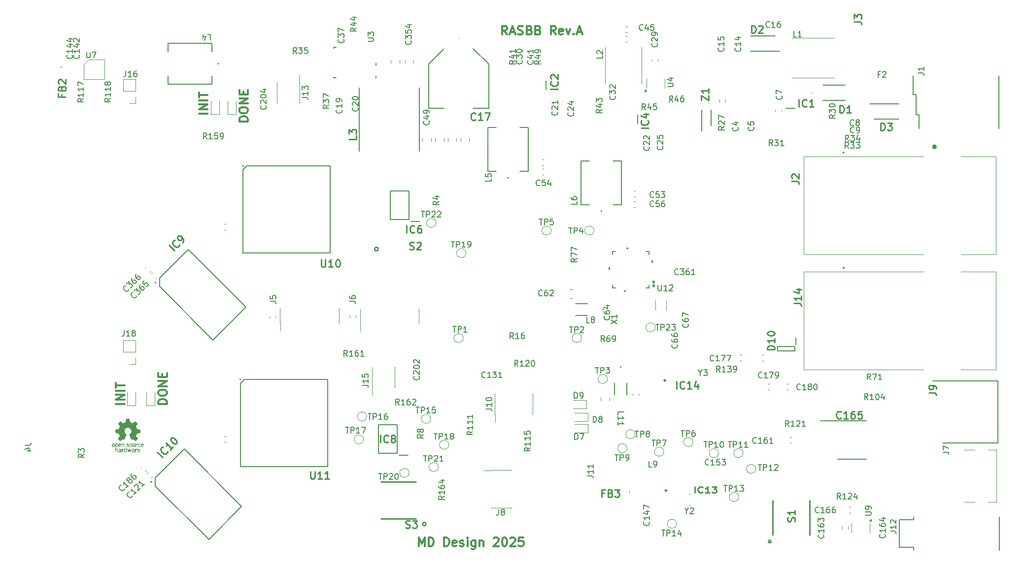
<source format=gbr>
%TF.GenerationSoftware,KiCad,Pcbnew,8.0.8*%
%TF.CreationDate,2025-02-03T01:07:07+01:00*%
%TF.ProjectId,RASBB,52415342-422e-46b6-9963-61645f706362,01*%
%TF.SameCoordinates,Original*%
%TF.FileFunction,Legend,Top*%
%TF.FilePolarity,Positive*%
%FSLAX46Y46*%
G04 Gerber Fmt 4.6, Leading zero omitted, Abs format (unit mm)*
G04 Created by KiCad (PCBNEW 8.0.8) date 2025-02-03 01:07:07*
%MOMM*%
%LPD*%
G01*
G04 APERTURE LIST*
%ADD10C,0.300000*%
%ADD11C,0.000000*%
%ADD12C,0.150000*%
%ADD13C,0.254000*%
%ADD14C,0.250000*%
%ADD15C,0.120000*%
%ADD16C,0.152400*%
%ADD17C,0.200000*%
%ADD18C,0.127000*%
%ADD19C,0.400000*%
%ADD20C,0.100000*%
%ADD21C,0.050000*%
G04 APERTURE END LIST*
D10*
X171254510Y-127800828D02*
X171254510Y-126300828D01*
X171254510Y-126300828D02*
X171754510Y-127372257D01*
X171754510Y-127372257D02*
X172254510Y-126300828D01*
X172254510Y-126300828D02*
X172254510Y-127800828D01*
X172968796Y-127800828D02*
X172968796Y-126300828D01*
X172968796Y-126300828D02*
X173325939Y-126300828D01*
X173325939Y-126300828D02*
X173540225Y-126372257D01*
X173540225Y-126372257D02*
X173683082Y-126515114D01*
X173683082Y-126515114D02*
X173754511Y-126657971D01*
X173754511Y-126657971D02*
X173825939Y-126943685D01*
X173825939Y-126943685D02*
X173825939Y-127157971D01*
X173825939Y-127157971D02*
X173754511Y-127443685D01*
X173754511Y-127443685D02*
X173683082Y-127586542D01*
X173683082Y-127586542D02*
X173540225Y-127729400D01*
X173540225Y-127729400D02*
X173325939Y-127800828D01*
X173325939Y-127800828D02*
X172968796Y-127800828D01*
X175611653Y-127800828D02*
X175611653Y-126300828D01*
X175611653Y-126300828D02*
X175968796Y-126300828D01*
X175968796Y-126300828D02*
X176183082Y-126372257D01*
X176183082Y-126372257D02*
X176325939Y-126515114D01*
X176325939Y-126515114D02*
X176397368Y-126657971D01*
X176397368Y-126657971D02*
X176468796Y-126943685D01*
X176468796Y-126943685D02*
X176468796Y-127157971D01*
X176468796Y-127157971D02*
X176397368Y-127443685D01*
X176397368Y-127443685D02*
X176325939Y-127586542D01*
X176325939Y-127586542D02*
X176183082Y-127729400D01*
X176183082Y-127729400D02*
X175968796Y-127800828D01*
X175968796Y-127800828D02*
X175611653Y-127800828D01*
X177683082Y-127729400D02*
X177540225Y-127800828D01*
X177540225Y-127800828D02*
X177254511Y-127800828D01*
X177254511Y-127800828D02*
X177111653Y-127729400D01*
X177111653Y-127729400D02*
X177040225Y-127586542D01*
X177040225Y-127586542D02*
X177040225Y-127015114D01*
X177040225Y-127015114D02*
X177111653Y-126872257D01*
X177111653Y-126872257D02*
X177254511Y-126800828D01*
X177254511Y-126800828D02*
X177540225Y-126800828D01*
X177540225Y-126800828D02*
X177683082Y-126872257D01*
X177683082Y-126872257D02*
X177754511Y-127015114D01*
X177754511Y-127015114D02*
X177754511Y-127157971D01*
X177754511Y-127157971D02*
X177040225Y-127300828D01*
X178325939Y-127729400D02*
X178468796Y-127800828D01*
X178468796Y-127800828D02*
X178754510Y-127800828D01*
X178754510Y-127800828D02*
X178897367Y-127729400D01*
X178897367Y-127729400D02*
X178968796Y-127586542D01*
X178968796Y-127586542D02*
X178968796Y-127515114D01*
X178968796Y-127515114D02*
X178897367Y-127372257D01*
X178897367Y-127372257D02*
X178754510Y-127300828D01*
X178754510Y-127300828D02*
X178540225Y-127300828D01*
X178540225Y-127300828D02*
X178397367Y-127229400D01*
X178397367Y-127229400D02*
X178325939Y-127086542D01*
X178325939Y-127086542D02*
X178325939Y-127015114D01*
X178325939Y-127015114D02*
X178397367Y-126872257D01*
X178397367Y-126872257D02*
X178540225Y-126800828D01*
X178540225Y-126800828D02*
X178754510Y-126800828D01*
X178754510Y-126800828D02*
X178897367Y-126872257D01*
X179611653Y-127800828D02*
X179611653Y-126800828D01*
X179611653Y-126300828D02*
X179540225Y-126372257D01*
X179540225Y-126372257D02*
X179611653Y-126443685D01*
X179611653Y-126443685D02*
X179683082Y-126372257D01*
X179683082Y-126372257D02*
X179611653Y-126300828D01*
X179611653Y-126300828D02*
X179611653Y-126443685D01*
X180968797Y-126800828D02*
X180968797Y-128015114D01*
X180968797Y-128015114D02*
X180897368Y-128157971D01*
X180897368Y-128157971D02*
X180825939Y-128229400D01*
X180825939Y-128229400D02*
X180683082Y-128300828D01*
X180683082Y-128300828D02*
X180468797Y-128300828D01*
X180468797Y-128300828D02*
X180325939Y-128229400D01*
X180968797Y-127729400D02*
X180825939Y-127800828D01*
X180825939Y-127800828D02*
X180540225Y-127800828D01*
X180540225Y-127800828D02*
X180397368Y-127729400D01*
X180397368Y-127729400D02*
X180325939Y-127657971D01*
X180325939Y-127657971D02*
X180254511Y-127515114D01*
X180254511Y-127515114D02*
X180254511Y-127086542D01*
X180254511Y-127086542D02*
X180325939Y-126943685D01*
X180325939Y-126943685D02*
X180397368Y-126872257D01*
X180397368Y-126872257D02*
X180540225Y-126800828D01*
X180540225Y-126800828D02*
X180825939Y-126800828D01*
X180825939Y-126800828D02*
X180968797Y-126872257D01*
X181683082Y-126800828D02*
X181683082Y-127800828D01*
X181683082Y-126943685D02*
X181754511Y-126872257D01*
X181754511Y-126872257D02*
X181897368Y-126800828D01*
X181897368Y-126800828D02*
X182111654Y-126800828D01*
X182111654Y-126800828D02*
X182254511Y-126872257D01*
X182254511Y-126872257D02*
X182325940Y-127015114D01*
X182325940Y-127015114D02*
X182325940Y-127800828D01*
X184111654Y-126443685D02*
X184183082Y-126372257D01*
X184183082Y-126372257D02*
X184325940Y-126300828D01*
X184325940Y-126300828D02*
X184683082Y-126300828D01*
X184683082Y-126300828D02*
X184825940Y-126372257D01*
X184825940Y-126372257D02*
X184897368Y-126443685D01*
X184897368Y-126443685D02*
X184968797Y-126586542D01*
X184968797Y-126586542D02*
X184968797Y-126729400D01*
X184968797Y-126729400D02*
X184897368Y-126943685D01*
X184897368Y-126943685D02*
X184040225Y-127800828D01*
X184040225Y-127800828D02*
X184968797Y-127800828D01*
X185897368Y-126300828D02*
X186040225Y-126300828D01*
X186040225Y-126300828D02*
X186183082Y-126372257D01*
X186183082Y-126372257D02*
X186254511Y-126443685D01*
X186254511Y-126443685D02*
X186325939Y-126586542D01*
X186325939Y-126586542D02*
X186397368Y-126872257D01*
X186397368Y-126872257D02*
X186397368Y-127229400D01*
X186397368Y-127229400D02*
X186325939Y-127515114D01*
X186325939Y-127515114D02*
X186254511Y-127657971D01*
X186254511Y-127657971D02*
X186183082Y-127729400D01*
X186183082Y-127729400D02*
X186040225Y-127800828D01*
X186040225Y-127800828D02*
X185897368Y-127800828D01*
X185897368Y-127800828D02*
X185754511Y-127729400D01*
X185754511Y-127729400D02*
X185683082Y-127657971D01*
X185683082Y-127657971D02*
X185611653Y-127515114D01*
X185611653Y-127515114D02*
X185540225Y-127229400D01*
X185540225Y-127229400D02*
X185540225Y-126872257D01*
X185540225Y-126872257D02*
X185611653Y-126586542D01*
X185611653Y-126586542D02*
X185683082Y-126443685D01*
X185683082Y-126443685D02*
X185754511Y-126372257D01*
X185754511Y-126372257D02*
X185897368Y-126300828D01*
X186968796Y-126443685D02*
X187040224Y-126372257D01*
X187040224Y-126372257D02*
X187183082Y-126300828D01*
X187183082Y-126300828D02*
X187540224Y-126300828D01*
X187540224Y-126300828D02*
X187683082Y-126372257D01*
X187683082Y-126372257D02*
X187754510Y-126443685D01*
X187754510Y-126443685D02*
X187825939Y-126586542D01*
X187825939Y-126586542D02*
X187825939Y-126729400D01*
X187825939Y-126729400D02*
X187754510Y-126943685D01*
X187754510Y-126943685D02*
X186897367Y-127800828D01*
X186897367Y-127800828D02*
X187825939Y-127800828D01*
X189183081Y-126300828D02*
X188468795Y-126300828D01*
X188468795Y-126300828D02*
X188397367Y-127015114D01*
X188397367Y-127015114D02*
X188468795Y-126943685D01*
X188468795Y-126943685D02*
X188611653Y-126872257D01*
X188611653Y-126872257D02*
X188968795Y-126872257D01*
X188968795Y-126872257D02*
X189111653Y-126943685D01*
X189111653Y-126943685D02*
X189183081Y-127015114D01*
X189183081Y-127015114D02*
X189254510Y-127157971D01*
X189254510Y-127157971D02*
X189254510Y-127515114D01*
X189254510Y-127515114D02*
X189183081Y-127657971D01*
X189183081Y-127657971D02*
X189111653Y-127729400D01*
X189111653Y-127729400D02*
X188968795Y-127800828D01*
X188968795Y-127800828D02*
X188611653Y-127800828D01*
X188611653Y-127800828D02*
X188468795Y-127729400D01*
X188468795Y-127729400D02*
X188397367Y-127657971D01*
X186411653Y-39800828D02*
X185911653Y-39086542D01*
X185554510Y-39800828D02*
X185554510Y-38300828D01*
X185554510Y-38300828D02*
X186125939Y-38300828D01*
X186125939Y-38300828D02*
X186268796Y-38372257D01*
X186268796Y-38372257D02*
X186340225Y-38443685D01*
X186340225Y-38443685D02*
X186411653Y-38586542D01*
X186411653Y-38586542D02*
X186411653Y-38800828D01*
X186411653Y-38800828D02*
X186340225Y-38943685D01*
X186340225Y-38943685D02*
X186268796Y-39015114D01*
X186268796Y-39015114D02*
X186125939Y-39086542D01*
X186125939Y-39086542D02*
X185554510Y-39086542D01*
X186983082Y-39372257D02*
X187697368Y-39372257D01*
X186840225Y-39800828D02*
X187340225Y-38300828D01*
X187340225Y-38300828D02*
X187840225Y-39800828D01*
X188268796Y-39729400D02*
X188483082Y-39800828D01*
X188483082Y-39800828D02*
X188840224Y-39800828D01*
X188840224Y-39800828D02*
X188983082Y-39729400D01*
X188983082Y-39729400D02*
X189054510Y-39657971D01*
X189054510Y-39657971D02*
X189125939Y-39515114D01*
X189125939Y-39515114D02*
X189125939Y-39372257D01*
X189125939Y-39372257D02*
X189054510Y-39229400D01*
X189054510Y-39229400D02*
X188983082Y-39157971D01*
X188983082Y-39157971D02*
X188840224Y-39086542D01*
X188840224Y-39086542D02*
X188554510Y-39015114D01*
X188554510Y-39015114D02*
X188411653Y-38943685D01*
X188411653Y-38943685D02*
X188340224Y-38872257D01*
X188340224Y-38872257D02*
X188268796Y-38729400D01*
X188268796Y-38729400D02*
X188268796Y-38586542D01*
X188268796Y-38586542D02*
X188340224Y-38443685D01*
X188340224Y-38443685D02*
X188411653Y-38372257D01*
X188411653Y-38372257D02*
X188554510Y-38300828D01*
X188554510Y-38300828D02*
X188911653Y-38300828D01*
X188911653Y-38300828D02*
X189125939Y-38372257D01*
X190268795Y-39015114D02*
X190483081Y-39086542D01*
X190483081Y-39086542D02*
X190554510Y-39157971D01*
X190554510Y-39157971D02*
X190625938Y-39300828D01*
X190625938Y-39300828D02*
X190625938Y-39515114D01*
X190625938Y-39515114D02*
X190554510Y-39657971D01*
X190554510Y-39657971D02*
X190483081Y-39729400D01*
X190483081Y-39729400D02*
X190340224Y-39800828D01*
X190340224Y-39800828D02*
X189768795Y-39800828D01*
X189768795Y-39800828D02*
X189768795Y-38300828D01*
X189768795Y-38300828D02*
X190268795Y-38300828D01*
X190268795Y-38300828D02*
X190411653Y-38372257D01*
X190411653Y-38372257D02*
X190483081Y-38443685D01*
X190483081Y-38443685D02*
X190554510Y-38586542D01*
X190554510Y-38586542D02*
X190554510Y-38729400D01*
X190554510Y-38729400D02*
X190483081Y-38872257D01*
X190483081Y-38872257D02*
X190411653Y-38943685D01*
X190411653Y-38943685D02*
X190268795Y-39015114D01*
X190268795Y-39015114D02*
X189768795Y-39015114D01*
X191768795Y-39015114D02*
X191983081Y-39086542D01*
X191983081Y-39086542D02*
X192054510Y-39157971D01*
X192054510Y-39157971D02*
X192125938Y-39300828D01*
X192125938Y-39300828D02*
X192125938Y-39515114D01*
X192125938Y-39515114D02*
X192054510Y-39657971D01*
X192054510Y-39657971D02*
X191983081Y-39729400D01*
X191983081Y-39729400D02*
X191840224Y-39800828D01*
X191840224Y-39800828D02*
X191268795Y-39800828D01*
X191268795Y-39800828D02*
X191268795Y-38300828D01*
X191268795Y-38300828D02*
X191768795Y-38300828D01*
X191768795Y-38300828D02*
X191911653Y-38372257D01*
X191911653Y-38372257D02*
X191983081Y-38443685D01*
X191983081Y-38443685D02*
X192054510Y-38586542D01*
X192054510Y-38586542D02*
X192054510Y-38729400D01*
X192054510Y-38729400D02*
X191983081Y-38872257D01*
X191983081Y-38872257D02*
X191911653Y-38943685D01*
X191911653Y-38943685D02*
X191768795Y-39015114D01*
X191768795Y-39015114D02*
X191268795Y-39015114D01*
X194768795Y-39800828D02*
X194268795Y-39086542D01*
X193911652Y-39800828D02*
X193911652Y-38300828D01*
X193911652Y-38300828D02*
X194483081Y-38300828D01*
X194483081Y-38300828D02*
X194625938Y-38372257D01*
X194625938Y-38372257D02*
X194697367Y-38443685D01*
X194697367Y-38443685D02*
X194768795Y-38586542D01*
X194768795Y-38586542D02*
X194768795Y-38800828D01*
X194768795Y-38800828D02*
X194697367Y-38943685D01*
X194697367Y-38943685D02*
X194625938Y-39015114D01*
X194625938Y-39015114D02*
X194483081Y-39086542D01*
X194483081Y-39086542D02*
X193911652Y-39086542D01*
X195983081Y-39729400D02*
X195840224Y-39800828D01*
X195840224Y-39800828D02*
X195554510Y-39800828D01*
X195554510Y-39800828D02*
X195411652Y-39729400D01*
X195411652Y-39729400D02*
X195340224Y-39586542D01*
X195340224Y-39586542D02*
X195340224Y-39015114D01*
X195340224Y-39015114D02*
X195411652Y-38872257D01*
X195411652Y-38872257D02*
X195554510Y-38800828D01*
X195554510Y-38800828D02*
X195840224Y-38800828D01*
X195840224Y-38800828D02*
X195983081Y-38872257D01*
X195983081Y-38872257D02*
X196054510Y-39015114D01*
X196054510Y-39015114D02*
X196054510Y-39157971D01*
X196054510Y-39157971D02*
X195340224Y-39300828D01*
X196554509Y-38800828D02*
X196911652Y-39800828D01*
X196911652Y-39800828D02*
X197268795Y-38800828D01*
X197840223Y-39657971D02*
X197911652Y-39729400D01*
X197911652Y-39729400D02*
X197840223Y-39800828D01*
X197840223Y-39800828D02*
X197768795Y-39729400D01*
X197768795Y-39729400D02*
X197840223Y-39657971D01*
X197840223Y-39657971D02*
X197840223Y-39800828D01*
X198483081Y-39372257D02*
X199197367Y-39372257D01*
X198340224Y-39800828D02*
X198840224Y-38300828D01*
X198840224Y-38300828D02*
X199340224Y-39800828D01*
D11*
G36*
X122944186Y-110164049D02*
G01*
X122952563Y-110164630D01*
X122960766Y-110165587D01*
X122968803Y-110166909D01*
X122976681Y-110168587D01*
X122984406Y-110170611D01*
X122991985Y-110172970D01*
X122999427Y-110175656D01*
X123006736Y-110178658D01*
X123013922Y-110181967D01*
X123020990Y-110185572D01*
X123027948Y-110189463D01*
X123034803Y-110193632D01*
X123041562Y-110198068D01*
X123048231Y-110202760D01*
X123054818Y-110207700D01*
X122971601Y-110306665D01*
X122966629Y-110303016D01*
X122961816Y-110299651D01*
X122957135Y-110296562D01*
X122952560Y-110293742D01*
X122948064Y-110291186D01*
X122943621Y-110288887D01*
X122939204Y-110286837D01*
X122934787Y-110285031D01*
X122930343Y-110283462D01*
X122925846Y-110282124D01*
X122921269Y-110281010D01*
X122916586Y-110280112D01*
X122911769Y-110279426D01*
X122906794Y-110278944D01*
X122901632Y-110278659D01*
X122896259Y-110278566D01*
X122885737Y-110278990D01*
X122875322Y-110280274D01*
X122865094Y-110282434D01*
X122855130Y-110285487D01*
X122850273Y-110287353D01*
X122845511Y-110289449D01*
X122840854Y-110291776D01*
X122836314Y-110294336D01*
X122831898Y-110297133D01*
X122827618Y-110300166D01*
X122823483Y-110303439D01*
X122819503Y-110306955D01*
X122815688Y-110310713D01*
X122812047Y-110314718D01*
X122808591Y-110318971D01*
X122805330Y-110323473D01*
X122802272Y-110328228D01*
X122799429Y-110333237D01*
X122796810Y-110338502D01*
X122794425Y-110344025D01*
X122792283Y-110349809D01*
X122790395Y-110355855D01*
X122788770Y-110362165D01*
X122787419Y-110368742D01*
X122786350Y-110375587D01*
X122785575Y-110382703D01*
X122785103Y-110390092D01*
X122784943Y-110397756D01*
X122784943Y-110740687D01*
X122670230Y-110740687D01*
X122670230Y-110170616D01*
X122784943Y-110170616D01*
X122784943Y-110231322D01*
X122787166Y-110231322D01*
X122794095Y-110223156D01*
X122801384Y-110215515D01*
X122809023Y-110208401D01*
X122817003Y-110201813D01*
X122825312Y-110195752D01*
X122833942Y-110190218D01*
X122842882Y-110185210D01*
X122852122Y-110180728D01*
X122861652Y-110176774D01*
X122871462Y-110173347D01*
X122881541Y-110170446D01*
X122891880Y-110168073D01*
X122902468Y-110166227D01*
X122913296Y-110164908D01*
X122924353Y-110164117D01*
X122935629Y-110163853D01*
X122944186Y-110164049D01*
G37*
G36*
X122203760Y-110510182D02*
G01*
X122203900Y-110517358D01*
X122204319Y-110524341D01*
X122205009Y-110531129D01*
X122205965Y-110537719D01*
X122207181Y-110544109D01*
X122208652Y-110550298D01*
X122210371Y-110556282D01*
X122212334Y-110562059D01*
X122214533Y-110567627D01*
X122216964Y-110572984D01*
X122219621Y-110578128D01*
X122222497Y-110583055D01*
X122225587Y-110587765D01*
X122228886Y-110592254D01*
X122232387Y-110596521D01*
X122236085Y-110600562D01*
X122239974Y-110604376D01*
X122244048Y-110607961D01*
X122248302Y-110611314D01*
X122252729Y-110614433D01*
X122257324Y-110617316D01*
X122262081Y-110619959D01*
X122266994Y-110622362D01*
X122272058Y-110624522D01*
X122277267Y-110626436D01*
X122282615Y-110628102D01*
X122288096Y-110629519D01*
X122293704Y-110630682D01*
X122299435Y-110631592D01*
X122305281Y-110632244D01*
X122311237Y-110632637D01*
X122317298Y-110632768D01*
X122323263Y-110632637D01*
X122329130Y-110632244D01*
X122334893Y-110631592D01*
X122340545Y-110630682D01*
X122346081Y-110629519D01*
X122351494Y-110628102D01*
X122356780Y-110626436D01*
X122361931Y-110624522D01*
X122366942Y-110622362D01*
X122371807Y-110619959D01*
X122376520Y-110617316D01*
X122381074Y-110614433D01*
X122385465Y-110611314D01*
X122389686Y-110607961D01*
X122393730Y-110604376D01*
X122397593Y-110600562D01*
X122401268Y-110596521D01*
X122404749Y-110592254D01*
X122408030Y-110587765D01*
X122411106Y-110583055D01*
X122413969Y-110578128D01*
X122416615Y-110572984D01*
X122419038Y-110567627D01*
X122421230Y-110562059D01*
X122423187Y-110556282D01*
X122424903Y-110550298D01*
X122426370Y-110544109D01*
X122427585Y-110537719D01*
X122428540Y-110531129D01*
X122429229Y-110524341D01*
X122429647Y-110517358D01*
X122429788Y-110510182D01*
X122429788Y-110170615D01*
X122544437Y-110170615D01*
X122544437Y-110740750D01*
X122429788Y-110740750D01*
X122429788Y-110679981D01*
X122427565Y-110679981D01*
X122420637Y-110688147D01*
X122413350Y-110695788D01*
X122405716Y-110702902D01*
X122397747Y-110709489D01*
X122389455Y-110715551D01*
X122380851Y-110721085D01*
X122371947Y-110726093D01*
X122362756Y-110730574D01*
X122353288Y-110734529D01*
X122343556Y-110737956D01*
X122333572Y-110740856D01*
X122323347Y-110743229D01*
X122312893Y-110745075D01*
X122302222Y-110746394D01*
X122291346Y-110747185D01*
X122280277Y-110747449D01*
X122271815Y-110747249D01*
X122263307Y-110746647D01*
X122246238Y-110744250D01*
X122229234Y-110740268D01*
X122220808Y-110737687D01*
X122212461Y-110734714D01*
X122204212Y-110731350D01*
X122196082Y-110727598D01*
X122188092Y-110723458D01*
X122180263Y-110718932D01*
X122172615Y-110714022D01*
X122165168Y-110708729D01*
X122157944Y-110703054D01*
X122150963Y-110696999D01*
X122144246Y-110690565D01*
X122137812Y-110683754D01*
X122131683Y-110676566D01*
X122125880Y-110669005D01*
X122120422Y-110661070D01*
X122115331Y-110652764D01*
X122110627Y-110644088D01*
X122106331Y-110635043D01*
X122102463Y-110625631D01*
X122099044Y-110615853D01*
X122096095Y-110605710D01*
X122093635Y-110595205D01*
X122091686Y-110584338D01*
X122090269Y-110573111D01*
X122089403Y-110561526D01*
X122089110Y-110549584D01*
X122089110Y-110170615D01*
X122203760Y-110170615D01*
X122203760Y-110510182D01*
G37*
G36*
X122190720Y-111064912D02*
G01*
X122215438Y-111066651D01*
X122238976Y-111069633D01*
X122250277Y-111071611D01*
X122261254Y-111073924D01*
X122271897Y-111076582D01*
X122282197Y-111079593D01*
X122292142Y-111082964D01*
X122301725Y-111086706D01*
X122310934Y-111090825D01*
X122319761Y-111095330D01*
X122328196Y-111100231D01*
X122336228Y-111105535D01*
X122343849Y-111111250D01*
X122351049Y-111117385D01*
X122357817Y-111123949D01*
X122364145Y-111130951D01*
X122370022Y-111138397D01*
X122375439Y-111146297D01*
X122380386Y-111154660D01*
X122384853Y-111163493D01*
X122388831Y-111172806D01*
X122392311Y-111182606D01*
X122395281Y-111192902D01*
X122397734Y-111203702D01*
X122399658Y-111215015D01*
X122401044Y-111226850D01*
X122401883Y-111239214D01*
X122402165Y-111252116D01*
X122402165Y-111641181D01*
X122287421Y-111641181D01*
X122287421Y-111590571D01*
X122285198Y-111590571D01*
X122280579Y-111597709D01*
X122275556Y-111604349D01*
X122270099Y-111610497D01*
X122264173Y-111616159D01*
X122257746Y-111621338D01*
X122250786Y-111626040D01*
X122243259Y-111630270D01*
X122235132Y-111634033D01*
X122226374Y-111637335D01*
X122216950Y-111640180D01*
X122206829Y-111642573D01*
X122195977Y-111644520D01*
X122184362Y-111646026D01*
X122171951Y-111647094D01*
X122158711Y-111647732D01*
X122144609Y-111647944D01*
X122132852Y-111647724D01*
X122121409Y-111647073D01*
X122110283Y-111646000D01*
X122099478Y-111644513D01*
X122088999Y-111642623D01*
X122078849Y-111640338D01*
X122069032Y-111637669D01*
X122059552Y-111634625D01*
X122050412Y-111631215D01*
X122041618Y-111627449D01*
X122033172Y-111623336D01*
X122025079Y-111618886D01*
X122017343Y-111614108D01*
X122009967Y-111609012D01*
X122002956Y-111603606D01*
X121996313Y-111597902D01*
X121990042Y-111591907D01*
X121984147Y-111585632D01*
X121978632Y-111579086D01*
X121973502Y-111572279D01*
X121968759Y-111565219D01*
X121964408Y-111557917D01*
X121960453Y-111550382D01*
X121956898Y-111542623D01*
X121953746Y-111534650D01*
X121951002Y-111526472D01*
X121948669Y-111518099D01*
X121946752Y-111509540D01*
X121945253Y-111500805D01*
X121944179Y-111491903D01*
X121943531Y-111482844D01*
X121943314Y-111473636D01*
X121943436Y-111468016D01*
X122051327Y-111468016D01*
X122051687Y-111475118D01*
X122052784Y-111482074D01*
X122054643Y-111488839D01*
X122057287Y-111495371D01*
X122058911Y-111498536D01*
X122060742Y-111501628D01*
X122062781Y-111504639D01*
X122065032Y-111507565D01*
X122067497Y-111510401D01*
X122070181Y-111513141D01*
X122073086Y-111515780D01*
X122076215Y-111518312D01*
X122079572Y-111520732D01*
X122083158Y-111523036D01*
X122086978Y-111525216D01*
X122091035Y-111527269D01*
X122095331Y-111529188D01*
X122099870Y-111530968D01*
X122104654Y-111532605D01*
X122109687Y-111534091D01*
X122120512Y-111536595D01*
X122132369Y-111538437D01*
X122145283Y-111539573D01*
X122159277Y-111539962D01*
X122176466Y-111539827D01*
X122192223Y-111539354D01*
X122206594Y-111538444D01*
X122219622Y-111536996D01*
X122225647Y-111536038D01*
X122231353Y-111534908D01*
X122236745Y-111533593D01*
X122241830Y-111532081D01*
X122246613Y-111530358D01*
X122251099Y-111528413D01*
X122255293Y-111526233D01*
X122259203Y-111523805D01*
X122262832Y-111521116D01*
X122266187Y-111518155D01*
X122269273Y-111514908D01*
X122272095Y-111511363D01*
X122274660Y-111507508D01*
X122276973Y-111503329D01*
X122279039Y-111498814D01*
X122280864Y-111493951D01*
X122282454Y-111488727D01*
X122283813Y-111483130D01*
X122284948Y-111477146D01*
X122285865Y-111470764D01*
X122286568Y-111463970D01*
X122287063Y-111456753D01*
X122287356Y-111449099D01*
X122287452Y-111440996D01*
X122287452Y-111399372D01*
X122150292Y-111399372D01*
X122144072Y-111399451D01*
X122138062Y-111399686D01*
X122132261Y-111400075D01*
X122126669Y-111400615D01*
X122121284Y-111401304D01*
X122116105Y-111402140D01*
X122111133Y-111403121D01*
X122106365Y-111404245D01*
X122101802Y-111405508D01*
X122097442Y-111406909D01*
X122093285Y-111408446D01*
X122089330Y-111410116D01*
X122085575Y-111411918D01*
X122082021Y-111413848D01*
X122078665Y-111415904D01*
X122075509Y-111418085D01*
X122072550Y-111420388D01*
X122069788Y-111422810D01*
X122067222Y-111425350D01*
X122064851Y-111428005D01*
X122062674Y-111430772D01*
X122060691Y-111433651D01*
X122058901Y-111436637D01*
X122057303Y-111439730D01*
X122055896Y-111442926D01*
X122054679Y-111446224D01*
X122053651Y-111449622D01*
X122052812Y-111453116D01*
X122052161Y-111456704D01*
X122051697Y-111460386D01*
X122051420Y-111464157D01*
X122051327Y-111468016D01*
X121943436Y-111468016D01*
X121943498Y-111465141D01*
X121944052Y-111456736D01*
X121944973Y-111448433D01*
X121946261Y-111440244D01*
X121947916Y-111432181D01*
X121949938Y-111424255D01*
X121952324Y-111416479D01*
X121955076Y-111408863D01*
X121958191Y-111401420D01*
X121961670Y-111394162D01*
X121965512Y-111387100D01*
X121969716Y-111380246D01*
X121974282Y-111373612D01*
X121979208Y-111367209D01*
X121984495Y-111361050D01*
X121990141Y-111355145D01*
X121996146Y-111349507D01*
X122002510Y-111344148D01*
X122009231Y-111339079D01*
X122016309Y-111334312D01*
X122023744Y-111329859D01*
X122031534Y-111325732D01*
X122039680Y-111321942D01*
X122048180Y-111318500D01*
X122057033Y-111315420D01*
X122066240Y-111312712D01*
X122075799Y-111310389D01*
X122085711Y-111308462D01*
X122095973Y-111306942D01*
X122106586Y-111305842D01*
X122117549Y-111305174D01*
X122128861Y-111304948D01*
X122287421Y-111304948D01*
X122287421Y-111245354D01*
X122287009Y-111235643D01*
X122286491Y-111231086D01*
X122285762Y-111226724D01*
X122284820Y-111222555D01*
X122283662Y-111218575D01*
X122282286Y-111214781D01*
X122280691Y-111211172D01*
X122278872Y-111207743D01*
X122276829Y-111204492D01*
X122274559Y-111201416D01*
X122272060Y-111198513D01*
X122269330Y-111195779D01*
X122266365Y-111193211D01*
X122263165Y-111190808D01*
X122259727Y-111188565D01*
X122256047Y-111186480D01*
X122252126Y-111184551D01*
X122243544Y-111181146D01*
X122233964Y-111178327D01*
X122223368Y-111176073D01*
X122211737Y-111174359D01*
X122199053Y-111173163D01*
X122185298Y-111172462D01*
X122170454Y-111172233D01*
X122159643Y-111172368D01*
X122149537Y-111172783D01*
X122140101Y-111173491D01*
X122131299Y-111174509D01*
X122127125Y-111175138D01*
X122123097Y-111175850D01*
X122119211Y-111176646D01*
X122115461Y-111177529D01*
X122111844Y-111178500D01*
X122108356Y-111179561D01*
X122104991Y-111180714D01*
X122101746Y-111181961D01*
X122098617Y-111183303D01*
X122095599Y-111184742D01*
X122092687Y-111186281D01*
X122089877Y-111187921D01*
X122087166Y-111189663D01*
X122084548Y-111191511D01*
X122082020Y-111193464D01*
X122079576Y-111195527D01*
X122077213Y-111197699D01*
X122074927Y-111199983D01*
X122072712Y-111202381D01*
X122070565Y-111204895D01*
X122068481Y-111207526D01*
X122066457Y-111210277D01*
X122064487Y-111213149D01*
X122062567Y-111216144D01*
X121972588Y-111147564D01*
X121981034Y-111136614D01*
X121989935Y-111126540D01*
X121999295Y-111117318D01*
X122009119Y-111108924D01*
X122019411Y-111101335D01*
X122030176Y-111094528D01*
X122041419Y-111088479D01*
X122053145Y-111083167D01*
X122065358Y-111078566D01*
X122078064Y-111074654D01*
X122091266Y-111071407D01*
X122104970Y-111068804D01*
X122119180Y-111066819D01*
X122133902Y-111065430D01*
X122149139Y-111064614D01*
X122164897Y-111064347D01*
X122190720Y-111064912D01*
G37*
G36*
X121237051Y-110164270D02*
G01*
X121254714Y-110165315D01*
X121271673Y-110167032D01*
X121287961Y-110169403D01*
X121303608Y-110172406D01*
X121318646Y-110176022D01*
X121333107Y-110180232D01*
X121347022Y-110185015D01*
X121360422Y-110190351D01*
X121373338Y-110196222D01*
X121385804Y-110202606D01*
X121397849Y-110209485D01*
X121409505Y-110216838D01*
X121420805Y-110224646D01*
X121431779Y-110232888D01*
X121442458Y-110241546D01*
X121371655Y-110324699D01*
X121363208Y-110318926D01*
X121354713Y-110313404D01*
X121346147Y-110308151D01*
X121337489Y-110303183D01*
X121328718Y-110298517D01*
X121319814Y-110294169D01*
X121310753Y-110290157D01*
X121301516Y-110286496D01*
X121292080Y-110283203D01*
X121282425Y-110280295D01*
X121272528Y-110277790D01*
X121262369Y-110275702D01*
X121251927Y-110274049D01*
X121241179Y-110272848D01*
X121230106Y-110272115D01*
X121218684Y-110271867D01*
X121211976Y-110271952D01*
X121205546Y-110272205D01*
X121199391Y-110272623D01*
X121193507Y-110273202D01*
X121187888Y-110273938D01*
X121182531Y-110274828D01*
X121177431Y-110275868D01*
X121172583Y-110277055D01*
X121167985Y-110278386D01*
X121163630Y-110279856D01*
X121159516Y-110281463D01*
X121155637Y-110283202D01*
X121151990Y-110285071D01*
X121148570Y-110287065D01*
X121145372Y-110289182D01*
X121142393Y-110291417D01*
X121139627Y-110293768D01*
X121137072Y-110296230D01*
X121134721Y-110298800D01*
X121132572Y-110301475D01*
X121130620Y-110304250D01*
X121128860Y-110307124D01*
X121127288Y-110310091D01*
X121125900Y-110313149D01*
X121124691Y-110316294D01*
X121123658Y-110319522D01*
X121122795Y-110322830D01*
X121122099Y-110326215D01*
X121121565Y-110329672D01*
X121121189Y-110333199D01*
X121120967Y-110336792D01*
X121120894Y-110340447D01*
X121121110Y-110345080D01*
X121121778Y-110349683D01*
X121122930Y-110354226D01*
X121124598Y-110358681D01*
X121126812Y-110363018D01*
X121129604Y-110367207D01*
X121133005Y-110371218D01*
X121134944Y-110373148D01*
X121137047Y-110375023D01*
X121139318Y-110376838D01*
X121141760Y-110378590D01*
X121144379Y-110380276D01*
X121147178Y-110381892D01*
X121150160Y-110383434D01*
X121153329Y-110384898D01*
X121160247Y-110387578D01*
X121167962Y-110389903D01*
X121176506Y-110391844D01*
X121185910Y-110393371D01*
X121196205Y-110394454D01*
X121290661Y-110401153D01*
X121301527Y-110402078D01*
X121311981Y-110403370D01*
X121322029Y-110405022D01*
X121331674Y-110407024D01*
X121340921Y-110409369D01*
X121349774Y-110412049D01*
X121358237Y-110415055D01*
X121366315Y-110418379D01*
X121374013Y-110422013D01*
X121381334Y-110425948D01*
X121388283Y-110430176D01*
X121394864Y-110434689D01*
X121401082Y-110439479D01*
X121406940Y-110444537D01*
X121412444Y-110449856D01*
X121417598Y-110455426D01*
X121422405Y-110461240D01*
X121426871Y-110467289D01*
X121430999Y-110473565D01*
X121434795Y-110480060D01*
X121438262Y-110486766D01*
X121441404Y-110493674D01*
X121444227Y-110500776D01*
X121446734Y-110508064D01*
X121448930Y-110515529D01*
X121450819Y-110523164D01*
X121453694Y-110538908D01*
X121455393Y-110555230D01*
X121455952Y-110572063D01*
X121455651Y-110582363D01*
X121454758Y-110592383D01*
X121453285Y-110602119D01*
X121451248Y-110611570D01*
X121448658Y-110620731D01*
X121445531Y-110629599D01*
X121441879Y-110638172D01*
X121437716Y-110646447D01*
X121433055Y-110654420D01*
X121427911Y-110662088D01*
X121422296Y-110669449D01*
X121416225Y-110676499D01*
X121409711Y-110683234D01*
X121402767Y-110689653D01*
X121395408Y-110695752D01*
X121387646Y-110701528D01*
X121379495Y-110706977D01*
X121370969Y-110712097D01*
X121352846Y-110721337D01*
X121333386Y-110729223D01*
X121312697Y-110735731D01*
X121290888Y-110740835D01*
X121268068Y-110744511D01*
X121244344Y-110746735D01*
X121219827Y-110747482D01*
X121202619Y-110747086D01*
X121185578Y-110745898D01*
X121168711Y-110743915D01*
X121152026Y-110741137D01*
X121135532Y-110737561D01*
X121119237Y-110733186D01*
X121103150Y-110728011D01*
X121087279Y-110722034D01*
X121071631Y-110715253D01*
X121056216Y-110707667D01*
X121041041Y-110699274D01*
X121026115Y-110690073D01*
X121011447Y-110680061D01*
X120997043Y-110669238D01*
X120982913Y-110657602D01*
X120969065Y-110645151D01*
X121048885Y-110566475D01*
X121058217Y-110575269D01*
X121067682Y-110583507D01*
X121077304Y-110591185D01*
X121087111Y-110598303D01*
X121097129Y-110604860D01*
X121107385Y-110610854D01*
X121117904Y-110616284D01*
X121128713Y-110621148D01*
X121139838Y-110625446D01*
X121151306Y-110629174D01*
X121163142Y-110632333D01*
X121175374Y-110634921D01*
X121188028Y-110636936D01*
X121201129Y-110638377D01*
X121214705Y-110639243D01*
X121228781Y-110639531D01*
X121234838Y-110639459D01*
X121240785Y-110639242D01*
X121246617Y-110638881D01*
X121252327Y-110638376D01*
X121257912Y-110637726D01*
X121263364Y-110636933D01*
X121268679Y-110635996D01*
X121273851Y-110634916D01*
X121278876Y-110633693D01*
X121283747Y-110632327D01*
X121288460Y-110630818D01*
X121293008Y-110629166D01*
X121297387Y-110627372D01*
X121301591Y-110625435D01*
X121305615Y-110623357D01*
X121309454Y-110621136D01*
X121313101Y-110618774D01*
X121316552Y-110616271D01*
X121319801Y-110613626D01*
X121322844Y-110610840D01*
X121325673Y-110607914D01*
X121328285Y-110604846D01*
X121330674Y-110601638D01*
X121332834Y-110598290D01*
X121334760Y-110594801D01*
X121336447Y-110591173D01*
X121337889Y-110587405D01*
X121339081Y-110583497D01*
X121340017Y-110579450D01*
X121340692Y-110575264D01*
X121341102Y-110570939D01*
X121341239Y-110566475D01*
X121341151Y-110562762D01*
X121340889Y-110559209D01*
X121340457Y-110555814D01*
X121339859Y-110552573D01*
X121339099Y-110549483D01*
X121338181Y-110546540D01*
X121337109Y-110543740D01*
X121335886Y-110541080D01*
X121334516Y-110538557D01*
X121333004Y-110536167D01*
X121331353Y-110533907D01*
X121329568Y-110531773D01*
X121327651Y-110529762D01*
X121325607Y-110527870D01*
X121323440Y-110526094D01*
X121321153Y-110524430D01*
X121318751Y-110522875D01*
X121316238Y-110521426D01*
X121310892Y-110518828D01*
X121305147Y-110516611D01*
X121299033Y-110514745D01*
X121292582Y-110513204D01*
X121285825Y-110511959D01*
X121278792Y-110510982D01*
X121271516Y-110510246D01*
X121170297Y-110501260D01*
X121152893Y-110499219D01*
X121136134Y-110496053D01*
X121128017Y-110494052D01*
X121120085Y-110491773D01*
X121112348Y-110489219D01*
X121104814Y-110486389D01*
X121097490Y-110483287D01*
X121090385Y-110479912D01*
X121083507Y-110476266D01*
X121076865Y-110472350D01*
X121070466Y-110468166D01*
X121064319Y-110463715D01*
X121058432Y-110458998D01*
X121052814Y-110454016D01*
X121047473Y-110448771D01*
X121042416Y-110443264D01*
X121037652Y-110437495D01*
X121033190Y-110431467D01*
X121029037Y-110425181D01*
X121025202Y-110418637D01*
X121021694Y-110411838D01*
X121018519Y-110404784D01*
X121015687Y-110397476D01*
X121013206Y-110389917D01*
X121011085Y-110382106D01*
X121009330Y-110374046D01*
X121007951Y-110365738D01*
X121006956Y-110357182D01*
X121006352Y-110348381D01*
X121006150Y-110339335D01*
X121006418Y-110328641D01*
X121007214Y-110318278D01*
X121008528Y-110308245D01*
X121010346Y-110298543D01*
X121012658Y-110289174D01*
X121015451Y-110280137D01*
X121018715Y-110271433D01*
X121022436Y-110263063D01*
X121026603Y-110255027D01*
X121031206Y-110247326D01*
X121036231Y-110239961D01*
X121041667Y-110232932D01*
X121047502Y-110226241D01*
X121053726Y-110219886D01*
X121060325Y-110213870D01*
X121067288Y-110208192D01*
X121074604Y-110202854D01*
X121082261Y-110197855D01*
X121090246Y-110193197D01*
X121098549Y-110188881D01*
X121107157Y-110184906D01*
X121116059Y-110181273D01*
X121134697Y-110175038D01*
X121154369Y-110170180D01*
X121174982Y-110166704D01*
X121196441Y-110164614D01*
X121218652Y-110163917D01*
X121237051Y-110164270D01*
G37*
G36*
X121065744Y-111641181D02*
G01*
X120951063Y-111641181D01*
X120951063Y-111581586D01*
X120944123Y-111588808D01*
X120936804Y-111595722D01*
X120929121Y-111602305D01*
X120921093Y-111608536D01*
X120912734Y-111614393D01*
X120904062Y-111619855D01*
X120895094Y-111624899D01*
X120885845Y-111629504D01*
X120876332Y-111633649D01*
X120866572Y-111637311D01*
X120856581Y-111640470D01*
X120846376Y-111643102D01*
X120835973Y-111645188D01*
X120825389Y-111646704D01*
X120814640Y-111647630D01*
X120803743Y-111647943D01*
X120797263Y-111647851D01*
X120790894Y-111647579D01*
X120784637Y-111647129D01*
X120778492Y-111646506D01*
X120772458Y-111645714D01*
X120766536Y-111644755D01*
X120760724Y-111643634D01*
X120755022Y-111642354D01*
X120749432Y-111640920D01*
X120743951Y-111639334D01*
X120738581Y-111637601D01*
X120733320Y-111635724D01*
X120728169Y-111633707D01*
X120723127Y-111631554D01*
X120713371Y-111626853D01*
X120704050Y-111621652D01*
X120695162Y-111615979D01*
X120686705Y-111609865D01*
X120678678Y-111603339D01*
X120671080Y-111596431D01*
X120663907Y-111589171D01*
X120657160Y-111581588D01*
X120650835Y-111573712D01*
X120645190Y-111566135D01*
X120640053Y-111558482D01*
X120635404Y-111550595D01*
X120631222Y-111542318D01*
X120627490Y-111533495D01*
X120624186Y-111523969D01*
X120621290Y-111513584D01*
X120618783Y-111502183D01*
X120616646Y-111489609D01*
X120614858Y-111475707D01*
X120613399Y-111460319D01*
X120612250Y-111443289D01*
X120610801Y-111403678D01*
X120610354Y-111355621D01*
X120725035Y-111355621D01*
X120725124Y-111372250D01*
X120725487Y-111388749D01*
X120726265Y-111404988D01*
X120727600Y-111420837D01*
X120729633Y-111436165D01*
X120730955Y-111443594D01*
X120732506Y-111450843D01*
X120734301Y-111457898D01*
X120736360Y-111464741D01*
X120738700Y-111471356D01*
X120741338Y-111477727D01*
X120744293Y-111483839D01*
X120747582Y-111489674D01*
X120751222Y-111495216D01*
X120755231Y-111500449D01*
X120759628Y-111505357D01*
X120764430Y-111509923D01*
X120769654Y-111514132D01*
X120775318Y-111517967D01*
X120781440Y-111521412D01*
X120788038Y-111524450D01*
X120795129Y-111527065D01*
X120802731Y-111529241D01*
X120810862Y-111530962D01*
X120819540Y-111532211D01*
X120828781Y-111532973D01*
X120838605Y-111533230D01*
X120848327Y-111532957D01*
X120857474Y-111532150D01*
X120866063Y-111530828D01*
X120874111Y-111529012D01*
X120881636Y-111526720D01*
X120888656Y-111523971D01*
X120895188Y-111520785D01*
X120901249Y-111517181D01*
X120906857Y-111513179D01*
X120912029Y-111508798D01*
X120916784Y-111504057D01*
X120921138Y-111498976D01*
X120925109Y-111493573D01*
X120928714Y-111487869D01*
X120931972Y-111481882D01*
X120934898Y-111475632D01*
X120937512Y-111469138D01*
X120939831Y-111462420D01*
X120943651Y-111448388D01*
X120946499Y-111433689D01*
X120948516Y-111418480D01*
X120949840Y-111402913D01*
X120950613Y-111387145D01*
X120951063Y-111355621D01*
X120950974Y-111340107D01*
X120950613Y-111324459D01*
X120949840Y-111308832D01*
X120948516Y-111293385D01*
X120946499Y-111278274D01*
X120945188Y-111270893D01*
X120943651Y-111263654D01*
X120941871Y-111256578D01*
X120939831Y-111249684D01*
X120937512Y-111242991D01*
X120934898Y-111236519D01*
X120931972Y-111230288D01*
X120928714Y-111224316D01*
X120925109Y-111218625D01*
X120921138Y-111213232D01*
X120916784Y-111208159D01*
X120912029Y-111203424D01*
X120906857Y-111199047D01*
X120901249Y-111195047D01*
X120895188Y-111191445D01*
X120888656Y-111188260D01*
X120881636Y-111185511D01*
X120874111Y-111183218D01*
X120866063Y-111181400D01*
X120857474Y-111180077D01*
X120848327Y-111179269D01*
X120838605Y-111178996D01*
X120828781Y-111179253D01*
X120819540Y-111180015D01*
X120810862Y-111181265D01*
X120802731Y-111182986D01*
X120795129Y-111185161D01*
X120788038Y-111187776D01*
X120781440Y-111190811D01*
X120775318Y-111194253D01*
X120769654Y-111198083D01*
X120764430Y-111202285D01*
X120759628Y-111206844D01*
X120755231Y-111211742D01*
X120751222Y-111216963D01*
X120747582Y-111222491D01*
X120744293Y-111228308D01*
X120741338Y-111234399D01*
X120738700Y-111240748D01*
X120736360Y-111247337D01*
X120732506Y-111261171D01*
X120729633Y-111275769D01*
X120727600Y-111291001D01*
X120726265Y-111306734D01*
X120725487Y-111322836D01*
X120725035Y-111355621D01*
X120610354Y-111355621D01*
X120610462Y-111330632D01*
X120610801Y-111307889D01*
X120611391Y-111287238D01*
X120612250Y-111268523D01*
X120613399Y-111251589D01*
X120614858Y-111236282D01*
X120616646Y-111222447D01*
X120618784Y-111209928D01*
X120621290Y-111198571D01*
X120622688Y-111193280D01*
X120624186Y-111188220D01*
X120625785Y-111183374D01*
X120627490Y-111178722D01*
X120629301Y-111174243D01*
X120631223Y-111169919D01*
X120635404Y-111161659D01*
X120640053Y-111153785D01*
X120645190Y-111146143D01*
X120650835Y-111138578D01*
X120657160Y-111130691D01*
X120663907Y-111123101D01*
X120671080Y-111115835D01*
X120678678Y-111108924D01*
X120686705Y-111102397D01*
X120695162Y-111096283D01*
X120704050Y-111090612D01*
X120713371Y-111085413D01*
X120723127Y-111080716D01*
X120733320Y-111076549D01*
X120743951Y-111072943D01*
X120755022Y-111069927D01*
X120766536Y-111067530D01*
X120778492Y-111065781D01*
X120790894Y-111064710D01*
X120803743Y-111064347D01*
X120814566Y-111064660D01*
X120825112Y-111065585D01*
X120835394Y-111067104D01*
X120845425Y-111069196D01*
X120855219Y-111071841D01*
X120864789Y-111075021D01*
X120874148Y-111078714D01*
X120883309Y-111082901D01*
X120892285Y-111087562D01*
X120901090Y-111092678D01*
X120909737Y-111098229D01*
X120918240Y-111104196D01*
X120926610Y-111110557D01*
X120934862Y-111117294D01*
X120943009Y-111124387D01*
X120951063Y-111131816D01*
X120951063Y-110840541D01*
X121065744Y-110840541D01*
X121065744Y-111641181D01*
G37*
G36*
X121764406Y-110163964D02*
G01*
X121772424Y-110164291D01*
X121780236Y-110164828D01*
X121787845Y-110165565D01*
X121795253Y-110166496D01*
X121802464Y-110167614D01*
X121809480Y-110168909D01*
X121816304Y-110170376D01*
X121822938Y-110172005D01*
X121829385Y-110173790D01*
X121835648Y-110175724D01*
X121841729Y-110177797D01*
X121847631Y-110180003D01*
X121853358Y-110182334D01*
X121858910Y-110184782D01*
X121864292Y-110187340D01*
X121874555Y-110192755D01*
X121884167Y-110198518D01*
X121893149Y-110204567D01*
X121901524Y-110210841D01*
X121909312Y-110217280D01*
X121916536Y-110223822D01*
X121923217Y-110230407D01*
X121929376Y-110236973D01*
X121937296Y-110246045D01*
X121944621Y-110255202D01*
X121951363Y-110264557D01*
X121957533Y-110274221D01*
X121963143Y-110284306D01*
X121968204Y-110294926D01*
X121972728Y-110306191D01*
X121976727Y-110318213D01*
X121980212Y-110331106D01*
X121983195Y-110344981D01*
X121985687Y-110359950D01*
X121987700Y-110376125D01*
X121989246Y-110393618D01*
X121990335Y-110412541D01*
X121990981Y-110433007D01*
X121991193Y-110455128D01*
X121990981Y-110477433D01*
X121990335Y-110498063D01*
X121989246Y-110517129D01*
X121987700Y-110534746D01*
X121985687Y-110551028D01*
X121983195Y-110566087D01*
X121980212Y-110580036D01*
X121976727Y-110592990D01*
X121972728Y-110605062D01*
X121968204Y-110616366D01*
X121963143Y-110627013D01*
X121957533Y-110637119D01*
X121951363Y-110646797D01*
X121944621Y-110656160D01*
X121937296Y-110665321D01*
X121929376Y-110674393D01*
X121923217Y-110680959D01*
X121916536Y-110687541D01*
X121909312Y-110694081D01*
X121901524Y-110700515D01*
X121893149Y-110706785D01*
X121884167Y-110712829D01*
X121874555Y-110718585D01*
X121864292Y-110723994D01*
X121853358Y-110728995D01*
X121841729Y-110733526D01*
X121829385Y-110737527D01*
X121816304Y-110740937D01*
X121802464Y-110743695D01*
X121787845Y-110745740D01*
X121772424Y-110747012D01*
X121756180Y-110747450D01*
X121747959Y-110747339D01*
X121739947Y-110747012D01*
X121732140Y-110746477D01*
X121724535Y-110745740D01*
X121717131Y-110744811D01*
X121709924Y-110743695D01*
X121702912Y-110742401D01*
X121696092Y-110740937D01*
X121689461Y-110739310D01*
X121683017Y-110737527D01*
X121676757Y-110735597D01*
X121670678Y-110733526D01*
X121664778Y-110731323D01*
X121659054Y-110728995D01*
X121653503Y-110726550D01*
X121648122Y-110723995D01*
X121637862Y-110718586D01*
X121628253Y-110712829D01*
X121619272Y-110706785D01*
X121610898Y-110700516D01*
X121603110Y-110694081D01*
X121595886Y-110687542D01*
X121589206Y-110680959D01*
X121583047Y-110674393D01*
X121575126Y-110665321D01*
X121567799Y-110656161D01*
X121561054Y-110646800D01*
X121554880Y-110637124D01*
X121549266Y-110627020D01*
X121544199Y-110616374D01*
X121539669Y-110605072D01*
X121535664Y-110593002D01*
X121532173Y-110580049D01*
X121529185Y-110566100D01*
X121526687Y-110551042D01*
X121524669Y-110534760D01*
X121523120Y-110517141D01*
X121522027Y-110498072D01*
X121521379Y-110477439D01*
X121521166Y-110455128D01*
X121635879Y-110455128D01*
X121635960Y-110470036D01*
X121636211Y-110483620D01*
X121636644Y-110495981D01*
X121637270Y-110507220D01*
X121638100Y-110517437D01*
X121639147Y-110526733D01*
X121640421Y-110535208D01*
X121641935Y-110542964D01*
X121643699Y-110550101D01*
X121645726Y-110556719D01*
X121648027Y-110562919D01*
X121650613Y-110568803D01*
X121653495Y-110574469D01*
X121656687Y-110580020D01*
X121660198Y-110585556D01*
X121664041Y-110591176D01*
X121667412Y-110595542D01*
X121671210Y-110599756D01*
X121675413Y-110603801D01*
X121679996Y-110607659D01*
X121684936Y-110611312D01*
X121690211Y-110614742D01*
X121695796Y-110617930D01*
X121701669Y-110620859D01*
X121707805Y-110623511D01*
X121714181Y-110625868D01*
X121720775Y-110627911D01*
X121727562Y-110629623D01*
X121734520Y-110630987D01*
X121741624Y-110631983D01*
X121748852Y-110632593D01*
X121756179Y-110632801D01*
X121763518Y-110632593D01*
X121770753Y-110631981D01*
X121777863Y-110630984D01*
X121784824Y-110629619D01*
X121791614Y-110627905D01*
X121798209Y-110625859D01*
X121804586Y-110623501D01*
X121810722Y-110620847D01*
X121816594Y-110617917D01*
X121822180Y-110614727D01*
X121827456Y-110611298D01*
X121832399Y-110607646D01*
X121836986Y-110603790D01*
X121841194Y-110599747D01*
X121845000Y-110595537D01*
X121846745Y-110593374D01*
X121848381Y-110591176D01*
X121852224Y-110585556D01*
X121855733Y-110580022D01*
X121858921Y-110574477D01*
X121861800Y-110568820D01*
X121864381Y-110562953D01*
X121866676Y-110556778D01*
X121868697Y-110550194D01*
X121870456Y-110543103D01*
X121871963Y-110535406D01*
X121873232Y-110527004D01*
X121874273Y-110517798D01*
X121875099Y-110507688D01*
X121875721Y-110496577D01*
X121876151Y-110484364D01*
X121876480Y-110456239D01*
X121876400Y-110441331D01*
X121876151Y-110427745D01*
X121875721Y-110415381D01*
X121875099Y-110404138D01*
X121874273Y-110393917D01*
X121873232Y-110384617D01*
X121871963Y-110376138D01*
X121870456Y-110368379D01*
X121868697Y-110361239D01*
X121866676Y-110354620D01*
X121864381Y-110348419D01*
X121861800Y-110342537D01*
X121858921Y-110336874D01*
X121855733Y-110331328D01*
X121852224Y-110325800D01*
X121848381Y-110320190D01*
X121845000Y-110315824D01*
X121841194Y-110311610D01*
X121836986Y-110307565D01*
X121832399Y-110303707D01*
X121827456Y-110300054D01*
X121822180Y-110296625D01*
X121816594Y-110293437D01*
X121810722Y-110290508D01*
X121804586Y-110287856D01*
X121798209Y-110285499D01*
X121791614Y-110283455D01*
X121784824Y-110281743D01*
X121777863Y-110280380D01*
X121770753Y-110279384D01*
X121763518Y-110278773D01*
X121756179Y-110278566D01*
X121748852Y-110278773D01*
X121741624Y-110279385D01*
X121734520Y-110280383D01*
X121727562Y-110281748D01*
X121720775Y-110283462D01*
X121714181Y-110285507D01*
X121707805Y-110287866D01*
X121701669Y-110290520D01*
X121695796Y-110293450D01*
X121690211Y-110296639D01*
X121684936Y-110300069D01*
X121679996Y-110303721D01*
X121675413Y-110307577D01*
X121671210Y-110311619D01*
X121667412Y-110315830D01*
X121665671Y-110317992D01*
X121664041Y-110320190D01*
X121660198Y-110325800D01*
X121656687Y-110331326D01*
X121653495Y-110336866D01*
X121650613Y-110342520D01*
X121648027Y-110348385D01*
X121645726Y-110354561D01*
X121643699Y-110361146D01*
X121641935Y-110368240D01*
X121640421Y-110375940D01*
X121639147Y-110384346D01*
X121638100Y-110393556D01*
X121637270Y-110403669D01*
X121636644Y-110414784D01*
X121636211Y-110427000D01*
X121635879Y-110455128D01*
X121521166Y-110455128D01*
X121521379Y-110433008D01*
X121522027Y-110412543D01*
X121523120Y-110393620D01*
X121524669Y-110376129D01*
X121526687Y-110359956D01*
X121529185Y-110344989D01*
X121532173Y-110331116D01*
X121535664Y-110318225D01*
X121539669Y-110306204D01*
X121544199Y-110294940D01*
X121549266Y-110284320D01*
X121554880Y-110274234D01*
X121561054Y-110264569D01*
X121567799Y-110255211D01*
X121575126Y-110246050D01*
X121583047Y-110236973D01*
X121589206Y-110230407D01*
X121595887Y-110223822D01*
X121603110Y-110217280D01*
X121610898Y-110210841D01*
X121619272Y-110204567D01*
X121628253Y-110198518D01*
X121637863Y-110192755D01*
X121648123Y-110187340D01*
X121659054Y-110182334D01*
X121670678Y-110177797D01*
X121683017Y-110173791D01*
X121696092Y-110170376D01*
X121709925Y-110167614D01*
X121724535Y-110165565D01*
X121739947Y-110164291D01*
X121756180Y-110163853D01*
X121764406Y-110163964D01*
G37*
G36*
X119882459Y-110164125D02*
G01*
X119894096Y-110164937D01*
X119905601Y-110166281D01*
X119916956Y-110168150D01*
X119928145Y-110170537D01*
X119939150Y-110173435D01*
X119949956Y-110176837D01*
X119960545Y-110180735D01*
X119970899Y-110185123D01*
X119981003Y-110189992D01*
X119990840Y-110195336D01*
X120000392Y-110201148D01*
X120009642Y-110207420D01*
X120018575Y-110214146D01*
X120027172Y-110221318D01*
X120035417Y-110228928D01*
X120043293Y-110236971D01*
X120050784Y-110245437D01*
X120057871Y-110254321D01*
X120064540Y-110263616D01*
X120070771Y-110273313D01*
X120076550Y-110283406D01*
X120081858Y-110293887D01*
X120086679Y-110304750D01*
X120090997Y-110315987D01*
X120094793Y-110327591D01*
X120098052Y-110339554D01*
X120100756Y-110351871D01*
X120102888Y-110364532D01*
X120104432Y-110377532D01*
X120105371Y-110390863D01*
X120105688Y-110404518D01*
X120105688Y-110498974D01*
X119750373Y-110498974D01*
X119750540Y-110507590D01*
X119751037Y-110515935D01*
X119751856Y-110524010D01*
X119752991Y-110531815D01*
X119754436Y-110539348D01*
X119756184Y-110546610D01*
X119758229Y-110553601D01*
X119760563Y-110560320D01*
X119763181Y-110566768D01*
X119766076Y-110572943D01*
X119769240Y-110578847D01*
X119772669Y-110584477D01*
X119776354Y-110589836D01*
X119780290Y-110594921D01*
X119784469Y-110599733D01*
X119788886Y-110604272D01*
X119793534Y-110608538D01*
X119798405Y-110612530D01*
X119803495Y-110616248D01*
X119808795Y-110619692D01*
X119814299Y-110622861D01*
X119820001Y-110625756D01*
X119825895Y-110628377D01*
X119831973Y-110630722D01*
X119838229Y-110632792D01*
X119844657Y-110634587D01*
X119851249Y-110636107D01*
X119858000Y-110637350D01*
X119864902Y-110638318D01*
X119871950Y-110639009D01*
X119879136Y-110639424D01*
X119886454Y-110639563D01*
X119894711Y-110639327D01*
X119903021Y-110638624D01*
X119911362Y-110637463D01*
X119919707Y-110635853D01*
X119928032Y-110633801D01*
X119936312Y-110631315D01*
X119944524Y-110628404D01*
X119952641Y-110625077D01*
X119960639Y-110621341D01*
X119968494Y-110617204D01*
X119976182Y-110612676D01*
X119983676Y-110607764D01*
X119990953Y-110602477D01*
X119997987Y-110596822D01*
X120004755Y-110590809D01*
X120011231Y-110584445D01*
X120094448Y-110655247D01*
X120083711Y-110667030D01*
X120072600Y-110677933D01*
X120061133Y-110687973D01*
X120049330Y-110697166D01*
X120037212Y-110705530D01*
X120024798Y-110713079D01*
X120012107Y-110719832D01*
X119999158Y-110725804D01*
X119985973Y-110731011D01*
X119972570Y-110735471D01*
X119958968Y-110739200D01*
X119945188Y-110742213D01*
X119931250Y-110744529D01*
X119917172Y-110746162D01*
X119902974Y-110747130D01*
X119888676Y-110747449D01*
X119866565Y-110746760D01*
X119844233Y-110744575D01*
X119821907Y-110740716D01*
X119799816Y-110735005D01*
X119778185Y-110727264D01*
X119767614Y-110722577D01*
X119757243Y-110717317D01*
X119747101Y-110711460D01*
X119737217Y-110704984D01*
X119727618Y-110697868D01*
X119718334Y-110690089D01*
X119709392Y-110681625D01*
X119700821Y-110672454D01*
X119692649Y-110662553D01*
X119684906Y-110651900D01*
X119677618Y-110640474D01*
X119670815Y-110628251D01*
X119664526Y-110615210D01*
X119658777Y-110601329D01*
X119653599Y-110586584D01*
X119649019Y-110570955D01*
X119645065Y-110554418D01*
X119641767Y-110536952D01*
X119639152Y-110518535D01*
X119637249Y-110499143D01*
X119636086Y-110478756D01*
X119635692Y-110457350D01*
X119636054Y-110437021D01*
X119637121Y-110417554D01*
X119638341Y-110404550D01*
X119750373Y-110404550D01*
X119991007Y-110404550D01*
X119990557Y-110396546D01*
X119989842Y-110388781D01*
X119988868Y-110381255D01*
X119987639Y-110373971D01*
X119986160Y-110366928D01*
X119984437Y-110360128D01*
X119982474Y-110353571D01*
X119980278Y-110347260D01*
X119977852Y-110341194D01*
X119975203Y-110335375D01*
X119972335Y-110329804D01*
X119969253Y-110324481D01*
X119965964Y-110319409D01*
X119962470Y-110314587D01*
X119958779Y-110310017D01*
X119954895Y-110305700D01*
X119950823Y-110301637D01*
X119946568Y-110297829D01*
X119942136Y-110294276D01*
X119937532Y-110290981D01*
X119932760Y-110287943D01*
X119927826Y-110285164D01*
X119922736Y-110282645D01*
X119917493Y-110280387D01*
X119912104Y-110278391D01*
X119906573Y-110276658D01*
X119900906Y-110275188D01*
X119895108Y-110273984D01*
X119889184Y-110273045D01*
X119883139Y-110272374D01*
X119876978Y-110271970D01*
X119870706Y-110271835D01*
X119864431Y-110271970D01*
X119858261Y-110272374D01*
X119852201Y-110273045D01*
X119846257Y-110273984D01*
X119840435Y-110275188D01*
X119834741Y-110276658D01*
X119829179Y-110278391D01*
X119823758Y-110280387D01*
X119818481Y-110282645D01*
X119813354Y-110285164D01*
X119808385Y-110287943D01*
X119803577Y-110290981D01*
X119798937Y-110294276D01*
X119794472Y-110297829D01*
X119790185Y-110301637D01*
X119786084Y-110305700D01*
X119782174Y-110310017D01*
X119778461Y-110314587D01*
X119774951Y-110319409D01*
X119771648Y-110324481D01*
X119768560Y-110329804D01*
X119765692Y-110335375D01*
X119763050Y-110341194D01*
X119760639Y-110347259D01*
X119758465Y-110353571D01*
X119756534Y-110360127D01*
X119754852Y-110366928D01*
X119753424Y-110373970D01*
X119752256Y-110381255D01*
X119751355Y-110388781D01*
X119750725Y-110396546D01*
X119750373Y-110404550D01*
X119638341Y-110404550D01*
X119638868Y-110398934D01*
X119641269Y-110381147D01*
X119644300Y-110364180D01*
X119647934Y-110348018D01*
X119652147Y-110332646D01*
X119656911Y-110318051D01*
X119662203Y-110304218D01*
X119667997Y-110291133D01*
X119674266Y-110278783D01*
X119680986Y-110267152D01*
X119688131Y-110256227D01*
X119695675Y-110245993D01*
X119703594Y-110236437D01*
X119711861Y-110227543D01*
X119720451Y-110219299D01*
X119729338Y-110211689D01*
X119738497Y-110204700D01*
X119747903Y-110198317D01*
X119757529Y-110192526D01*
X119767351Y-110187313D01*
X119777343Y-110182664D01*
X119787479Y-110178565D01*
X119797734Y-110175001D01*
X119808083Y-110171958D01*
X119818499Y-110169422D01*
X119828958Y-110167379D01*
X119849900Y-110164715D01*
X119870706Y-110163853D01*
X119882459Y-110164125D01*
G37*
G36*
X119886024Y-111064912D02*
G01*
X119910747Y-111066651D01*
X119934287Y-111069633D01*
X119945590Y-111071611D01*
X119956567Y-111073924D01*
X119967211Y-111076582D01*
X119977510Y-111079593D01*
X119987456Y-111082964D01*
X119997038Y-111086706D01*
X120006247Y-111090825D01*
X120015074Y-111095330D01*
X120023508Y-111100231D01*
X120031539Y-111105535D01*
X120039160Y-111111250D01*
X120046358Y-111117385D01*
X120053126Y-111123949D01*
X120059452Y-111130951D01*
X120065328Y-111138397D01*
X120070744Y-111146297D01*
X120075691Y-111154660D01*
X120080157Y-111163493D01*
X120084134Y-111172806D01*
X120087613Y-111182606D01*
X120090583Y-111192902D01*
X120093034Y-111203702D01*
X120094958Y-111215015D01*
X120096344Y-111226850D01*
X120097183Y-111239214D01*
X120097464Y-111252116D01*
X120097464Y-111641181D01*
X119982752Y-111641181D01*
X119982752Y-111590571D01*
X119980497Y-111590571D01*
X119975884Y-111597709D01*
X119970868Y-111604349D01*
X119965416Y-111610497D01*
X119959495Y-111616159D01*
X119953074Y-111621338D01*
X119946118Y-111626040D01*
X119938595Y-111630270D01*
X119930471Y-111634033D01*
X119921715Y-111637335D01*
X119912294Y-111640180D01*
X119902173Y-111642573D01*
X119891321Y-111644520D01*
X119879705Y-111646026D01*
X119867291Y-111647094D01*
X119854047Y-111647732D01*
X119839940Y-111647944D01*
X119828184Y-111647724D01*
X119816741Y-111647073D01*
X119805615Y-111646000D01*
X119794811Y-111644513D01*
X119784332Y-111642623D01*
X119774183Y-111640338D01*
X119764367Y-111637669D01*
X119754888Y-111634625D01*
X119745750Y-111631215D01*
X119736957Y-111627449D01*
X119728512Y-111623336D01*
X119720421Y-111618886D01*
X119712686Y-111614108D01*
X119705311Y-111609012D01*
X119698301Y-111603606D01*
X119691660Y-111597902D01*
X119685390Y-111591907D01*
X119679497Y-111585632D01*
X119673984Y-111579086D01*
X119668855Y-111572279D01*
X119664114Y-111565219D01*
X119659764Y-111557917D01*
X119655810Y-111550382D01*
X119652256Y-111542623D01*
X119649105Y-111534650D01*
X119646362Y-111526472D01*
X119644030Y-111518099D01*
X119642113Y-111509540D01*
X119640616Y-111500805D01*
X119639541Y-111491903D01*
X119638894Y-111482844D01*
X119638677Y-111473636D01*
X119638799Y-111468016D01*
X119746595Y-111468016D01*
X119746955Y-111475118D01*
X119748052Y-111482074D01*
X119749911Y-111488839D01*
X119752555Y-111495371D01*
X119754180Y-111498536D01*
X119756011Y-111501628D01*
X119758050Y-111504639D01*
X119760301Y-111507565D01*
X119762767Y-111510401D01*
X119765452Y-111513141D01*
X119768357Y-111515780D01*
X119771487Y-111518312D01*
X119774844Y-111520732D01*
X119778432Y-111523036D01*
X119782253Y-111525216D01*
X119786311Y-111527269D01*
X119790608Y-111529188D01*
X119795148Y-111530968D01*
X119799934Y-111532605D01*
X119804969Y-111534091D01*
X119815797Y-111536595D01*
X119827658Y-111538437D01*
X119840577Y-111539573D01*
X119854577Y-111539962D01*
X119871765Y-111539827D01*
X119887523Y-111539354D01*
X119901893Y-111538444D01*
X119914922Y-111536996D01*
X119920947Y-111536038D01*
X119926652Y-111534908D01*
X119932045Y-111533593D01*
X119937130Y-111532081D01*
X119941912Y-111530358D01*
X119946398Y-111528413D01*
X119950593Y-111526233D01*
X119954502Y-111523805D01*
X119958131Y-111521116D01*
X119961486Y-111518155D01*
X119964572Y-111514908D01*
X119967395Y-111511363D01*
X119969960Y-111507508D01*
X119972273Y-111503329D01*
X119974339Y-111498814D01*
X119976164Y-111493951D01*
X119977753Y-111488727D01*
X119979113Y-111483130D01*
X119980248Y-111477146D01*
X119981164Y-111470764D01*
X119981867Y-111463970D01*
X119982362Y-111456753D01*
X119982655Y-111449099D01*
X119982752Y-111440996D01*
X119982752Y-111399372D01*
X119845592Y-111399372D01*
X119839369Y-111399451D01*
X119833356Y-111399686D01*
X119827553Y-111400075D01*
X119821958Y-111400615D01*
X119816571Y-111401304D01*
X119811390Y-111402140D01*
X119806416Y-111403121D01*
X119801647Y-111404245D01*
X119797082Y-111405508D01*
X119792721Y-111406909D01*
X119788562Y-111408446D01*
X119784605Y-111410116D01*
X119780850Y-111411918D01*
X119777294Y-111413848D01*
X119773938Y-111415904D01*
X119770781Y-111418085D01*
X119767821Y-111420388D01*
X119765058Y-111422810D01*
X119762492Y-111425350D01*
X119760120Y-111428005D01*
X119757943Y-111430772D01*
X119755960Y-111433651D01*
X119754170Y-111436637D01*
X119752571Y-111439730D01*
X119751164Y-111442926D01*
X119749947Y-111446224D01*
X119748919Y-111449622D01*
X119748080Y-111453116D01*
X119747429Y-111456704D01*
X119746965Y-111460386D01*
X119746688Y-111464157D01*
X119746595Y-111468016D01*
X119638799Y-111468016D01*
X119638861Y-111465141D01*
X119639414Y-111456736D01*
X119640334Y-111448433D01*
X119641622Y-111440244D01*
X119643275Y-111432181D01*
X119645295Y-111424255D01*
X119647680Y-111416479D01*
X119650429Y-111408863D01*
X119653543Y-111401420D01*
X119657020Y-111394162D01*
X119660859Y-111387100D01*
X119665061Y-111380246D01*
X119669624Y-111373612D01*
X119674548Y-111367209D01*
X119679832Y-111361050D01*
X119685476Y-111355145D01*
X119691480Y-111349507D01*
X119697841Y-111344148D01*
X119704560Y-111339079D01*
X119711637Y-111334312D01*
X119719070Y-111329859D01*
X119726859Y-111325732D01*
X119735003Y-111321942D01*
X119743503Y-111318500D01*
X119752356Y-111315420D01*
X119761563Y-111312712D01*
X119771122Y-111310389D01*
X119781034Y-111308462D01*
X119791298Y-111306942D01*
X119801912Y-111305842D01*
X119812877Y-111305174D01*
X119824192Y-111304948D01*
X119982752Y-111304948D01*
X119982752Y-111245354D01*
X119982340Y-111235643D01*
X119981822Y-111231086D01*
X119981093Y-111226724D01*
X119980151Y-111222555D01*
X119978994Y-111218575D01*
X119977618Y-111214781D01*
X119976022Y-111211172D01*
X119974204Y-111207743D01*
X119972161Y-111204492D01*
X119969892Y-111201416D01*
X119967393Y-111198513D01*
X119964663Y-111195779D01*
X119961699Y-111193211D01*
X119958500Y-111190808D01*
X119955062Y-111188565D01*
X119951383Y-111186480D01*
X119947462Y-111184551D01*
X119938883Y-111181146D01*
X119929306Y-111178327D01*
X119918712Y-111176073D01*
X119907085Y-111174359D01*
X119894405Y-111173163D01*
X119880655Y-111172462D01*
X119865816Y-111172233D01*
X119855005Y-111172368D01*
X119844897Y-111172783D01*
X119835458Y-111173491D01*
X119826652Y-111174509D01*
X119822476Y-111175138D01*
X119818445Y-111175850D01*
X119814556Y-111176646D01*
X119810804Y-111177529D01*
X119807184Y-111178500D01*
X119803693Y-111179561D01*
X119800325Y-111180714D01*
X119797078Y-111181961D01*
X119793945Y-111183303D01*
X119790924Y-111184742D01*
X119788009Y-111186281D01*
X119785197Y-111187921D01*
X119782483Y-111189663D01*
X119779862Y-111191511D01*
X119777331Y-111193464D01*
X119774885Y-111195527D01*
X119772520Y-111197699D01*
X119770232Y-111199983D01*
X119768016Y-111202381D01*
X119765867Y-111204895D01*
X119763782Y-111207526D01*
X119761757Y-111210277D01*
X119759786Y-111213149D01*
X119757866Y-111216144D01*
X119667919Y-111147564D01*
X119676365Y-111136614D01*
X119685264Y-111126540D01*
X119694621Y-111117318D01*
X119704441Y-111108924D01*
X119714728Y-111101335D01*
X119725489Y-111094528D01*
X119736727Y-111088479D01*
X119748449Y-111083167D01*
X119760658Y-111078566D01*
X119773359Y-111074654D01*
X119786559Y-111071407D01*
X119800261Y-111068804D01*
X119814471Y-111066819D01*
X119829194Y-111065430D01*
X119844434Y-111064614D01*
X119860197Y-111064347D01*
X119886024Y-111064912D01*
G37*
G36*
X122802063Y-111064543D02*
G01*
X122810434Y-111065124D01*
X122818635Y-111066080D01*
X122826672Y-111067403D01*
X122834552Y-111069080D01*
X122842281Y-111071104D01*
X122849866Y-111073464D01*
X122857313Y-111076150D01*
X122864629Y-111079152D01*
X122871820Y-111082460D01*
X122878892Y-111086065D01*
X122885853Y-111089957D01*
X122892708Y-111094125D01*
X122899464Y-111098561D01*
X122906128Y-111103254D01*
X122912705Y-111108194D01*
X122829488Y-111207158D01*
X122824516Y-111203499D01*
X122819703Y-111200123D01*
X122815022Y-111197026D01*
X122810447Y-111194199D01*
X122805951Y-111191637D01*
X122801508Y-111189332D01*
X122797091Y-111187278D01*
X122792674Y-111185469D01*
X122788230Y-111183898D01*
X122783733Y-111182558D01*
X122779156Y-111181442D01*
X122774472Y-111180544D01*
X122769656Y-111179857D01*
X122764681Y-111179374D01*
X122759519Y-111179090D01*
X122754145Y-111178996D01*
X122743624Y-111179421D01*
X122733209Y-111180707D01*
X122722981Y-111182870D01*
X122713017Y-111185926D01*
X122708159Y-111187794D01*
X122703397Y-111189892D01*
X122698741Y-111192221D01*
X122694200Y-111194783D01*
X122689785Y-111197581D01*
X122685505Y-111200617D01*
X122681370Y-111203892D01*
X122677390Y-111207408D01*
X122673575Y-111211169D01*
X122669934Y-111215175D01*
X122666478Y-111219428D01*
X122663216Y-111223931D01*
X122660159Y-111228686D01*
X122657316Y-111233695D01*
X122654697Y-111238960D01*
X122652311Y-111244482D01*
X122650170Y-111250264D01*
X122648282Y-111256308D01*
X122646657Y-111262616D01*
X122645306Y-111269190D01*
X122644237Y-111276032D01*
X122643462Y-111283144D01*
X122642990Y-111290528D01*
X122642830Y-111298186D01*
X122642830Y-111641181D01*
X122528181Y-111641181D01*
X122528181Y-111071109D01*
X122642830Y-111071109D01*
X122642830Y-111131816D01*
X122645116Y-111131816D01*
X122652044Y-111123649D01*
X122659331Y-111116009D01*
X122666967Y-111108895D01*
X122674943Y-111102307D01*
X122683248Y-111096246D01*
X122691872Y-111090711D01*
X122700807Y-111085703D01*
X122710041Y-111081222D01*
X122719565Y-111077268D01*
X122729368Y-111073840D01*
X122739442Y-111070940D01*
X122749776Y-111068566D01*
X122760360Y-111066720D01*
X122771185Y-111065402D01*
X122782240Y-111064610D01*
X122793515Y-111064347D01*
X122802063Y-111064543D01*
G37*
G36*
X121539175Y-105901414D02*
G01*
X121540383Y-105901504D01*
X121541586Y-105901652D01*
X121542781Y-105901856D01*
X121543966Y-105902116D01*
X121545140Y-105902429D01*
X121546301Y-105902794D01*
X121547447Y-105903210D01*
X121548576Y-105903675D01*
X121549687Y-105904188D01*
X121550777Y-105904747D01*
X121551845Y-105905350D01*
X121552890Y-105905997D01*
X121553908Y-105906686D01*
X121554899Y-105907415D01*
X121555861Y-105908182D01*
X121556792Y-105908987D01*
X121557690Y-105909828D01*
X121558553Y-105910703D01*
X121559380Y-105911611D01*
X121560168Y-105912551D01*
X121560917Y-105913520D01*
X121561623Y-105914517D01*
X121562286Y-105915542D01*
X121562904Y-105916592D01*
X121563475Y-105917666D01*
X121563996Y-105918762D01*
X121564467Y-105919880D01*
X121564885Y-105921017D01*
X121565249Y-105922172D01*
X121565557Y-105923343D01*
X121565807Y-105924530D01*
X121666296Y-106464375D01*
X121666550Y-106465571D01*
X121666858Y-106466771D01*
X121667630Y-106469176D01*
X121668600Y-106471573D01*
X121669753Y-106473947D01*
X121671076Y-106476282D01*
X121672555Y-106478563D01*
X121674177Y-106480773D01*
X121675928Y-106482897D01*
X121677795Y-106484920D01*
X121679764Y-106486825D01*
X121681821Y-106488598D01*
X121683954Y-106490222D01*
X121686148Y-106491682D01*
X121688391Y-106492961D01*
X121689526Y-106493529D01*
X121690668Y-106494046D01*
X121691815Y-106494509D01*
X121692966Y-106494918D01*
X122054788Y-106643032D01*
X122057036Y-106644022D01*
X122059420Y-106644848D01*
X122061919Y-106645513D01*
X122064512Y-106646018D01*
X122067178Y-106646364D01*
X122069897Y-106646553D01*
X122072646Y-106646586D01*
X122075406Y-106646465D01*
X122078155Y-106646191D01*
X122080872Y-106645765D01*
X122083536Y-106645190D01*
X122086127Y-106644465D01*
X122088623Y-106643594D01*
X122091003Y-106642577D01*
X122093247Y-106641415D01*
X122095333Y-106640111D01*
X122546342Y-106330612D01*
X122547358Y-106329950D01*
X122548404Y-106329340D01*
X122549477Y-106328781D01*
X122550577Y-106328273D01*
X122551699Y-106327816D01*
X122552843Y-106327410D01*
X122554004Y-106327054D01*
X122555183Y-106326749D01*
X122556375Y-106326493D01*
X122557579Y-106326287D01*
X122560013Y-106326025D01*
X122562466Y-106325959D01*
X122564920Y-106326088D01*
X122567356Y-106326411D01*
X122569757Y-106326925D01*
X122572103Y-106327630D01*
X122573250Y-106328053D01*
X122574377Y-106328523D01*
X122575481Y-106329039D01*
X122576559Y-106329603D01*
X122577611Y-106330212D01*
X122578633Y-106330867D01*
X122579623Y-106331569D01*
X122580579Y-106332316D01*
X122581498Y-106333108D01*
X122582378Y-106333946D01*
X122962204Y-106713771D01*
X122963041Y-106714652D01*
X122963833Y-106715571D01*
X122964579Y-106716527D01*
X122965279Y-106717518D01*
X122965934Y-106718540D01*
X122966542Y-106719593D01*
X122967618Y-106721778D01*
X122968507Y-106724054D01*
X122969208Y-106726403D01*
X122969719Y-106728806D01*
X122970038Y-106731246D01*
X122970164Y-106733702D01*
X122970097Y-106736158D01*
X122969834Y-106738595D01*
X122969374Y-106740993D01*
X122968716Y-106743336D01*
X122968312Y-106744480D01*
X122967858Y-106745603D01*
X122967353Y-106746703D01*
X122966799Y-106747777D01*
X122966193Y-106748823D01*
X122965537Y-106749839D01*
X122661435Y-107193069D01*
X122660127Y-107195164D01*
X122658967Y-107197412D01*
X122657954Y-107199791D01*
X122657092Y-107202281D01*
X122656380Y-107204863D01*
X122655821Y-107207515D01*
X122655415Y-107210217D01*
X122655165Y-107212949D01*
X122655070Y-107215690D01*
X122655134Y-107218420D01*
X122655356Y-107221118D01*
X122655738Y-107223765D01*
X122656282Y-107226339D01*
X122656988Y-107228821D01*
X122657859Y-107231189D01*
X122658895Y-107233423D01*
X122818884Y-107606676D01*
X122819797Y-107608968D01*
X122820921Y-107611239D01*
X122822238Y-107613476D01*
X122823733Y-107615664D01*
X122825390Y-107617791D01*
X122827194Y-107619843D01*
X122829127Y-107621806D01*
X122831175Y-107623667D01*
X122833322Y-107625412D01*
X122835551Y-107627028D01*
X122837848Y-107628501D01*
X122840195Y-107629818D01*
X122842577Y-107630965D01*
X122844979Y-107631928D01*
X122847384Y-107632695D01*
X122849777Y-107633251D01*
X123371715Y-107730311D01*
X123372898Y-107730566D01*
X123374067Y-107730879D01*
X123375220Y-107731248D01*
X123376354Y-107731670D01*
X123377469Y-107732145D01*
X123378564Y-107732670D01*
X123379635Y-107733243D01*
X123380684Y-107733863D01*
X123382702Y-107735237D01*
X123384607Y-107736778D01*
X123386387Y-107738470D01*
X123388030Y-107740300D01*
X123389524Y-107742254D01*
X123390856Y-107744318D01*
X123392015Y-107746478D01*
X123392526Y-107747589D01*
X123392990Y-107748719D01*
X123393404Y-107749866D01*
X123393767Y-107751028D01*
X123394078Y-107752204D01*
X123394335Y-107753390D01*
X123394537Y-107754587D01*
X123394683Y-107755792D01*
X123394770Y-107757003D01*
X123394797Y-107758219D01*
X123394733Y-108295397D01*
X123394703Y-108296610D01*
X123394613Y-108297819D01*
X123394465Y-108299023D01*
X123394260Y-108300219D01*
X123394000Y-108301406D01*
X123393686Y-108302581D01*
X123393320Y-108303744D01*
X123392903Y-108304892D01*
X123392437Y-108306023D01*
X123391923Y-108307136D01*
X123391363Y-108308228D01*
X123390759Y-108309299D01*
X123390111Y-108310346D01*
X123389421Y-108311367D01*
X123388692Y-108312360D01*
X123387923Y-108313324D01*
X123387117Y-108314257D01*
X123386276Y-108315157D01*
X123385401Y-108316022D01*
X123384492Y-108316850D01*
X123383553Y-108317640D01*
X123382584Y-108318390D01*
X123381586Y-108319098D01*
X123380562Y-108319762D01*
X123379513Y-108320380D01*
X123378440Y-108320950D01*
X123377345Y-108321472D01*
X123376229Y-108321942D01*
X123375094Y-108322359D01*
X123373941Y-108322721D01*
X123372772Y-108323026D01*
X123371588Y-108323274D01*
X122862477Y-108418016D01*
X122861278Y-108418261D01*
X122860077Y-108418562D01*
X122858875Y-108418917D01*
X122857675Y-108419325D01*
X122855285Y-108420288D01*
X122852923Y-108421439D01*
X122850604Y-108422763D01*
X122848343Y-108424246D01*
X122846156Y-108425875D01*
X122844057Y-108427636D01*
X122842062Y-108429514D01*
X122840186Y-108431496D01*
X122838445Y-108433567D01*
X122836852Y-108435714D01*
X122835425Y-108437923D01*
X122834177Y-108440180D01*
X122833124Y-108442471D01*
X122832676Y-108443624D01*
X122832282Y-108444781D01*
X122673342Y-108841815D01*
X122672358Y-108844073D01*
X122671539Y-108846465D01*
X122670881Y-108848969D01*
X122670383Y-108851565D01*
X122670045Y-108854233D01*
X122669863Y-108856951D01*
X122669837Y-108859699D01*
X122669964Y-108862456D01*
X122670244Y-108865202D01*
X122670674Y-108867915D01*
X122671253Y-108870575D01*
X122671980Y-108873162D01*
X122672852Y-108875655D01*
X122673868Y-108878032D01*
X122675027Y-108880274D01*
X122676326Y-108882359D01*
X122965537Y-109303777D01*
X122966198Y-109304793D01*
X122966809Y-109305840D01*
X122967367Y-109306915D01*
X122967875Y-109308015D01*
X122968332Y-109309139D01*
X122968739Y-109310284D01*
X122969094Y-109311448D01*
X122969400Y-109312628D01*
X122969656Y-109313823D01*
X122969861Y-109315029D01*
X122970124Y-109317468D01*
X122970190Y-109319927D01*
X122970061Y-109322387D01*
X122969738Y-109324829D01*
X122969224Y-109327235D01*
X122968519Y-109329587D01*
X122968096Y-109330737D01*
X122967626Y-109331865D01*
X122967110Y-109332972D01*
X122966546Y-109334052D01*
X122965937Y-109335106D01*
X122965281Y-109336129D01*
X122964580Y-109337120D01*
X122963833Y-109338077D01*
X122963041Y-109338996D01*
X122962203Y-109339877D01*
X122582314Y-109719702D01*
X122581439Y-109720534D01*
X122580525Y-109721321D01*
X122579573Y-109722063D01*
X122578587Y-109722760D01*
X122577568Y-109723411D01*
X122576519Y-109724017D01*
X122574339Y-109725090D01*
X122572067Y-109725978D01*
X122569720Y-109726678D01*
X122567318Y-109727191D01*
X122564879Y-109727513D01*
X122562422Y-109727643D01*
X122559965Y-109727579D01*
X122557528Y-109727320D01*
X122555128Y-109726864D01*
X122552784Y-109726209D01*
X122551639Y-109725807D01*
X122550516Y-109725354D01*
X122549415Y-109724851D01*
X122548341Y-109724297D01*
X122547294Y-109723692D01*
X122546278Y-109723036D01*
X122132290Y-109438905D01*
X122130209Y-109437610D01*
X122127980Y-109436474D01*
X122125623Y-109435498D01*
X122123160Y-109434682D01*
X122120609Y-109434028D01*
X122117991Y-109433534D01*
X122115327Y-109433202D01*
X122112636Y-109433031D01*
X122109940Y-109433023D01*
X122107258Y-109433178D01*
X122104611Y-109433495D01*
X122102018Y-109433976D01*
X122099501Y-109434621D01*
X122097079Y-109435429D01*
X122094772Y-109436402D01*
X122092602Y-109437540D01*
X121910040Y-109535012D01*
X121908948Y-109535532D01*
X121907847Y-109535988D01*
X121906740Y-109536382D01*
X121905626Y-109536715D01*
X121904510Y-109536987D01*
X121903392Y-109537200D01*
X121902274Y-109537353D01*
X121901159Y-109537447D01*
X121900048Y-109537484D01*
X121898943Y-109537464D01*
X121897846Y-109537387D01*
X121896760Y-109537254D01*
X121895685Y-109537066D01*
X121894623Y-109536824D01*
X121893578Y-109536528D01*
X121892549Y-109536179D01*
X121891541Y-109535778D01*
X121890553Y-109535326D01*
X121889589Y-109534822D01*
X121888650Y-109534268D01*
X121887738Y-109533665D01*
X121886855Y-109533013D01*
X121886003Y-109532313D01*
X121885184Y-109531566D01*
X121884399Y-109530772D01*
X121883651Y-109529931D01*
X121882941Y-109529046D01*
X121882272Y-109528116D01*
X121881645Y-109527142D01*
X121881062Y-109526125D01*
X121880525Y-109525065D01*
X121880036Y-109523964D01*
X121503640Y-108614390D01*
X121503204Y-108613258D01*
X121502827Y-108612109D01*
X121502506Y-108610946D01*
X121502242Y-108609769D01*
X121502033Y-108608582D01*
X121501879Y-108607386D01*
X121501778Y-108606184D01*
X121501732Y-108604978D01*
X121501737Y-108603769D01*
X121501795Y-108602561D01*
X121501903Y-108601355D01*
X121502062Y-108600153D01*
X121502271Y-108598958D01*
X121502528Y-108597772D01*
X121502834Y-108596597D01*
X121503187Y-108595435D01*
X121503587Y-108594288D01*
X121504033Y-108593158D01*
X121504524Y-108592048D01*
X121505059Y-108590960D01*
X121505638Y-108589896D01*
X121506260Y-108588858D01*
X121506925Y-108587848D01*
X121507631Y-108586868D01*
X121508378Y-108585921D01*
X121509165Y-108585009D01*
X121509992Y-108584133D01*
X121510857Y-108583297D01*
X121511760Y-108582502D01*
X121512700Y-108581750D01*
X121513676Y-108581044D01*
X121514689Y-108580385D01*
X121560377Y-108552414D01*
X121563665Y-108550319D01*
X121567176Y-108547929D01*
X121570844Y-108545295D01*
X121574601Y-108542468D01*
X121578382Y-108539502D01*
X121582121Y-108536447D01*
X121585751Y-108533357D01*
X121589206Y-108530284D01*
X121619451Y-108509582D01*
X121648315Y-108487105D01*
X121675721Y-108462930D01*
X121701588Y-108437137D01*
X121725839Y-108409804D01*
X121748394Y-108381009D01*
X121769176Y-108350829D01*
X121788104Y-108319345D01*
X121805100Y-108286633D01*
X121820086Y-108252773D01*
X121832983Y-108217842D01*
X121843711Y-108181919D01*
X121852192Y-108145082D01*
X121858348Y-108107410D01*
X121862099Y-108068981D01*
X121863367Y-108029872D01*
X121862594Y-107999301D01*
X121860300Y-107969131D01*
X121856522Y-107939399D01*
X121851298Y-107910144D01*
X121844665Y-107881402D01*
X121836660Y-107853210D01*
X121827320Y-107825607D01*
X121816683Y-107798629D01*
X121804787Y-107772314D01*
X121791668Y-107746698D01*
X121777364Y-107721820D01*
X121761912Y-107697717D01*
X121745350Y-107674425D01*
X121727714Y-107651983D01*
X121709043Y-107630428D01*
X121689373Y-107609796D01*
X121668742Y-107590125D01*
X121647188Y-107571454D01*
X121624746Y-107553818D01*
X121601456Y-107537255D01*
X121577354Y-107521803D01*
X121552477Y-107507498D01*
X121526863Y-107494379D01*
X121500550Y-107482482D01*
X121473573Y-107471846D01*
X121445972Y-107462506D01*
X121417783Y-107454501D01*
X121389043Y-107447867D01*
X121359790Y-107442643D01*
X121330061Y-107438865D01*
X121299893Y-107436571D01*
X121269325Y-107435798D01*
X121238756Y-107436571D01*
X121208588Y-107438865D01*
X121178859Y-107442643D01*
X121149605Y-107447867D01*
X121120865Y-107454501D01*
X121092675Y-107462506D01*
X121065072Y-107471846D01*
X121038095Y-107482482D01*
X121011780Y-107494379D01*
X120986165Y-107507498D01*
X120961287Y-107521803D01*
X120937183Y-107537255D01*
X120913892Y-107553818D01*
X120891449Y-107571454D01*
X120869893Y-107590125D01*
X120849260Y-107609796D01*
X120829589Y-107630428D01*
X120810916Y-107651983D01*
X120793280Y-107674425D01*
X120776716Y-107697717D01*
X120761263Y-107721820D01*
X120746957Y-107746698D01*
X120733837Y-107772314D01*
X120721939Y-107798629D01*
X120711302Y-107825607D01*
X120701961Y-107853210D01*
X120693955Y-107881402D01*
X120687321Y-107910144D01*
X120682096Y-107939399D01*
X120678318Y-107969131D01*
X120676024Y-107999301D01*
X120675251Y-108029872D01*
X120675569Y-108049506D01*
X120676519Y-108068981D01*
X120678089Y-108088285D01*
X120680271Y-108107410D01*
X120683054Y-108126346D01*
X120686428Y-108145082D01*
X120690384Y-108163610D01*
X120694911Y-108181919D01*
X120700000Y-108200000D01*
X120705642Y-108217842D01*
X120711825Y-108235436D01*
X120718540Y-108252773D01*
X120725778Y-108269842D01*
X120733528Y-108286633D01*
X120750526Y-108319345D01*
X120769455Y-108350829D01*
X120790237Y-108381009D01*
X120812793Y-108409804D01*
X120837043Y-108437137D01*
X120862909Y-108462930D01*
X120890312Y-108487105D01*
X120919172Y-108509582D01*
X120949412Y-108530284D01*
X120952887Y-108533357D01*
X120956529Y-108536447D01*
X120960276Y-108539502D01*
X120964061Y-108542468D01*
X120967821Y-108545294D01*
X120971491Y-108547929D01*
X120975007Y-108550319D01*
X120978305Y-108552414D01*
X121023993Y-108580385D01*
X121025011Y-108581044D01*
X121025992Y-108581750D01*
X121026937Y-108582502D01*
X121027844Y-108583297D01*
X121028713Y-108584133D01*
X121029543Y-108585009D01*
X121031081Y-108586868D01*
X121032455Y-108588858D01*
X121033659Y-108590960D01*
X121034685Y-108593158D01*
X121035530Y-108595435D01*
X121036187Y-108597772D01*
X121036650Y-108600153D01*
X121036913Y-108602561D01*
X121036972Y-108604978D01*
X121036820Y-108607386D01*
X121036663Y-108608582D01*
X121036451Y-108609769D01*
X121036184Y-108610946D01*
X121035861Y-108612109D01*
X121035480Y-108613258D01*
X121035042Y-108614390D01*
X120658614Y-109523932D01*
X120658125Y-109525034D01*
X120657588Y-109526094D01*
X120657004Y-109527111D01*
X120656377Y-109528086D01*
X120655707Y-109529016D01*
X120654996Y-109529903D01*
X120654247Y-109530744D01*
X120653462Y-109531539D01*
X120652641Y-109532287D01*
X120651788Y-109532988D01*
X120650904Y-109533641D01*
X120649991Y-109534245D01*
X120649051Y-109534800D01*
X120648086Y-109535304D01*
X120647098Y-109535758D01*
X120646089Y-109536160D01*
X120645060Y-109536509D01*
X120644013Y-109536806D01*
X120642952Y-109537048D01*
X120641876Y-109537236D01*
X120640789Y-109537369D01*
X120639693Y-109537446D01*
X120638588Y-109537466D01*
X120637477Y-109537429D01*
X120636363Y-109537334D01*
X120635246Y-109537180D01*
X120634129Y-109536967D01*
X120633014Y-109536693D01*
X120631903Y-109536358D01*
X120630797Y-109535962D01*
X120629699Y-109535503D01*
X120628610Y-109534981D01*
X120446048Y-109437509D01*
X120443883Y-109436371D01*
X120441580Y-109435399D01*
X120439161Y-109434592D01*
X120436645Y-109433949D01*
X120434053Y-109433470D01*
X120431406Y-109433155D01*
X120428723Y-109433002D01*
X120426025Y-109433012D01*
X120423333Y-109433184D01*
X120420667Y-109433517D01*
X120418048Y-109434010D01*
X120415495Y-109434664D01*
X120413029Y-109435478D01*
X120410671Y-109436452D01*
X120408442Y-109437584D01*
X120406360Y-109438874D01*
X119992404Y-109723005D01*
X119991385Y-109723661D01*
X119990336Y-109724265D01*
X119989259Y-109724819D01*
X119988157Y-109725322D01*
X119987032Y-109725775D01*
X119985885Y-109726178D01*
X119984721Y-109726530D01*
X119983540Y-109726832D01*
X119982345Y-109727085D01*
X119981139Y-109727288D01*
X119978700Y-109727547D01*
X119976243Y-109727611D01*
X119973786Y-109727481D01*
X119971347Y-109727159D01*
X119968945Y-109726647D01*
X119966598Y-109725946D01*
X119965451Y-109725525D01*
X119964324Y-109725058D01*
X119963221Y-109724545D01*
X119962143Y-109723985D01*
X119961092Y-109723380D01*
X119960072Y-109722728D01*
X119959084Y-109722032D01*
X119958130Y-109721290D01*
X119957213Y-109720503D01*
X119956336Y-109719671D01*
X119576447Y-109339845D01*
X119575612Y-109338965D01*
X119574822Y-109338045D01*
X119574078Y-109337088D01*
X119573379Y-109336097D01*
X119572725Y-109335074D01*
X119572118Y-109334021D01*
X119571041Y-109331834D01*
X119570151Y-109329555D01*
X119569448Y-109327204D01*
X119568935Y-109324797D01*
X119568613Y-109322355D01*
X119568483Y-109319895D01*
X119568548Y-109317437D01*
X119568809Y-109314997D01*
X119569268Y-109312596D01*
X119569926Y-109310252D01*
X119570330Y-109309107D01*
X119570785Y-109307983D01*
X119571290Y-109306883D01*
X119571847Y-109305808D01*
X119572454Y-109304762D01*
X119573113Y-109303746D01*
X119862292Y-108882328D01*
X119863602Y-108880242D01*
X119864770Y-108878001D01*
X119865793Y-108875623D01*
X119866670Y-108873131D01*
X119867400Y-108870544D01*
X119867982Y-108867883D01*
X119868414Y-108865170D01*
X119868694Y-108862425D01*
X119868821Y-108859667D01*
X119868794Y-108856919D01*
X119868611Y-108854201D01*
X119868271Y-108851534D01*
X119867772Y-108848938D01*
X119867113Y-108846433D01*
X119866292Y-108844042D01*
X119865308Y-108841783D01*
X119706368Y-108444749D01*
X119705977Y-108443593D01*
X119705530Y-108442439D01*
X119704479Y-108440148D01*
X119703231Y-108437892D01*
X119701801Y-108435683D01*
X119700205Y-108433536D01*
X119698459Y-108431464D01*
X119696578Y-108429483D01*
X119694577Y-108427604D01*
X119692472Y-108425844D01*
X119690279Y-108424215D01*
X119688014Y-108422731D01*
X119685691Y-108421407D01*
X119683327Y-108420256D01*
X119680937Y-108419293D01*
X119678537Y-108418531D01*
X119677338Y-108418230D01*
X119676142Y-108417984D01*
X119167031Y-108323242D01*
X119165844Y-108322995D01*
X119164673Y-108322689D01*
X119163518Y-108322327D01*
X119162381Y-108321910D01*
X119161263Y-108321440D01*
X119160167Y-108320919D01*
X119159093Y-108320348D01*
X119158043Y-108319730D01*
X119157018Y-108319066D01*
X119156021Y-108318359D01*
X119154112Y-108316819D01*
X119152329Y-108315125D01*
X119150683Y-108313292D01*
X119149187Y-108311335D01*
X119147851Y-108309267D01*
X119146689Y-108307104D01*
X119145711Y-108304860D01*
X119145295Y-108303712D01*
X119144930Y-108302550D01*
X119144617Y-108301374D01*
X119144357Y-108300188D01*
X119144153Y-108298991D01*
X119144005Y-108297788D01*
X119143915Y-108296579D01*
X119143885Y-108295366D01*
X119143853Y-107758187D01*
X119143883Y-107756974D01*
X119143973Y-107755766D01*
X119144120Y-107754564D01*
X119144324Y-107753369D01*
X119144583Y-107752185D01*
X119144895Y-107751011D01*
X119145260Y-107749851D01*
X119145675Y-107748706D01*
X119146139Y-107747578D01*
X119146651Y-107746468D01*
X119147209Y-107745378D01*
X119147811Y-107744311D01*
X119148457Y-107743267D01*
X119149145Y-107742249D01*
X119149873Y-107741258D01*
X119150640Y-107740296D01*
X119151444Y-107739365D01*
X119152284Y-107738467D01*
X119153159Y-107737604D01*
X119154067Y-107736776D01*
X119155006Y-107735986D01*
X119155975Y-107735236D01*
X119156973Y-107734528D01*
X119157998Y-107733863D01*
X119159048Y-107733243D01*
X119160123Y-107732669D01*
X119161221Y-107732145D01*
X119162340Y-107731670D01*
X119163479Y-107731248D01*
X119164636Y-107730879D01*
X119165810Y-107730566D01*
X119166999Y-107730311D01*
X119688905Y-107633251D01*
X119690105Y-107633000D01*
X119691309Y-107632695D01*
X119693723Y-107631928D01*
X119696131Y-107630965D01*
X119698519Y-107629818D01*
X119700869Y-107628501D01*
X119703167Y-107627028D01*
X119705397Y-107625412D01*
X119707543Y-107623667D01*
X119709589Y-107621806D01*
X119711519Y-107619843D01*
X119713319Y-107617791D01*
X119714971Y-107615664D01*
X119716461Y-107613476D01*
X119717773Y-107611239D01*
X119718890Y-107608968D01*
X119719371Y-107607824D01*
X119719798Y-107606676D01*
X119879818Y-107233423D01*
X119880849Y-107231189D01*
X119881715Y-107228821D01*
X119882417Y-107226339D01*
X119882958Y-107223765D01*
X119883338Y-107221118D01*
X119883559Y-107218420D01*
X119883622Y-107215690D01*
X119883529Y-107212949D01*
X119883280Y-107210217D01*
X119882878Y-107207515D01*
X119882323Y-107204863D01*
X119881618Y-107202281D01*
X119880762Y-107199791D01*
X119879758Y-107197412D01*
X119878607Y-107195164D01*
X119877310Y-107193069D01*
X119573177Y-106749839D01*
X119572515Y-106748823D01*
X119571905Y-106747777D01*
X119571346Y-106746703D01*
X119570839Y-106745603D01*
X119570383Y-106744480D01*
X119569977Y-106743336D01*
X119569622Y-106742173D01*
X119569318Y-106740993D01*
X119569063Y-106739800D01*
X119568858Y-106738595D01*
X119568597Y-106736158D01*
X119568533Y-106733702D01*
X119568664Y-106731246D01*
X119568988Y-106728806D01*
X119569503Y-106726403D01*
X119570208Y-106724054D01*
X119570631Y-106722905D01*
X119571101Y-106721778D01*
X119571617Y-106720673D01*
X119572179Y-106719593D01*
X119572787Y-106718540D01*
X119573441Y-106717518D01*
X119574141Y-106716527D01*
X119574886Y-106715571D01*
X119575676Y-106714652D01*
X119576510Y-106713771D01*
X119956368Y-106333946D01*
X119957245Y-106333108D01*
X119958162Y-106332316D01*
X119959116Y-106331569D01*
X119960104Y-106330868D01*
X119961124Y-106330212D01*
X119962175Y-106329603D01*
X119964356Y-106328523D01*
X119966630Y-106327630D01*
X119968977Y-106326925D01*
X119971379Y-106326411D01*
X119973818Y-106326088D01*
X119976275Y-106325959D01*
X119978732Y-106326025D01*
X119981171Y-106326287D01*
X119983572Y-106326749D01*
X119985917Y-106327410D01*
X119987064Y-106327816D01*
X119988189Y-106328273D01*
X119989291Y-106328781D01*
X119990368Y-106329340D01*
X119991417Y-106329951D01*
X119992436Y-106330612D01*
X120443413Y-106640111D01*
X120445493Y-106641416D01*
X120447732Y-106642577D01*
X120450108Y-106643594D01*
X120452601Y-106644465D01*
X120455189Y-106645190D01*
X120457851Y-106645765D01*
X120460567Y-106646191D01*
X120463316Y-106646465D01*
X120466076Y-106646586D01*
X120468826Y-106646553D01*
X120471547Y-106646364D01*
X120474215Y-106646018D01*
X120476812Y-106645513D01*
X120479315Y-106644848D01*
X120481704Y-106644022D01*
X120483957Y-106643032D01*
X120845812Y-106494918D01*
X120848115Y-106494046D01*
X120850396Y-106492961D01*
X120852641Y-106491682D01*
X120854837Y-106490222D01*
X120856970Y-106488598D01*
X120859028Y-106486825D01*
X120860996Y-106484920D01*
X120862862Y-106482897D01*
X120864611Y-106480773D01*
X120866231Y-106478563D01*
X120867708Y-106476282D01*
X120869029Y-106473947D01*
X120870180Y-106471573D01*
X120871148Y-106469176D01*
X120871920Y-106466771D01*
X120872482Y-106464375D01*
X120972939Y-105924530D01*
X120973189Y-105923343D01*
X120973497Y-105922172D01*
X120973860Y-105921017D01*
X120974279Y-105919880D01*
X120974749Y-105918762D01*
X120975271Y-105917666D01*
X120975841Y-105916592D01*
X120976459Y-105915542D01*
X120977122Y-105914517D01*
X120977828Y-105913520D01*
X120979364Y-105911611D01*
X120981053Y-105909828D01*
X120982881Y-105908182D01*
X120984832Y-105906686D01*
X120986893Y-105905350D01*
X120989048Y-105904188D01*
X120990158Y-105903675D01*
X120991285Y-105903210D01*
X120992429Y-105902794D01*
X120993588Y-105902429D01*
X120994760Y-105902116D01*
X120995943Y-105901856D01*
X120997136Y-105901652D01*
X120998336Y-105901504D01*
X120999542Y-105901414D01*
X121000752Y-105901384D01*
X121537962Y-105901384D01*
X121539175Y-105901414D01*
G37*
G36*
X121357622Y-111470270D02*
G01*
X121359876Y-111470270D01*
X121489162Y-111071109D01*
X121572379Y-111071109D01*
X121701665Y-111470270D01*
X121703983Y-111470270D01*
X121812980Y-111071109D01*
X121934456Y-111071109D01*
X121752338Y-111641181D01*
X121651087Y-111641181D01*
X121531898Y-111241987D01*
X121529643Y-111241987D01*
X121410454Y-111641181D01*
X121309267Y-111641181D01*
X121127117Y-111071109D01*
X121248529Y-111071109D01*
X121357622Y-111470270D01*
G37*
G36*
X120477300Y-110164054D02*
G01*
X120485713Y-110164655D01*
X120502610Y-110167053D01*
X120519464Y-110171035D01*
X120536108Y-110176590D01*
X120544300Y-110179954D01*
X120552377Y-110183707D01*
X120560318Y-110187847D01*
X120568103Y-110192373D01*
X120575711Y-110197285D01*
X120583122Y-110202579D01*
X120590313Y-110208255D01*
X120597265Y-110214312D01*
X120603957Y-110220747D01*
X120610367Y-110227560D01*
X120616476Y-110234750D01*
X120622262Y-110242313D01*
X120627705Y-110250250D01*
X120632783Y-110258559D01*
X120637477Y-110267239D01*
X120641765Y-110276287D01*
X120645626Y-110285702D01*
X120649039Y-110295484D01*
X120651985Y-110305631D01*
X120654442Y-110316140D01*
X120656389Y-110327012D01*
X120657805Y-110338243D01*
X120658670Y-110349834D01*
X120658963Y-110361782D01*
X120658963Y-110740687D01*
X120544282Y-110740687D01*
X120544282Y-110401185D01*
X120544141Y-110394003D01*
X120543723Y-110387015D01*
X120543034Y-110380223D01*
X120542079Y-110373630D01*
X120540865Y-110367236D01*
X120539397Y-110361046D01*
X120537682Y-110355060D01*
X120535725Y-110349281D01*
X120533533Y-110343712D01*
X120531111Y-110338355D01*
X120528465Y-110333211D01*
X120525602Y-110328284D01*
X120522527Y-110323575D01*
X120519246Y-110319086D01*
X120515766Y-110314821D01*
X120512092Y-110310781D01*
X120508230Y-110306968D01*
X120504186Y-110303385D01*
X120499966Y-110300034D01*
X120495577Y-110296917D01*
X120491023Y-110294036D01*
X120486312Y-110291394D01*
X120481448Y-110288993D01*
X120476439Y-110286836D01*
X120471289Y-110284923D01*
X120466006Y-110283259D01*
X120460594Y-110281844D01*
X120455060Y-110280681D01*
X120449411Y-110279773D01*
X120443650Y-110279122D01*
X120437786Y-110278729D01*
X120431824Y-110278598D01*
X120425760Y-110278729D01*
X120419801Y-110279122D01*
X120413952Y-110279773D01*
X120408220Y-110280681D01*
X120402609Y-110281844D01*
X120397126Y-110283259D01*
X120391776Y-110284923D01*
X120386566Y-110286836D01*
X120381500Y-110288993D01*
X120376585Y-110291394D01*
X120371827Y-110294036D01*
X120367231Y-110296917D01*
X120362802Y-110300034D01*
X120358548Y-110303385D01*
X120354473Y-110306968D01*
X120350583Y-110310780D01*
X120346885Y-110314821D01*
X120343383Y-110319086D01*
X120340084Y-110323574D01*
X120336993Y-110328283D01*
X120334116Y-110333211D01*
X120331459Y-110338354D01*
X120329028Y-110343712D01*
X120326828Y-110349281D01*
X120324866Y-110355059D01*
X120323146Y-110361045D01*
X120321675Y-110367236D01*
X120320459Y-110373629D01*
X120319503Y-110380223D01*
X120318813Y-110387015D01*
X120318395Y-110394003D01*
X120318254Y-110401185D01*
X120318254Y-110740687D01*
X120203573Y-110740687D01*
X120203573Y-110170616D01*
X120318254Y-110170616D01*
X120318254Y-110231322D01*
X120320540Y-110231322D01*
X120327462Y-110223156D01*
X120334745Y-110215515D01*
X120342379Y-110208401D01*
X120350353Y-110201813D01*
X120358657Y-110195752D01*
X120367282Y-110190218D01*
X120376217Y-110185210D01*
X120385453Y-110180728D01*
X120394978Y-110176774D01*
X120404784Y-110173347D01*
X120414860Y-110170446D01*
X120425196Y-110168073D01*
X120435782Y-110166227D01*
X120446608Y-110164908D01*
X120457663Y-110164117D01*
X120468939Y-110163853D01*
X120477300Y-110164054D01*
G37*
G36*
X123161599Y-111064587D02*
G01*
X123173236Y-111065399D01*
X123184740Y-111066743D01*
X123196094Y-111068612D01*
X123207282Y-111070999D01*
X123218287Y-111073897D01*
X123229092Y-111077298D01*
X123239679Y-111081196D01*
X123250033Y-111085583D01*
X123260136Y-111090452D01*
X123269971Y-111095796D01*
X123279522Y-111101607D01*
X123288771Y-111107878D01*
X123297702Y-111114603D01*
X123306297Y-111121773D01*
X123314541Y-111129382D01*
X123322416Y-111137423D01*
X123329905Y-111145888D01*
X123336991Y-111154770D01*
X123343658Y-111164062D01*
X123349888Y-111173757D01*
X123355665Y-111183847D01*
X123360972Y-111194325D01*
X123365792Y-111205185D01*
X123370109Y-111216418D01*
X123373904Y-111228018D01*
X123377162Y-111239978D01*
X123379865Y-111252290D01*
X123381997Y-111264947D01*
X123383541Y-111277942D01*
X123384479Y-111291267D01*
X123384796Y-111304916D01*
X123384796Y-111399436D01*
X123029545Y-111399436D01*
X123029712Y-111408046D01*
X123030208Y-111416387D01*
X123031027Y-111424457D01*
X123032161Y-111432256D01*
X123033606Y-111439785D01*
X123035353Y-111447043D01*
X123037397Y-111454030D01*
X123039730Y-111460746D01*
X123042347Y-111467190D01*
X123045240Y-111473363D01*
X123048403Y-111479264D01*
X123051830Y-111484892D01*
X123055514Y-111490248D01*
X123059449Y-111495331D01*
X123063627Y-111500142D01*
X123068042Y-111504679D01*
X123072688Y-111508944D01*
X123077558Y-111512934D01*
X123082646Y-111516651D01*
X123087945Y-111520094D01*
X123093448Y-111523263D01*
X123099149Y-111526157D01*
X123105041Y-111528777D01*
X123111118Y-111531122D01*
X123117373Y-111533192D01*
X123123800Y-111534987D01*
X123130391Y-111536506D01*
X123137141Y-111537750D01*
X123144043Y-111538717D01*
X123151090Y-111539408D01*
X123158276Y-111539823D01*
X123165594Y-111539962D01*
X123173840Y-111539726D01*
X123182142Y-111539026D01*
X123190475Y-111537868D01*
X123198815Y-111536261D01*
X123207137Y-111534212D01*
X123215416Y-111531731D01*
X123223627Y-111528824D01*
X123231745Y-111525500D01*
X123239746Y-111521766D01*
X123247604Y-111517631D01*
X123255295Y-111513103D01*
X123262793Y-111508190D01*
X123270075Y-111502899D01*
X123277115Y-111497239D01*
X123283889Y-111491218D01*
X123290371Y-111484844D01*
X123373588Y-111555710D01*
X123362851Y-111567492D01*
X123351740Y-111578395D01*
X123340273Y-111588435D01*
X123328471Y-111597629D01*
X123316353Y-111605992D01*
X123303939Y-111613542D01*
X123291249Y-111620294D01*
X123278303Y-111626266D01*
X123265119Y-111631474D01*
X123251718Y-111635934D01*
X123238119Y-111639662D01*
X123224342Y-111642676D01*
X123210407Y-111644992D01*
X123196333Y-111646625D01*
X123182140Y-111647593D01*
X123167848Y-111647912D01*
X123145731Y-111647223D01*
X123123394Y-111645038D01*
X123101065Y-111641178D01*
X123078969Y-111635466D01*
X123057336Y-111627725D01*
X123046763Y-111623037D01*
X123036391Y-111617776D01*
X123026248Y-111611918D01*
X123016363Y-111605441D01*
X123006763Y-111598324D01*
X122997478Y-111590544D01*
X122988535Y-111582078D01*
X122979964Y-111572905D01*
X122971792Y-111563002D01*
X122964048Y-111552347D01*
X122956760Y-111540918D01*
X122949957Y-111528693D01*
X122943667Y-111515649D01*
X122937918Y-111501764D01*
X122932739Y-111487016D01*
X122928159Y-111471383D01*
X122924205Y-111454842D01*
X122920907Y-111437372D01*
X122918292Y-111418950D01*
X122916389Y-111399553D01*
X122915227Y-111379160D01*
X122914833Y-111357748D01*
X122915194Y-111337420D01*
X122916261Y-111317953D01*
X122917482Y-111304948D01*
X123029545Y-111304948D01*
X123270147Y-111304948D01*
X123269700Y-111296949D01*
X123268988Y-111289189D01*
X123268015Y-111281668D01*
X123266788Y-111274387D01*
X123265310Y-111267347D01*
X123263588Y-111260549D01*
X123261627Y-111253994D01*
X123259431Y-111247684D01*
X123257006Y-111241619D01*
X123254357Y-111235801D01*
X123251489Y-111230230D01*
X123248407Y-111224907D01*
X123245117Y-111219834D01*
X123241624Y-111215011D01*
X123237932Y-111210440D01*
X123234047Y-111206122D01*
X123229974Y-111202057D01*
X123225719Y-111198247D01*
X123221286Y-111194693D01*
X123216680Y-111191395D01*
X123211908Y-111188356D01*
X123206973Y-111185575D01*
X123201881Y-111183054D01*
X123196638Y-111180794D01*
X123191247Y-111178796D01*
X123185716Y-111177061D01*
X123180048Y-111175590D01*
X123174249Y-111174384D01*
X123168324Y-111173445D01*
X123162279Y-111172772D01*
X123156118Y-111172368D01*
X123149846Y-111172233D01*
X123143571Y-111172368D01*
X123137401Y-111172772D01*
X123131341Y-111173445D01*
X123125397Y-111174384D01*
X123119575Y-111175590D01*
X123113881Y-111177061D01*
X123108320Y-111178796D01*
X123102898Y-111180794D01*
X123097621Y-111183054D01*
X123092495Y-111185575D01*
X123087526Y-111188356D01*
X123082719Y-111191395D01*
X123078080Y-111194693D01*
X123073614Y-111198247D01*
X123069329Y-111202057D01*
X123065228Y-111206122D01*
X123061319Y-111210440D01*
X123057607Y-111215011D01*
X123054097Y-111219834D01*
X123050796Y-111224907D01*
X123047709Y-111230230D01*
X123044843Y-111235801D01*
X123042202Y-111241619D01*
X123039792Y-111247684D01*
X123037620Y-111253994D01*
X123035691Y-111260549D01*
X123034011Y-111267347D01*
X123032585Y-111274386D01*
X123031420Y-111281668D01*
X123030521Y-111289189D01*
X123029894Y-111296949D01*
X123029545Y-111304948D01*
X122917482Y-111304948D01*
X122918009Y-111299334D01*
X122920411Y-111281549D01*
X122923442Y-111264583D01*
X122927077Y-111248422D01*
X122931290Y-111233052D01*
X122936056Y-111218459D01*
X122941349Y-111204629D01*
X122947143Y-111191547D01*
X122953414Y-111179199D01*
X122960135Y-111167571D01*
X122967281Y-111156648D01*
X122974826Y-111146417D01*
X122982745Y-111136864D01*
X122991013Y-111127974D01*
X122999603Y-111119732D01*
X123008491Y-111112125D01*
X123017651Y-111105139D01*
X123027057Y-111098759D01*
X123036684Y-111092971D01*
X123046505Y-111087761D01*
X123056497Y-111083114D01*
X123066633Y-111079017D01*
X123076887Y-111075455D01*
X123087235Y-111072414D01*
X123097650Y-111069880D01*
X123108107Y-111067839D01*
X123129046Y-111065177D01*
X123149846Y-111064315D01*
X123161599Y-111064587D01*
G37*
G36*
X123307831Y-110163974D02*
G01*
X123315787Y-110164334D01*
X123323638Y-110164928D01*
X123331384Y-110165752D01*
X123346557Y-110168069D01*
X123361304Y-110171248D01*
X123375624Y-110175250D01*
X123389515Y-110180038D01*
X123402975Y-110185574D01*
X123416002Y-110191820D01*
X123428594Y-110198739D01*
X123440749Y-110206292D01*
X123452465Y-110214442D01*
X123463741Y-110223150D01*
X123474574Y-110232380D01*
X123484962Y-110242093D01*
X123494904Y-110252251D01*
X123504398Y-110262818D01*
X123420070Y-110338160D01*
X123414663Y-110331746D01*
X123408973Y-110325591D01*
X123403008Y-110319715D01*
X123396776Y-110314142D01*
X123390287Y-110308891D01*
X123383549Y-110303984D01*
X123376569Y-110299444D01*
X123369357Y-110295290D01*
X123361921Y-110291545D01*
X123354270Y-110288230D01*
X123346411Y-110285366D01*
X123338354Y-110282975D01*
X123330107Y-110281078D01*
X123321678Y-110279696D01*
X123313076Y-110278852D01*
X123304310Y-110278566D01*
X123287259Y-110279189D01*
X123271130Y-110281079D01*
X123263418Y-110282508D01*
X123255946Y-110284264D01*
X123248716Y-110286350D01*
X123241732Y-110288770D01*
X123234997Y-110291528D01*
X123228513Y-110294627D01*
X123222285Y-110298071D01*
X123216314Y-110301862D01*
X123210605Y-110306005D01*
X123205159Y-110310503D01*
X123199981Y-110315360D01*
X123195074Y-110320579D01*
X123190439Y-110326163D01*
X123186082Y-110332117D01*
X123182004Y-110338443D01*
X123178209Y-110345145D01*
X123174699Y-110352226D01*
X123171479Y-110359691D01*
X123168551Y-110367542D01*
X123165917Y-110375783D01*
X123163582Y-110384418D01*
X123161549Y-110393450D01*
X123159819Y-110402882D01*
X123158397Y-110412719D01*
X123156488Y-110433618D01*
X123155847Y-110456175D01*
X123156008Y-110467568D01*
X123156489Y-110478549D01*
X123157287Y-110489121D01*
X123158399Y-110499288D01*
X123159821Y-110509054D01*
X123161551Y-110518421D01*
X123163586Y-110527392D01*
X123165922Y-110535971D01*
X123168556Y-110544162D01*
X123171485Y-110551967D01*
X123174707Y-110559390D01*
X123178217Y-110566434D01*
X123182013Y-110573102D01*
X123186092Y-110579398D01*
X123190451Y-110585325D01*
X123195086Y-110590886D01*
X123199994Y-110596085D01*
X123205173Y-110600925D01*
X123210618Y-110605408D01*
X123216328Y-110609539D01*
X123222299Y-110613321D01*
X123228527Y-110616756D01*
X123235011Y-110619849D01*
X123241746Y-110622602D01*
X123248729Y-110625019D01*
X123255958Y-110627103D01*
X123263429Y-110628858D01*
X123271139Y-110630286D01*
X123279085Y-110631391D01*
X123287265Y-110632176D01*
X123295674Y-110632645D01*
X123304310Y-110632800D01*
X123308713Y-110632728D01*
X123313076Y-110632514D01*
X123317398Y-110632160D01*
X123321677Y-110631670D01*
X123330104Y-110630288D01*
X123338350Y-110628391D01*
X123346405Y-110626000D01*
X123354262Y-110623136D01*
X123361911Y-110619821D01*
X123369345Y-110616076D01*
X123376556Y-110611923D01*
X123383535Y-110607382D01*
X123390273Y-110602475D01*
X123396763Y-110597225D01*
X123402996Y-110591651D01*
X123408963Y-110585775D01*
X123414658Y-110579620D01*
X123420070Y-110573206D01*
X123504398Y-110648548D01*
X123494910Y-110659098D01*
X123484972Y-110669242D01*
X123474588Y-110678944D01*
X123463758Y-110688165D01*
X123452485Y-110696867D01*
X123440771Y-110705011D01*
X123428617Y-110712561D01*
X123416026Y-110719477D01*
X123402998Y-110725723D01*
X123389537Y-110731259D01*
X123375645Y-110736047D01*
X123361322Y-110740050D01*
X123346571Y-110743230D01*
X123331394Y-110745549D01*
X123315793Y-110746968D01*
X123299769Y-110747449D01*
X123275188Y-110746465D01*
X123250891Y-110743470D01*
X123227058Y-110738404D01*
X123203869Y-110731205D01*
X123192571Y-110726786D01*
X123181503Y-110721812D01*
X123170684Y-110716274D01*
X123160139Y-110710164D01*
X123149890Y-110703475D01*
X123139958Y-110696200D01*
X123130367Y-110688330D01*
X123121139Y-110679857D01*
X123112297Y-110670776D01*
X123103862Y-110661077D01*
X123095857Y-110650752D01*
X123088305Y-110639795D01*
X123081229Y-110628198D01*
X123074650Y-110615953D01*
X123068591Y-110603052D01*
X123063074Y-110589488D01*
X123058122Y-110575252D01*
X123053758Y-110560339D01*
X123050004Y-110544738D01*
X123046882Y-110528444D01*
X123044414Y-110511449D01*
X123042624Y-110493744D01*
X123041534Y-110475322D01*
X123041165Y-110456175D01*
X123041534Y-110436939D01*
X123042624Y-110418433D01*
X123044414Y-110400648D01*
X123046882Y-110383578D01*
X123050004Y-110367214D01*
X123053758Y-110351549D01*
X123058122Y-110336575D01*
X123063074Y-110322283D01*
X123068591Y-110308667D01*
X123074650Y-110295718D01*
X123081229Y-110283428D01*
X123088305Y-110271790D01*
X123095857Y-110260796D01*
X123103862Y-110250438D01*
X123112297Y-110240709D01*
X123121139Y-110231599D01*
X123130367Y-110223103D01*
X123139958Y-110215211D01*
X123149890Y-110207916D01*
X123160139Y-110201210D01*
X123170684Y-110195086D01*
X123181503Y-110189535D01*
X123192571Y-110184550D01*
X123203869Y-110180123D01*
X123215372Y-110176246D01*
X123227058Y-110172911D01*
X123238905Y-110170110D01*
X123250891Y-110167837D01*
X123262992Y-110166082D01*
X123275188Y-110164838D01*
X123299769Y-110163853D01*
X123307831Y-110163974D01*
G37*
G36*
X120497373Y-111064543D02*
G01*
X120505752Y-111065124D01*
X120513958Y-111066080D01*
X120521998Y-111067403D01*
X120529879Y-111069080D01*
X120537608Y-111071104D01*
X120545192Y-111073464D01*
X120552636Y-111076150D01*
X120559949Y-111079152D01*
X120567136Y-111082460D01*
X120574205Y-111086065D01*
X120581161Y-111089957D01*
X120588013Y-111094125D01*
X120594766Y-111098561D01*
X120601428Y-111103254D01*
X120608004Y-111108194D01*
X120524820Y-111207158D01*
X120519847Y-111203499D01*
X120515033Y-111200123D01*
X120510351Y-111197026D01*
X120505774Y-111194199D01*
X120501276Y-111191637D01*
X120496831Y-111189332D01*
X120492412Y-111187278D01*
X120487993Y-111185469D01*
X120483548Y-111183898D01*
X120479050Y-111182558D01*
X120474473Y-111181442D01*
X120469790Y-111180544D01*
X120464976Y-111179857D01*
X120460003Y-111179374D01*
X120454845Y-111179090D01*
X120449477Y-111178996D01*
X120438960Y-111179421D01*
X120428548Y-111180707D01*
X120418321Y-111182870D01*
X120408357Y-111185926D01*
X120403498Y-111187794D01*
X120398735Y-111189892D01*
X120394078Y-111192221D01*
X120389536Y-111194783D01*
X120385118Y-111197581D01*
X120380836Y-111200617D01*
X120376699Y-111203892D01*
X120372717Y-111207408D01*
X120368900Y-111211169D01*
X120365257Y-111215175D01*
X120361798Y-111219428D01*
X120358534Y-111223931D01*
X120355475Y-111228686D01*
X120352629Y-111233695D01*
X120350008Y-111238960D01*
X120347620Y-111244482D01*
X120345477Y-111250264D01*
X120343587Y-111256308D01*
X120341960Y-111262616D01*
X120340608Y-111269190D01*
X120339538Y-111276032D01*
X120338762Y-111283144D01*
X120338289Y-111290528D01*
X120338129Y-111298186D01*
X120338129Y-111641181D01*
X120223448Y-111641181D01*
X120223448Y-111071109D01*
X120338129Y-111071109D01*
X120338129Y-111131816D01*
X120340384Y-111131816D01*
X120347312Y-111123649D01*
X120354600Y-111116009D01*
X120362238Y-111108895D01*
X120370215Y-111102307D01*
X120378523Y-111096246D01*
X120387150Y-111090711D01*
X120396087Y-111085703D01*
X120405324Y-111081222D01*
X120414851Y-111077268D01*
X120424658Y-111073840D01*
X120434734Y-111070940D01*
X120445071Y-111068566D01*
X120455657Y-111066720D01*
X120466483Y-111065402D01*
X120477539Y-111064610D01*
X120488815Y-111064347D01*
X120497373Y-111064543D01*
G37*
G36*
X119377804Y-110164249D02*
G01*
X119390203Y-110165322D01*
X119402159Y-110167073D01*
X119413673Y-110169474D01*
X119424746Y-110172494D01*
X119435380Y-110176104D01*
X119445576Y-110180274D01*
X119455336Y-110184975D01*
X119464662Y-110190176D01*
X119473555Y-110195849D01*
X119482016Y-110201963D01*
X119490047Y-110208489D01*
X119497650Y-110215396D01*
X119504825Y-110222657D01*
X119511574Y-110230240D01*
X119517900Y-110238116D01*
X119523539Y-110245693D01*
X119528672Y-110253346D01*
X119533317Y-110261233D01*
X119537494Y-110269510D01*
X119539414Y-110273844D01*
X119541224Y-110278334D01*
X119542927Y-110283000D01*
X119544525Y-110287862D01*
X119546022Y-110292938D01*
X119547419Y-110298249D01*
X119549924Y-110309653D01*
X119552060Y-110322230D01*
X119553847Y-110336136D01*
X119555305Y-110351529D01*
X119556454Y-110368565D01*
X119557313Y-110387401D01*
X119557902Y-110408192D01*
X119558241Y-110431097D01*
X119558349Y-110456270D01*
X119557902Y-110503963D01*
X119556454Y-110543305D01*
X119555305Y-110560231D01*
X119553847Y-110575533D01*
X119552060Y-110589366D01*
X119549924Y-110601884D01*
X119547419Y-110613242D01*
X119544525Y-110623594D01*
X119541224Y-110633096D01*
X119537494Y-110641901D01*
X119533317Y-110650164D01*
X119528672Y-110658040D01*
X119523539Y-110665684D01*
X119517900Y-110673250D01*
X119511574Y-110681126D01*
X119504825Y-110688709D01*
X119497650Y-110695970D01*
X119490047Y-110702878D01*
X119482016Y-110709403D01*
X119473555Y-110715517D01*
X119464662Y-110721190D01*
X119455336Y-110726391D01*
X119445576Y-110731092D01*
X119440532Y-110733245D01*
X119435380Y-110735262D01*
X119430117Y-110737139D01*
X119424746Y-110738872D01*
X119419264Y-110740458D01*
X119413673Y-110741892D01*
X119407971Y-110743172D01*
X119402159Y-110744293D01*
X119396236Y-110745252D01*
X119390203Y-110746044D01*
X119384059Y-110746667D01*
X119377804Y-110747117D01*
X119371438Y-110747390D01*
X119364960Y-110747481D01*
X119354137Y-110747168D01*
X119343592Y-110746243D01*
X119333310Y-110744724D01*
X119323278Y-110742632D01*
X119313484Y-110739987D01*
X119303915Y-110736807D01*
X119294556Y-110733115D01*
X119285395Y-110728927D01*
X119276418Y-110724266D01*
X119267613Y-110719150D01*
X119258966Y-110713599D01*
X119250464Y-110707632D01*
X119242093Y-110701271D01*
X119233841Y-110694534D01*
X119225695Y-110687441D01*
X119217640Y-110680012D01*
X119217227Y-111131815D01*
X119224552Y-111123648D01*
X119232186Y-111116008D01*
X119240123Y-111108894D01*
X119248357Y-111102306D01*
X119256881Y-111096245D01*
X119265688Y-111090710D01*
X119274771Y-111085702D01*
X119284125Y-111081221D01*
X119293742Y-111077267D01*
X119303615Y-111073840D01*
X119313739Y-111070939D01*
X119324107Y-111068566D01*
X119334711Y-111066720D01*
X119345546Y-111065401D01*
X119356605Y-111064610D01*
X119367881Y-111064346D01*
X119376242Y-111064547D01*
X119384655Y-111065148D01*
X119393098Y-111066148D01*
X119401552Y-111067546D01*
X119409995Y-111069339D01*
X119418406Y-111071527D01*
X119426765Y-111074109D01*
X119435050Y-111077082D01*
X119443242Y-111080445D01*
X119451319Y-111084198D01*
X119459260Y-111088338D01*
X119467045Y-111092863D01*
X119474653Y-111097773D01*
X119482063Y-111103067D01*
X119489255Y-111108742D01*
X119496207Y-111114797D01*
X119502898Y-111121231D01*
X119509309Y-111128042D01*
X119515418Y-111135230D01*
X119521204Y-111142791D01*
X119526647Y-111150726D01*
X119531725Y-111159032D01*
X119536419Y-111167708D01*
X119540706Y-111176753D01*
X119544567Y-111186165D01*
X119547981Y-111195943D01*
X119550927Y-111206086D01*
X119553383Y-111216591D01*
X119555330Y-111227458D01*
X119556747Y-111238684D01*
X119557612Y-111250270D01*
X119557905Y-111262212D01*
X119557905Y-111641180D01*
X119443224Y-111641180D01*
X119443224Y-111301614D01*
X119443083Y-111294433D01*
X119442665Y-111287445D01*
X119441976Y-111280653D01*
X119441021Y-111274059D01*
X119439807Y-111267665D01*
X119438339Y-111261475D01*
X119436624Y-111255489D01*
X119434667Y-111249710D01*
X119432474Y-111244141D01*
X119430052Y-111238784D01*
X119427407Y-111233640D01*
X119424544Y-111228713D01*
X119421469Y-111224004D01*
X119418188Y-111219516D01*
X119414707Y-111215250D01*
X119411033Y-111211210D01*
X119407171Y-111207398D01*
X119403128Y-111203814D01*
X119398908Y-111200463D01*
X119394518Y-111197346D01*
X119389965Y-111194466D01*
X119385253Y-111191824D01*
X119380390Y-111189423D01*
X119375381Y-111187265D01*
X119370231Y-111185353D01*
X119364948Y-111183689D01*
X119359536Y-111182274D01*
X119354002Y-111181111D01*
X119348352Y-111180203D01*
X119342592Y-111179552D01*
X119336728Y-111179159D01*
X119330765Y-111179028D01*
X119324702Y-111179159D01*
X119318743Y-111179552D01*
X119312895Y-111180203D01*
X119307163Y-111181111D01*
X119301553Y-111182274D01*
X119296071Y-111183689D01*
X119290722Y-111185353D01*
X119285513Y-111187266D01*
X119280448Y-111189423D01*
X119275535Y-111191824D01*
X119270777Y-111194466D01*
X119266183Y-111197347D01*
X119261756Y-111200463D01*
X119257503Y-111203815D01*
X119253429Y-111207398D01*
X119249541Y-111211210D01*
X119245844Y-111215251D01*
X119242343Y-111219516D01*
X119239046Y-111224004D01*
X119235956Y-111228713D01*
X119233081Y-111233640D01*
X119230425Y-111238784D01*
X119227995Y-111244141D01*
X119225797Y-111249711D01*
X119223835Y-111255489D01*
X119222117Y-111261475D01*
X119220647Y-111267666D01*
X119219431Y-111274059D01*
X119218476Y-111280653D01*
X119217786Y-111287445D01*
X119217368Y-111294433D01*
X119217227Y-111301614D01*
X119217227Y-111641181D01*
X119102515Y-111641181D01*
X119102515Y-110456238D01*
X119217640Y-110456238D01*
X119218090Y-110487398D01*
X119218863Y-110503022D01*
X119220188Y-110518465D01*
X119222204Y-110533572D01*
X119225052Y-110548186D01*
X119228873Y-110562150D01*
X119231191Y-110568840D01*
X119233805Y-110575309D01*
X119236732Y-110581538D01*
X119239989Y-110587506D01*
X119243595Y-110593195D01*
X119247566Y-110598584D01*
X119251919Y-110603655D01*
X119256674Y-110608387D01*
X119261846Y-110612762D01*
X119267454Y-110616759D01*
X119273516Y-110620359D01*
X119280047Y-110623542D01*
X119287067Y-110626290D01*
X119294592Y-110628581D01*
X119302640Y-110630398D01*
X119311229Y-110631720D01*
X119320376Y-110632527D01*
X119330099Y-110632800D01*
X119339922Y-110632543D01*
X119349164Y-110631781D01*
X119357841Y-110630531D01*
X119365972Y-110628811D01*
X119373574Y-110626635D01*
X119380665Y-110624021D01*
X119387263Y-110620986D01*
X119393385Y-110617545D01*
X119399050Y-110613715D01*
X119404274Y-110609513D01*
X119409075Y-110604955D01*
X119413472Y-110600057D01*
X119417481Y-110594837D01*
X119421122Y-110589311D01*
X119424410Y-110583494D01*
X119427365Y-110577405D01*
X119430003Y-110571058D01*
X119432343Y-110564471D01*
X119434402Y-110557660D01*
X119436198Y-110550641D01*
X119437748Y-110543431D01*
X119439071Y-110536047D01*
X119441104Y-110520822D01*
X119442438Y-110505096D01*
X119443216Y-110489003D01*
X119443579Y-110472673D01*
X119443668Y-110456238D01*
X119443216Y-110423089D01*
X119442438Y-110406842D01*
X119441104Y-110390986D01*
X119439071Y-110375651D01*
X119436198Y-110360968D01*
X119432343Y-110347067D01*
X119430003Y-110340449D01*
X119427365Y-110334076D01*
X119424410Y-110327964D01*
X119421122Y-110322128D01*
X119417481Y-110316584D01*
X119413472Y-110311350D01*
X119409075Y-110306442D01*
X119404274Y-110301874D01*
X119399050Y-110297665D01*
X119393385Y-110293830D01*
X119387263Y-110290385D01*
X119380665Y-110287347D01*
X119373574Y-110284731D01*
X119365972Y-110282555D01*
X119357841Y-110280834D01*
X119349164Y-110279585D01*
X119339922Y-110278823D01*
X119330099Y-110278566D01*
X119320379Y-110278839D01*
X119311235Y-110279647D01*
X119302648Y-110280969D01*
X119294601Y-110282787D01*
X119287077Y-110285081D01*
X119280059Y-110287831D01*
X119273528Y-110291019D01*
X119267468Y-110294625D01*
X119261860Y-110298629D01*
X119256688Y-110303013D01*
X119251934Y-110307756D01*
X119247579Y-110312841D01*
X119243608Y-110318246D01*
X119240002Y-110323953D01*
X119236744Y-110329943D01*
X119233817Y-110336196D01*
X119231202Y-110342693D01*
X119228883Y-110349414D01*
X119226842Y-110356340D01*
X119225061Y-110363452D01*
X119223523Y-110370730D01*
X119222210Y-110378156D01*
X119220192Y-110393370D01*
X119218866Y-110408940D01*
X119218092Y-110424712D01*
X119217730Y-110440529D01*
X119217640Y-110456238D01*
X119102515Y-110456238D01*
X119102515Y-110170647D01*
X119217640Y-110170647D01*
X119217640Y-110230242D01*
X119224585Y-110223009D01*
X119231909Y-110216087D01*
X119239594Y-110209499D01*
X119247624Y-110203264D01*
X119255983Y-110197406D01*
X119264655Y-110191945D01*
X119273623Y-110186902D01*
X119282871Y-110182300D01*
X119292382Y-110178158D01*
X119302140Y-110174500D01*
X119312129Y-110171345D01*
X119322332Y-110168717D01*
X119332733Y-110166635D01*
X119343316Y-110165121D01*
X119354063Y-110164197D01*
X119364960Y-110163885D01*
X119377804Y-110164249D01*
G37*
G36*
X123780337Y-110164125D02*
G01*
X123791970Y-110164937D01*
X123803471Y-110166281D01*
X123814823Y-110168150D01*
X123826010Y-110170537D01*
X123837014Y-110173435D01*
X123847818Y-110176837D01*
X123858407Y-110180735D01*
X123868762Y-110185123D01*
X123878867Y-110189992D01*
X123888704Y-110195336D01*
X123898258Y-110201148D01*
X123907511Y-110207420D01*
X123916445Y-110214146D01*
X123925045Y-110221318D01*
X123933293Y-110228928D01*
X123941172Y-110236971D01*
X123948666Y-110245437D01*
X123955757Y-110254321D01*
X123962429Y-110263616D01*
X123968664Y-110273313D01*
X123974446Y-110283406D01*
X123979757Y-110293887D01*
X123984581Y-110304750D01*
X123988901Y-110315987D01*
X123992700Y-110327591D01*
X123995961Y-110339554D01*
X123998667Y-110351871D01*
X124000802Y-110364532D01*
X124002347Y-110377532D01*
X124003287Y-110390863D01*
X124003604Y-110404518D01*
X124003604Y-110498974D01*
X123648289Y-110498974D01*
X123648456Y-110507590D01*
X123648952Y-110515935D01*
X123649771Y-110524010D01*
X123650905Y-110531815D01*
X123652350Y-110539348D01*
X123654097Y-110546610D01*
X123656141Y-110553601D01*
X123658474Y-110560320D01*
X123661091Y-110566768D01*
X123663984Y-110572943D01*
X123667148Y-110578847D01*
X123670574Y-110584477D01*
X123674258Y-110589836D01*
X123678193Y-110594921D01*
X123682371Y-110599733D01*
X123686786Y-110604272D01*
X123691432Y-110608538D01*
X123696303Y-110612530D01*
X123701390Y-110616248D01*
X123706689Y-110619692D01*
X123712192Y-110622861D01*
X123717893Y-110625756D01*
X123723785Y-110628377D01*
X123729862Y-110630722D01*
X123736117Y-110632792D01*
X123742544Y-110634587D01*
X123749136Y-110636107D01*
X123755886Y-110637350D01*
X123762787Y-110638318D01*
X123769835Y-110639009D01*
X123777020Y-110639424D01*
X123784338Y-110639563D01*
X123792595Y-110639327D01*
X123800904Y-110638624D01*
X123809243Y-110637463D01*
X123817586Y-110635853D01*
X123825910Y-110633801D01*
X123834188Y-110631315D01*
X123842397Y-110628404D01*
X123850513Y-110625077D01*
X123858510Y-110621341D01*
X123866365Y-110617204D01*
X123874052Y-110612676D01*
X123881547Y-110607764D01*
X123888825Y-110602477D01*
X123895862Y-110596822D01*
X123902634Y-110590809D01*
X123909116Y-110584445D01*
X123992332Y-110655247D01*
X123981606Y-110667030D01*
X123970502Y-110677933D01*
X123959041Y-110687973D01*
X123947242Y-110697166D01*
X123935126Y-110705530D01*
X123922712Y-110713079D01*
X123910020Y-110719832D01*
X123897071Y-110725804D01*
X123883884Y-110731011D01*
X123870479Y-110735471D01*
X123856876Y-110739200D01*
X123843095Y-110742213D01*
X123829157Y-110744529D01*
X123815080Y-110746162D01*
X123800885Y-110747130D01*
X123786592Y-110747449D01*
X123764475Y-110746760D01*
X123742138Y-110744575D01*
X123719809Y-110740716D01*
X123697713Y-110735005D01*
X123676080Y-110727264D01*
X123665507Y-110722577D01*
X123655135Y-110717317D01*
X123644992Y-110711460D01*
X123635107Y-110704984D01*
X123625507Y-110697868D01*
X123616222Y-110690089D01*
X123607279Y-110681625D01*
X123598708Y-110672454D01*
X123590536Y-110662553D01*
X123582792Y-110651900D01*
X123575504Y-110640474D01*
X123568701Y-110628251D01*
X123562411Y-110615210D01*
X123556662Y-110601329D01*
X123551483Y-110586584D01*
X123546903Y-110570955D01*
X123542950Y-110554418D01*
X123539651Y-110536952D01*
X123537036Y-110518535D01*
X123535133Y-110499143D01*
X123533971Y-110478756D01*
X123533577Y-110457350D01*
X123533938Y-110437021D01*
X123535005Y-110417554D01*
X123536224Y-110404550D01*
X123648289Y-110404550D01*
X123888891Y-110404550D01*
X123888438Y-110396546D01*
X123887721Y-110388781D01*
X123886744Y-110381255D01*
X123885513Y-110373971D01*
X123884033Y-110366928D01*
X123882309Y-110360128D01*
X123880345Y-110353571D01*
X123878148Y-110347260D01*
X123875722Y-110341194D01*
X123873073Y-110335375D01*
X123870205Y-110329804D01*
X123867123Y-110324481D01*
X123863834Y-110319409D01*
X123860341Y-110314587D01*
X123856650Y-110310017D01*
X123852767Y-110305700D01*
X123848696Y-110301637D01*
X123844442Y-110297829D01*
X123840011Y-110294276D01*
X123835407Y-110290981D01*
X123830636Y-110287943D01*
X123825704Y-110285164D01*
X123820614Y-110282645D01*
X123815372Y-110280387D01*
X123809984Y-110278391D01*
X123804454Y-110276658D01*
X123798788Y-110275188D01*
X123792990Y-110273984D01*
X123787067Y-110273045D01*
X123781022Y-110272374D01*
X123774861Y-110271970D01*
X123768589Y-110271835D01*
X123762315Y-110271970D01*
X123756144Y-110272374D01*
X123750084Y-110273045D01*
X123744141Y-110273984D01*
X123738319Y-110275188D01*
X123732624Y-110276658D01*
X123727064Y-110278391D01*
X123721642Y-110280387D01*
X123716365Y-110282645D01*
X123711239Y-110285164D01*
X123706270Y-110287943D01*
X123701462Y-110290981D01*
X123696823Y-110294276D01*
X123692358Y-110297829D01*
X123688072Y-110301637D01*
X123683972Y-110305700D01*
X123680063Y-110310017D01*
X123676351Y-110314587D01*
X123672841Y-110319409D01*
X123669540Y-110324481D01*
X123666453Y-110329804D01*
X123663586Y-110335375D01*
X123660945Y-110341194D01*
X123658536Y-110347259D01*
X123656364Y-110353571D01*
X123654435Y-110360127D01*
X123652754Y-110366928D01*
X123651329Y-110373970D01*
X123650164Y-110381255D01*
X123649265Y-110388781D01*
X123648638Y-110396546D01*
X123648289Y-110404550D01*
X123536224Y-110404550D01*
X123536751Y-110398934D01*
X123539152Y-110381147D01*
X123542182Y-110364180D01*
X123545816Y-110348018D01*
X123550027Y-110332646D01*
X123554791Y-110318051D01*
X123560082Y-110304218D01*
X123565875Y-110291133D01*
X123572143Y-110278783D01*
X123578862Y-110267152D01*
X123586006Y-110256227D01*
X123593549Y-110245993D01*
X123601467Y-110236437D01*
X123609733Y-110227543D01*
X123618322Y-110219299D01*
X123627209Y-110211689D01*
X123636367Y-110204700D01*
X123645773Y-110198317D01*
X123655399Y-110192526D01*
X123665221Y-110187313D01*
X123675213Y-110182664D01*
X123685350Y-110178565D01*
X123695606Y-110175001D01*
X123705955Y-110171958D01*
X123716373Y-110169422D01*
X123726833Y-110167379D01*
X123747779Y-110164715D01*
X123768590Y-110163853D01*
X123780337Y-110164125D01*
G37*
G36*
X118778281Y-110163964D02*
G01*
X118786294Y-110164291D01*
X118794101Y-110164828D01*
X118801706Y-110165565D01*
X118809111Y-110166496D01*
X118816319Y-110167614D01*
X118823332Y-110168909D01*
X118830153Y-110170376D01*
X118836785Y-110172005D01*
X118843230Y-110173790D01*
X118849492Y-110175724D01*
X118855572Y-110177797D01*
X118861473Y-110180003D01*
X118867199Y-110182334D01*
X118872752Y-110184782D01*
X118878134Y-110187340D01*
X118888396Y-110192755D01*
X118898009Y-110198518D01*
X118906993Y-110204567D01*
X118915369Y-110210841D01*
X118923159Y-110217280D01*
X118930384Y-110223822D01*
X118937066Y-110230407D01*
X118943225Y-110236973D01*
X118951145Y-110246045D01*
X118958471Y-110255202D01*
X118965215Y-110264557D01*
X118971387Y-110274221D01*
X118976999Y-110284306D01*
X118982063Y-110294926D01*
X118986590Y-110306191D01*
X118990592Y-110318213D01*
X118994080Y-110331106D01*
X118997066Y-110344981D01*
X118999561Y-110359950D01*
X119001576Y-110376125D01*
X119003124Y-110393618D01*
X119004215Y-110412541D01*
X119004861Y-110433007D01*
X119005074Y-110455128D01*
X119004861Y-110477433D01*
X119004215Y-110498063D01*
X119003124Y-110517129D01*
X119001576Y-110534746D01*
X118999561Y-110551028D01*
X118997066Y-110566087D01*
X118994080Y-110580036D01*
X118990592Y-110592990D01*
X118986590Y-110605062D01*
X118982063Y-110616366D01*
X118976999Y-110627013D01*
X118971387Y-110637119D01*
X118965215Y-110646797D01*
X118958471Y-110656160D01*
X118951145Y-110665321D01*
X118943225Y-110674393D01*
X118937066Y-110680959D01*
X118930384Y-110687541D01*
X118923159Y-110694081D01*
X118915369Y-110700515D01*
X118906993Y-110706785D01*
X118898009Y-110712829D01*
X118888396Y-110718585D01*
X118878134Y-110723994D01*
X118867199Y-110728995D01*
X118855572Y-110733526D01*
X118843230Y-110737527D01*
X118830153Y-110740937D01*
X118816319Y-110743695D01*
X118801706Y-110745740D01*
X118786294Y-110747012D01*
X118770060Y-110747450D01*
X118761837Y-110747339D01*
X118753822Y-110747012D01*
X118746012Y-110746477D01*
X118738404Y-110745740D01*
X118730997Y-110744811D01*
X118723788Y-110743695D01*
X118716773Y-110742401D01*
X118709950Y-110740937D01*
X118703316Y-110739310D01*
X118696869Y-110737527D01*
X118690607Y-110735597D01*
X118684525Y-110733526D01*
X118678623Y-110731323D01*
X118672896Y-110728995D01*
X118667342Y-110726550D01*
X118661960Y-110723995D01*
X118651696Y-110718586D01*
X118642082Y-110712829D01*
X118633098Y-110706785D01*
X118624721Y-110700516D01*
X118616931Y-110694081D01*
X118609705Y-110687542D01*
X118603024Y-110680959D01*
X118596864Y-110674393D01*
X118588944Y-110665321D01*
X118581619Y-110656161D01*
X118574877Y-110646800D01*
X118568707Y-110637124D01*
X118563098Y-110627020D01*
X118558036Y-110616374D01*
X118553512Y-110605072D01*
X118549513Y-110593002D01*
X118546028Y-110580049D01*
X118543045Y-110566100D01*
X118540553Y-110551042D01*
X118538540Y-110534760D01*
X118536994Y-110517141D01*
X118535905Y-110498072D01*
X118535260Y-110477439D01*
X118535047Y-110455128D01*
X118649728Y-110455128D01*
X118649809Y-110470036D01*
X118650060Y-110483620D01*
X118650493Y-110495981D01*
X118651119Y-110507220D01*
X118651949Y-110517437D01*
X118652995Y-110526733D01*
X118654268Y-110535208D01*
X118655780Y-110542964D01*
X118657543Y-110550101D01*
X118659568Y-110556719D01*
X118661866Y-110562919D01*
X118664449Y-110568803D01*
X118667328Y-110574469D01*
X118670515Y-110580020D01*
X118674021Y-110585556D01*
X118677858Y-110591176D01*
X118681240Y-110595542D01*
X118685046Y-110599756D01*
X118689254Y-110603801D01*
X118693841Y-110607659D01*
X118698784Y-110611312D01*
X118704060Y-110614742D01*
X118709645Y-110617930D01*
X118715518Y-110620859D01*
X118721654Y-110623511D01*
X118728031Y-110625868D01*
X118734626Y-110627911D01*
X118741416Y-110629623D01*
X118748377Y-110630987D01*
X118755487Y-110631983D01*
X118762722Y-110632593D01*
X118770060Y-110632801D01*
X118777393Y-110632593D01*
X118784624Y-110631981D01*
X118791730Y-110630984D01*
X118798688Y-110629619D01*
X118805474Y-110627905D01*
X118812067Y-110625859D01*
X118818443Y-110623501D01*
X118824579Y-110620847D01*
X118830452Y-110617917D01*
X118836039Y-110614727D01*
X118841316Y-110611298D01*
X118846262Y-110607646D01*
X118850852Y-110603790D01*
X118855065Y-110599747D01*
X118858876Y-110595537D01*
X118860624Y-110593374D01*
X118862262Y-110591176D01*
X118866099Y-110585556D01*
X118869605Y-110580022D01*
X118872790Y-110574477D01*
X118875667Y-110568820D01*
X118878248Y-110562953D01*
X118880543Y-110556778D01*
X118882565Y-110550194D01*
X118884325Y-110543103D01*
X118885834Y-110535406D01*
X118887105Y-110527004D01*
X118888148Y-110517798D01*
X118888976Y-110507688D01*
X118889599Y-110496577D01*
X118890030Y-110484364D01*
X118890361Y-110456239D01*
X118890280Y-110441331D01*
X118890030Y-110427745D01*
X118889599Y-110415381D01*
X118888976Y-110404138D01*
X118888148Y-110393917D01*
X118887105Y-110384617D01*
X118885834Y-110376138D01*
X118884325Y-110368379D01*
X118882565Y-110361239D01*
X118880543Y-110354620D01*
X118878248Y-110348419D01*
X118875667Y-110342537D01*
X118872790Y-110336874D01*
X118869605Y-110331328D01*
X118866099Y-110325800D01*
X118862262Y-110320190D01*
X118858876Y-110315824D01*
X118855065Y-110311610D01*
X118850852Y-110307565D01*
X118846262Y-110303707D01*
X118841316Y-110300054D01*
X118836039Y-110296625D01*
X118830452Y-110293437D01*
X118824579Y-110290508D01*
X118818443Y-110287856D01*
X118812067Y-110285499D01*
X118805474Y-110283455D01*
X118798688Y-110281743D01*
X118791730Y-110280380D01*
X118784624Y-110279384D01*
X118777393Y-110278773D01*
X118770060Y-110278566D01*
X118762722Y-110278773D01*
X118755487Y-110279385D01*
X118748377Y-110280383D01*
X118741416Y-110281748D01*
X118734626Y-110283462D01*
X118728031Y-110285507D01*
X118721654Y-110287866D01*
X118715518Y-110290520D01*
X118709645Y-110293450D01*
X118704060Y-110296639D01*
X118698784Y-110300069D01*
X118693841Y-110303721D01*
X118689254Y-110307577D01*
X118685046Y-110311619D01*
X118681240Y-110315830D01*
X118679495Y-110317992D01*
X118677858Y-110320190D01*
X118674021Y-110325800D01*
X118670515Y-110331326D01*
X118667328Y-110336866D01*
X118664449Y-110342520D01*
X118661866Y-110348385D01*
X118659568Y-110354561D01*
X118657543Y-110361146D01*
X118655780Y-110368240D01*
X118654268Y-110375940D01*
X118652995Y-110384346D01*
X118651949Y-110393556D01*
X118651119Y-110403669D01*
X118650493Y-110414784D01*
X118650060Y-110427000D01*
X118649728Y-110455128D01*
X118535047Y-110455128D01*
X118535260Y-110433008D01*
X118535905Y-110412543D01*
X118536994Y-110393620D01*
X118538540Y-110376129D01*
X118540553Y-110359956D01*
X118543045Y-110344989D01*
X118546028Y-110331116D01*
X118549513Y-110318225D01*
X118553512Y-110306204D01*
X118558036Y-110294940D01*
X118563098Y-110284320D01*
X118568707Y-110274234D01*
X118574877Y-110264569D01*
X118581619Y-110255211D01*
X118588944Y-110246050D01*
X118596864Y-110236973D01*
X118603024Y-110230407D01*
X118609705Y-110223822D01*
X118616931Y-110217280D01*
X118624721Y-110210841D01*
X118633098Y-110204567D01*
X118642082Y-110198518D01*
X118651696Y-110192755D01*
X118661960Y-110187340D01*
X118672896Y-110182334D01*
X118684525Y-110177797D01*
X118696869Y-110173791D01*
X118709950Y-110170376D01*
X118723788Y-110167614D01*
X118738404Y-110165565D01*
X118753822Y-110164291D01*
X118770060Y-110163853D01*
X118778281Y-110163964D01*
G37*
D10*
X127975828Y-103345489D02*
X126475828Y-103345489D01*
X126475828Y-103345489D02*
X126475828Y-102988346D01*
X126475828Y-102988346D02*
X126547257Y-102774060D01*
X126547257Y-102774060D02*
X126690114Y-102631203D01*
X126690114Y-102631203D02*
X126832971Y-102559774D01*
X126832971Y-102559774D02*
X127118685Y-102488346D01*
X127118685Y-102488346D02*
X127332971Y-102488346D01*
X127332971Y-102488346D02*
X127618685Y-102559774D01*
X127618685Y-102559774D02*
X127761542Y-102631203D01*
X127761542Y-102631203D02*
X127904400Y-102774060D01*
X127904400Y-102774060D02*
X127975828Y-102988346D01*
X127975828Y-102988346D02*
X127975828Y-103345489D01*
X126475828Y-101559774D02*
X126475828Y-101274060D01*
X126475828Y-101274060D02*
X126547257Y-101131203D01*
X126547257Y-101131203D02*
X126690114Y-100988346D01*
X126690114Y-100988346D02*
X126975828Y-100916917D01*
X126975828Y-100916917D02*
X127475828Y-100916917D01*
X127475828Y-100916917D02*
X127761542Y-100988346D01*
X127761542Y-100988346D02*
X127904400Y-101131203D01*
X127904400Y-101131203D02*
X127975828Y-101274060D01*
X127975828Y-101274060D02*
X127975828Y-101559774D01*
X127975828Y-101559774D02*
X127904400Y-101702632D01*
X127904400Y-101702632D02*
X127761542Y-101845489D01*
X127761542Y-101845489D02*
X127475828Y-101916917D01*
X127475828Y-101916917D02*
X126975828Y-101916917D01*
X126975828Y-101916917D02*
X126690114Y-101845489D01*
X126690114Y-101845489D02*
X126547257Y-101702632D01*
X126547257Y-101702632D02*
X126475828Y-101559774D01*
X127975828Y-100274060D02*
X126475828Y-100274060D01*
X126475828Y-100274060D02*
X127975828Y-99416917D01*
X127975828Y-99416917D02*
X126475828Y-99416917D01*
X127190114Y-98702631D02*
X127190114Y-98202631D01*
X127975828Y-97988345D02*
X127975828Y-98702631D01*
X127975828Y-98702631D02*
X126475828Y-98702631D01*
X126475828Y-98702631D02*
X126475828Y-97988345D01*
X141900828Y-54720489D02*
X140400828Y-54720489D01*
X140400828Y-54720489D02*
X140400828Y-54363346D01*
X140400828Y-54363346D02*
X140472257Y-54149060D01*
X140472257Y-54149060D02*
X140615114Y-54006203D01*
X140615114Y-54006203D02*
X140757971Y-53934774D01*
X140757971Y-53934774D02*
X141043685Y-53863346D01*
X141043685Y-53863346D02*
X141257971Y-53863346D01*
X141257971Y-53863346D02*
X141543685Y-53934774D01*
X141543685Y-53934774D02*
X141686542Y-54006203D01*
X141686542Y-54006203D02*
X141829400Y-54149060D01*
X141829400Y-54149060D02*
X141900828Y-54363346D01*
X141900828Y-54363346D02*
X141900828Y-54720489D01*
X140400828Y-52934774D02*
X140400828Y-52649060D01*
X140400828Y-52649060D02*
X140472257Y-52506203D01*
X140472257Y-52506203D02*
X140615114Y-52363346D01*
X140615114Y-52363346D02*
X140900828Y-52291917D01*
X140900828Y-52291917D02*
X141400828Y-52291917D01*
X141400828Y-52291917D02*
X141686542Y-52363346D01*
X141686542Y-52363346D02*
X141829400Y-52506203D01*
X141829400Y-52506203D02*
X141900828Y-52649060D01*
X141900828Y-52649060D02*
X141900828Y-52934774D01*
X141900828Y-52934774D02*
X141829400Y-53077632D01*
X141829400Y-53077632D02*
X141686542Y-53220489D01*
X141686542Y-53220489D02*
X141400828Y-53291917D01*
X141400828Y-53291917D02*
X140900828Y-53291917D01*
X140900828Y-53291917D02*
X140615114Y-53220489D01*
X140615114Y-53220489D02*
X140472257Y-53077632D01*
X140472257Y-53077632D02*
X140400828Y-52934774D01*
X141900828Y-51649060D02*
X140400828Y-51649060D01*
X140400828Y-51649060D02*
X141900828Y-50791917D01*
X141900828Y-50791917D02*
X140400828Y-50791917D01*
X141115114Y-50077631D02*
X141115114Y-49577631D01*
X141900828Y-49363345D02*
X141900828Y-50077631D01*
X141900828Y-50077631D02*
X140400828Y-50077631D01*
X140400828Y-50077631D02*
X140400828Y-49363345D01*
X120675828Y-103345489D02*
X119175828Y-103345489D01*
X120675828Y-102631203D02*
X119175828Y-102631203D01*
X119175828Y-102631203D02*
X120675828Y-101774060D01*
X120675828Y-101774060D02*
X119175828Y-101774060D01*
X120675828Y-101059774D02*
X119175828Y-101059774D01*
X119175828Y-100559773D02*
X119175828Y-99702631D01*
X120675828Y-100131202D02*
X119175828Y-100131202D01*
X134975828Y-53370489D02*
X133475828Y-53370489D01*
X134975828Y-52656203D02*
X133475828Y-52656203D01*
X133475828Y-52656203D02*
X134975828Y-51799060D01*
X134975828Y-51799060D02*
X133475828Y-51799060D01*
X134975828Y-51084774D02*
X133475828Y-51084774D01*
X133475828Y-50584773D02*
X133475828Y-49727631D01*
X134975828Y-50156202D02*
X133475828Y-50156202D01*
D12*
X103604819Y-110466666D02*
X104319104Y-110466666D01*
X104319104Y-110466666D02*
X104461961Y-110419047D01*
X104461961Y-110419047D02*
X104557200Y-110323809D01*
X104557200Y-110323809D02*
X104604819Y-110180952D01*
X104604819Y-110180952D02*
X104604819Y-110085714D01*
X103938152Y-111371428D02*
X104604819Y-111371428D01*
X103557200Y-111133333D02*
X104271485Y-110895238D01*
X104271485Y-110895238D02*
X104271485Y-111514285D01*
X190814580Y-44283049D02*
X190862200Y-44330668D01*
X190862200Y-44330668D02*
X190909819Y-44473525D01*
X190909819Y-44473525D02*
X190909819Y-44568763D01*
X190909819Y-44568763D02*
X190862200Y-44711620D01*
X190862200Y-44711620D02*
X190766961Y-44806858D01*
X190766961Y-44806858D02*
X190671723Y-44854477D01*
X190671723Y-44854477D02*
X190481247Y-44902096D01*
X190481247Y-44902096D02*
X190338390Y-44902096D01*
X190338390Y-44902096D02*
X190147914Y-44854477D01*
X190147914Y-44854477D02*
X190052676Y-44806858D01*
X190052676Y-44806858D02*
X189957438Y-44711620D01*
X189957438Y-44711620D02*
X189909819Y-44568763D01*
X189909819Y-44568763D02*
X189909819Y-44473525D01*
X189909819Y-44473525D02*
X189957438Y-44330668D01*
X189957438Y-44330668D02*
X190005057Y-44283049D01*
X190243152Y-43425906D02*
X190909819Y-43425906D01*
X189862200Y-43664001D02*
X190576485Y-43902096D01*
X190576485Y-43902096D02*
X190576485Y-43283049D01*
X190909819Y-42378287D02*
X190909819Y-42949715D01*
X190909819Y-42664001D02*
X189909819Y-42664001D01*
X189909819Y-42664001D02*
X190052676Y-42759239D01*
X190052676Y-42759239D02*
X190147914Y-42854477D01*
X190147914Y-42854477D02*
X190195533Y-42949715D01*
X120590476Y-90679819D02*
X120590476Y-91394104D01*
X120590476Y-91394104D02*
X120542857Y-91536961D01*
X120542857Y-91536961D02*
X120447619Y-91632200D01*
X120447619Y-91632200D02*
X120304762Y-91679819D01*
X120304762Y-91679819D02*
X120209524Y-91679819D01*
X121590476Y-91679819D02*
X121019048Y-91679819D01*
X121304762Y-91679819D02*
X121304762Y-90679819D01*
X121304762Y-90679819D02*
X121209524Y-90822676D01*
X121209524Y-90822676D02*
X121114286Y-90917914D01*
X121114286Y-90917914D02*
X121019048Y-90965533D01*
X122161905Y-91108390D02*
X122066667Y-91060771D01*
X122066667Y-91060771D02*
X122019048Y-91013152D01*
X122019048Y-91013152D02*
X121971429Y-90917914D01*
X121971429Y-90917914D02*
X121971429Y-90870295D01*
X121971429Y-90870295D02*
X122019048Y-90775057D01*
X122019048Y-90775057D02*
X122066667Y-90727438D01*
X122066667Y-90727438D02*
X122161905Y-90679819D01*
X122161905Y-90679819D02*
X122352381Y-90679819D01*
X122352381Y-90679819D02*
X122447619Y-90727438D01*
X122447619Y-90727438D02*
X122495238Y-90775057D01*
X122495238Y-90775057D02*
X122542857Y-90870295D01*
X122542857Y-90870295D02*
X122542857Y-90917914D01*
X122542857Y-90917914D02*
X122495238Y-91013152D01*
X122495238Y-91013152D02*
X122447619Y-91060771D01*
X122447619Y-91060771D02*
X122352381Y-91108390D01*
X122352381Y-91108390D02*
X122161905Y-91108390D01*
X122161905Y-91108390D02*
X122066667Y-91156009D01*
X122066667Y-91156009D02*
X122019048Y-91203628D01*
X122019048Y-91203628D02*
X121971429Y-91298866D01*
X121971429Y-91298866D02*
X121971429Y-91489342D01*
X121971429Y-91489342D02*
X122019048Y-91584580D01*
X122019048Y-91584580D02*
X122066667Y-91632200D01*
X122066667Y-91632200D02*
X122161905Y-91679819D01*
X122161905Y-91679819D02*
X122352381Y-91679819D01*
X122352381Y-91679819D02*
X122447619Y-91632200D01*
X122447619Y-91632200D02*
X122495238Y-91584580D01*
X122495238Y-91584580D02*
X122542857Y-91489342D01*
X122542857Y-91489342D02*
X122542857Y-91298866D01*
X122542857Y-91298866D02*
X122495238Y-91203628D01*
X122495238Y-91203628D02*
X122447619Y-91156009D01*
X122447619Y-91156009D02*
X122352381Y-91108390D01*
X200583333Y-89354819D02*
X200107143Y-89354819D01*
X200107143Y-89354819D02*
X200107143Y-88354819D01*
X201059524Y-88783390D02*
X200964286Y-88735771D01*
X200964286Y-88735771D02*
X200916667Y-88688152D01*
X200916667Y-88688152D02*
X200869048Y-88592914D01*
X200869048Y-88592914D02*
X200869048Y-88545295D01*
X200869048Y-88545295D02*
X200916667Y-88450057D01*
X200916667Y-88450057D02*
X200964286Y-88402438D01*
X200964286Y-88402438D02*
X201059524Y-88354819D01*
X201059524Y-88354819D02*
X201250000Y-88354819D01*
X201250000Y-88354819D02*
X201345238Y-88402438D01*
X201345238Y-88402438D02*
X201392857Y-88450057D01*
X201392857Y-88450057D02*
X201440476Y-88545295D01*
X201440476Y-88545295D02*
X201440476Y-88592914D01*
X201440476Y-88592914D02*
X201392857Y-88688152D01*
X201392857Y-88688152D02*
X201345238Y-88735771D01*
X201345238Y-88735771D02*
X201250000Y-88783390D01*
X201250000Y-88783390D02*
X201059524Y-88783390D01*
X201059524Y-88783390D02*
X200964286Y-88831009D01*
X200964286Y-88831009D02*
X200916667Y-88878628D01*
X200916667Y-88878628D02*
X200869048Y-88973866D01*
X200869048Y-88973866D02*
X200869048Y-89164342D01*
X200869048Y-89164342D02*
X200916667Y-89259580D01*
X200916667Y-89259580D02*
X200964286Y-89307200D01*
X200964286Y-89307200D02*
X201059524Y-89354819D01*
X201059524Y-89354819D02*
X201250000Y-89354819D01*
X201250000Y-89354819D02*
X201345238Y-89307200D01*
X201345238Y-89307200D02*
X201392857Y-89259580D01*
X201392857Y-89259580D02*
X201440476Y-89164342D01*
X201440476Y-89164342D02*
X201440476Y-88973866D01*
X201440476Y-88973866D02*
X201392857Y-88878628D01*
X201392857Y-88878628D02*
X201345238Y-88831009D01*
X201345238Y-88831009D02*
X201250000Y-88783390D01*
X215830952Y-81009580D02*
X215783333Y-81057200D01*
X215783333Y-81057200D02*
X215640476Y-81104819D01*
X215640476Y-81104819D02*
X215545238Y-81104819D01*
X215545238Y-81104819D02*
X215402381Y-81057200D01*
X215402381Y-81057200D02*
X215307143Y-80961961D01*
X215307143Y-80961961D02*
X215259524Y-80866723D01*
X215259524Y-80866723D02*
X215211905Y-80676247D01*
X215211905Y-80676247D02*
X215211905Y-80533390D01*
X215211905Y-80533390D02*
X215259524Y-80342914D01*
X215259524Y-80342914D02*
X215307143Y-80247676D01*
X215307143Y-80247676D02*
X215402381Y-80152438D01*
X215402381Y-80152438D02*
X215545238Y-80104819D01*
X215545238Y-80104819D02*
X215640476Y-80104819D01*
X215640476Y-80104819D02*
X215783333Y-80152438D01*
X215783333Y-80152438D02*
X215830952Y-80200057D01*
X216164286Y-80104819D02*
X216783333Y-80104819D01*
X216783333Y-80104819D02*
X216450000Y-80485771D01*
X216450000Y-80485771D02*
X216592857Y-80485771D01*
X216592857Y-80485771D02*
X216688095Y-80533390D01*
X216688095Y-80533390D02*
X216735714Y-80581009D01*
X216735714Y-80581009D02*
X216783333Y-80676247D01*
X216783333Y-80676247D02*
X216783333Y-80914342D01*
X216783333Y-80914342D02*
X216735714Y-81009580D01*
X216735714Y-81009580D02*
X216688095Y-81057200D01*
X216688095Y-81057200D02*
X216592857Y-81104819D01*
X216592857Y-81104819D02*
X216307143Y-81104819D01*
X216307143Y-81104819D02*
X216211905Y-81057200D01*
X216211905Y-81057200D02*
X216164286Y-81009580D01*
X217640476Y-80104819D02*
X217450000Y-80104819D01*
X217450000Y-80104819D02*
X217354762Y-80152438D01*
X217354762Y-80152438D02*
X217307143Y-80200057D01*
X217307143Y-80200057D02*
X217211905Y-80342914D01*
X217211905Y-80342914D02*
X217164286Y-80533390D01*
X217164286Y-80533390D02*
X217164286Y-80914342D01*
X217164286Y-80914342D02*
X217211905Y-81009580D01*
X217211905Y-81009580D02*
X217259524Y-81057200D01*
X217259524Y-81057200D02*
X217354762Y-81104819D01*
X217354762Y-81104819D02*
X217545238Y-81104819D01*
X217545238Y-81104819D02*
X217640476Y-81057200D01*
X217640476Y-81057200D02*
X217688095Y-81009580D01*
X217688095Y-81009580D02*
X217735714Y-80914342D01*
X217735714Y-80914342D02*
X217735714Y-80676247D01*
X217735714Y-80676247D02*
X217688095Y-80581009D01*
X217688095Y-80581009D02*
X217640476Y-80533390D01*
X217640476Y-80533390D02*
X217545238Y-80485771D01*
X217545238Y-80485771D02*
X217354762Y-80485771D01*
X217354762Y-80485771D02*
X217259524Y-80533390D01*
X217259524Y-80533390D02*
X217211905Y-80581009D01*
X217211905Y-80581009D02*
X217164286Y-80676247D01*
X218688095Y-81104819D02*
X218116667Y-81104819D01*
X218402381Y-81104819D02*
X218402381Y-80104819D01*
X218402381Y-80104819D02*
X218307143Y-80247676D01*
X218307143Y-80247676D02*
X218211905Y-80342914D01*
X218211905Y-80342914D02*
X218116667Y-80390533D01*
X198404819Y-68516666D02*
X198404819Y-68992856D01*
X198404819Y-68992856D02*
X197404819Y-68992856D01*
X197404819Y-67754761D02*
X197404819Y-67945237D01*
X197404819Y-67945237D02*
X197452438Y-68040475D01*
X197452438Y-68040475D02*
X197500057Y-68088094D01*
X197500057Y-68088094D02*
X197642914Y-68183332D01*
X197642914Y-68183332D02*
X197833390Y-68230951D01*
X197833390Y-68230951D02*
X198214342Y-68230951D01*
X198214342Y-68230951D02*
X198309580Y-68183332D01*
X198309580Y-68183332D02*
X198357200Y-68135713D01*
X198357200Y-68135713D02*
X198404819Y-68040475D01*
X198404819Y-68040475D02*
X198404819Y-67849999D01*
X198404819Y-67849999D02*
X198357200Y-67754761D01*
X198357200Y-67754761D02*
X198309580Y-67707142D01*
X198309580Y-67707142D02*
X198214342Y-67659523D01*
X198214342Y-67659523D02*
X197976247Y-67659523D01*
X197976247Y-67659523D02*
X197881009Y-67707142D01*
X197881009Y-67707142D02*
X197833390Y-67754761D01*
X197833390Y-67754761D02*
X197785771Y-67849999D01*
X197785771Y-67849999D02*
X197785771Y-68040475D01*
X197785771Y-68040475D02*
X197833390Y-68135713D01*
X197833390Y-68135713D02*
X197881009Y-68183332D01*
X197881009Y-68183332D02*
X197976247Y-68230951D01*
X201211905Y-106504819D02*
X201211905Y-105504819D01*
X201211905Y-105504819D02*
X201450000Y-105504819D01*
X201450000Y-105504819D02*
X201592857Y-105552438D01*
X201592857Y-105552438D02*
X201688095Y-105647676D01*
X201688095Y-105647676D02*
X201735714Y-105742914D01*
X201735714Y-105742914D02*
X201783333Y-105933390D01*
X201783333Y-105933390D02*
X201783333Y-106076247D01*
X201783333Y-106076247D02*
X201735714Y-106266723D01*
X201735714Y-106266723D02*
X201688095Y-106361961D01*
X201688095Y-106361961D02*
X201592857Y-106457200D01*
X201592857Y-106457200D02*
X201450000Y-106504819D01*
X201450000Y-106504819D02*
X201211905Y-106504819D01*
X202354762Y-105933390D02*
X202259524Y-105885771D01*
X202259524Y-105885771D02*
X202211905Y-105838152D01*
X202211905Y-105838152D02*
X202164286Y-105742914D01*
X202164286Y-105742914D02*
X202164286Y-105695295D01*
X202164286Y-105695295D02*
X202211905Y-105600057D01*
X202211905Y-105600057D02*
X202259524Y-105552438D01*
X202259524Y-105552438D02*
X202354762Y-105504819D01*
X202354762Y-105504819D02*
X202545238Y-105504819D01*
X202545238Y-105504819D02*
X202640476Y-105552438D01*
X202640476Y-105552438D02*
X202688095Y-105600057D01*
X202688095Y-105600057D02*
X202735714Y-105695295D01*
X202735714Y-105695295D02*
X202735714Y-105742914D01*
X202735714Y-105742914D02*
X202688095Y-105838152D01*
X202688095Y-105838152D02*
X202640476Y-105885771D01*
X202640476Y-105885771D02*
X202545238Y-105933390D01*
X202545238Y-105933390D02*
X202354762Y-105933390D01*
X202354762Y-105933390D02*
X202259524Y-105981009D01*
X202259524Y-105981009D02*
X202211905Y-106028628D01*
X202211905Y-106028628D02*
X202164286Y-106123866D01*
X202164286Y-106123866D02*
X202164286Y-106314342D01*
X202164286Y-106314342D02*
X202211905Y-106409580D01*
X202211905Y-106409580D02*
X202259524Y-106457200D01*
X202259524Y-106457200D02*
X202354762Y-106504819D01*
X202354762Y-106504819D02*
X202545238Y-106504819D01*
X202545238Y-106504819D02*
X202640476Y-106457200D01*
X202640476Y-106457200D02*
X202688095Y-106409580D01*
X202688095Y-106409580D02*
X202735714Y-106314342D01*
X202735714Y-106314342D02*
X202735714Y-106123866D01*
X202735714Y-106123866D02*
X202688095Y-106028628D01*
X202688095Y-106028628D02*
X202640476Y-105981009D01*
X202640476Y-105981009D02*
X202545238Y-105933390D01*
X187839819Y-44243049D02*
X187363628Y-44576382D01*
X187839819Y-44814477D02*
X186839819Y-44814477D01*
X186839819Y-44814477D02*
X186839819Y-44433525D01*
X186839819Y-44433525D02*
X186887438Y-44338287D01*
X186887438Y-44338287D02*
X186935057Y-44290668D01*
X186935057Y-44290668D02*
X187030295Y-44243049D01*
X187030295Y-44243049D02*
X187173152Y-44243049D01*
X187173152Y-44243049D02*
X187268390Y-44290668D01*
X187268390Y-44290668D02*
X187316009Y-44338287D01*
X187316009Y-44338287D02*
X187363628Y-44433525D01*
X187363628Y-44433525D02*
X187363628Y-44814477D01*
X187173152Y-43385906D02*
X187839819Y-43385906D01*
X186792200Y-43624001D02*
X187506485Y-43862096D01*
X187506485Y-43862096D02*
X187506485Y-43243049D01*
X187839819Y-42338287D02*
X187839819Y-42909715D01*
X187839819Y-42624001D02*
X186839819Y-42624001D01*
X186839819Y-42624001D02*
X186982676Y-42719239D01*
X186982676Y-42719239D02*
X187077914Y-42814477D01*
X187077914Y-42814477D02*
X187125533Y-42909715D01*
D13*
X258854318Y-101373332D02*
X259761461Y-101373332D01*
X259761461Y-101373332D02*
X259942889Y-101433809D01*
X259942889Y-101433809D02*
X260063842Y-101554761D01*
X260063842Y-101554761D02*
X260124318Y-101736190D01*
X260124318Y-101736190D02*
X260124318Y-101857142D01*
X260124318Y-100708094D02*
X260124318Y-100466190D01*
X260124318Y-100466190D02*
X260063842Y-100345237D01*
X260063842Y-100345237D02*
X260003365Y-100284761D01*
X260003365Y-100284761D02*
X259821937Y-100163809D01*
X259821937Y-100163809D02*
X259580032Y-100103332D01*
X259580032Y-100103332D02*
X259096222Y-100103332D01*
X259096222Y-100103332D02*
X258975270Y-100163809D01*
X258975270Y-100163809D02*
X258914794Y-100224285D01*
X258914794Y-100224285D02*
X258854318Y-100345237D01*
X258854318Y-100345237D02*
X258854318Y-100587142D01*
X258854318Y-100587142D02*
X258914794Y-100708094D01*
X258914794Y-100708094D02*
X258975270Y-100768571D01*
X258975270Y-100768571D02*
X259096222Y-100829047D01*
X259096222Y-100829047D02*
X259398603Y-100829047D01*
X259398603Y-100829047D02*
X259519556Y-100768571D01*
X259519556Y-100768571D02*
X259580032Y-100708094D01*
X259580032Y-100708094D02*
X259640508Y-100587142D01*
X259640508Y-100587142D02*
X259640508Y-100345237D01*
X259640508Y-100345237D02*
X259580032Y-100224285D01*
X259580032Y-100224285D02*
X259519556Y-100163809D01*
X259519556Y-100163809D02*
X259398603Y-100103332D01*
X160524318Y-57161666D02*
X160524318Y-57766428D01*
X160524318Y-57766428D02*
X159254318Y-57766428D01*
X159254318Y-56859285D02*
X159254318Y-56073094D01*
X159254318Y-56073094D02*
X159738127Y-56496428D01*
X159738127Y-56496428D02*
X159738127Y-56314999D01*
X159738127Y-56314999D02*
X159798603Y-56194047D01*
X159798603Y-56194047D02*
X159859080Y-56133571D01*
X159859080Y-56133571D02*
X159980032Y-56073094D01*
X159980032Y-56073094D02*
X160282413Y-56073094D01*
X160282413Y-56073094D02*
X160403365Y-56133571D01*
X160403365Y-56133571D02*
X160463842Y-56194047D01*
X160463842Y-56194047D02*
X160524318Y-56314999D01*
X160524318Y-56314999D02*
X160524318Y-56677856D01*
X160524318Y-56677856D02*
X160463842Y-56798809D01*
X160463842Y-56798809D02*
X160403365Y-56859285D01*
D12*
X160529819Y-38642857D02*
X160053628Y-38976190D01*
X160529819Y-39214285D02*
X159529819Y-39214285D01*
X159529819Y-39214285D02*
X159529819Y-38833333D01*
X159529819Y-38833333D02*
X159577438Y-38738095D01*
X159577438Y-38738095D02*
X159625057Y-38690476D01*
X159625057Y-38690476D02*
X159720295Y-38642857D01*
X159720295Y-38642857D02*
X159863152Y-38642857D01*
X159863152Y-38642857D02*
X159958390Y-38690476D01*
X159958390Y-38690476D02*
X160006009Y-38738095D01*
X160006009Y-38738095D02*
X160053628Y-38833333D01*
X160053628Y-38833333D02*
X160053628Y-39214285D01*
X159863152Y-37785714D02*
X160529819Y-37785714D01*
X159482200Y-38023809D02*
X160196485Y-38261904D01*
X160196485Y-38261904D02*
X160196485Y-37642857D01*
X159863152Y-36833333D02*
X160529819Y-36833333D01*
X159482200Y-37071428D02*
X160196485Y-37309523D01*
X160196485Y-37309523D02*
X160196485Y-36690476D01*
X228724163Y-55696666D02*
X228771783Y-55744285D01*
X228771783Y-55744285D02*
X228819402Y-55887142D01*
X228819402Y-55887142D02*
X228819402Y-55982380D01*
X228819402Y-55982380D02*
X228771783Y-56125237D01*
X228771783Y-56125237D02*
X228676544Y-56220475D01*
X228676544Y-56220475D02*
X228581306Y-56268094D01*
X228581306Y-56268094D02*
X228390830Y-56315713D01*
X228390830Y-56315713D02*
X228247973Y-56315713D01*
X228247973Y-56315713D02*
X228057497Y-56268094D01*
X228057497Y-56268094D02*
X227962259Y-56220475D01*
X227962259Y-56220475D02*
X227867021Y-56125237D01*
X227867021Y-56125237D02*
X227819402Y-55982380D01*
X227819402Y-55982380D02*
X227819402Y-55887142D01*
X227819402Y-55887142D02*
X227867021Y-55744285D01*
X227867021Y-55744285D02*
X227914640Y-55696666D01*
X227819402Y-54791904D02*
X227819402Y-55268094D01*
X227819402Y-55268094D02*
X228295592Y-55315713D01*
X228295592Y-55315713D02*
X228247973Y-55268094D01*
X228247973Y-55268094D02*
X228200354Y-55172856D01*
X228200354Y-55172856D02*
X228200354Y-54934761D01*
X228200354Y-54934761D02*
X228247973Y-54839523D01*
X228247973Y-54839523D02*
X228295592Y-54791904D01*
X228295592Y-54791904D02*
X228390830Y-54744285D01*
X228390830Y-54744285D02*
X228628925Y-54744285D01*
X228628925Y-54744285D02*
X228724163Y-54791904D01*
X228724163Y-54791904D02*
X228771783Y-54839523D01*
X228771783Y-54839523D02*
X228819402Y-54934761D01*
X228819402Y-54934761D02*
X228819402Y-55172856D01*
X228819402Y-55172856D02*
X228771783Y-55268094D01*
X228771783Y-55268094D02*
X228724163Y-55315713D01*
X200204819Y-115709523D02*
X200919104Y-115709523D01*
X200919104Y-115709523D02*
X201061961Y-115757142D01*
X201061961Y-115757142D02*
X201157200Y-115852380D01*
X201157200Y-115852380D02*
X201204819Y-115995237D01*
X201204819Y-115995237D02*
X201204819Y-116090475D01*
X201204819Y-114709523D02*
X201204819Y-115280951D01*
X201204819Y-114995237D02*
X200204819Y-114995237D01*
X200204819Y-114995237D02*
X200347676Y-115090475D01*
X200347676Y-115090475D02*
X200442914Y-115185713D01*
X200442914Y-115185713D02*
X200490533Y-115280951D01*
X201204819Y-113757142D02*
X201204819Y-114328570D01*
X201204819Y-114042856D02*
X200204819Y-114042856D01*
X200204819Y-114042856D02*
X200347676Y-114138094D01*
X200347676Y-114138094D02*
X200442914Y-114233332D01*
X200442914Y-114233332D02*
X200490533Y-114328570D01*
X209757142Y-38959580D02*
X209709523Y-39007200D01*
X209709523Y-39007200D02*
X209566666Y-39054819D01*
X209566666Y-39054819D02*
X209471428Y-39054819D01*
X209471428Y-39054819D02*
X209328571Y-39007200D01*
X209328571Y-39007200D02*
X209233333Y-38911961D01*
X209233333Y-38911961D02*
X209185714Y-38816723D01*
X209185714Y-38816723D02*
X209138095Y-38626247D01*
X209138095Y-38626247D02*
X209138095Y-38483390D01*
X209138095Y-38483390D02*
X209185714Y-38292914D01*
X209185714Y-38292914D02*
X209233333Y-38197676D01*
X209233333Y-38197676D02*
X209328571Y-38102438D01*
X209328571Y-38102438D02*
X209471428Y-38054819D01*
X209471428Y-38054819D02*
X209566666Y-38054819D01*
X209566666Y-38054819D02*
X209709523Y-38102438D01*
X209709523Y-38102438D02*
X209757142Y-38150057D01*
X210614285Y-38388152D02*
X210614285Y-39054819D01*
X210376190Y-38007200D02*
X210138095Y-38721485D01*
X210138095Y-38721485D02*
X210757142Y-38721485D01*
X211614285Y-38054819D02*
X211138095Y-38054819D01*
X211138095Y-38054819D02*
X211090476Y-38531009D01*
X211090476Y-38531009D02*
X211138095Y-38483390D01*
X211138095Y-38483390D02*
X211233333Y-38435771D01*
X211233333Y-38435771D02*
X211471428Y-38435771D01*
X211471428Y-38435771D02*
X211566666Y-38483390D01*
X211566666Y-38483390D02*
X211614285Y-38531009D01*
X211614285Y-38531009D02*
X211661904Y-38626247D01*
X211661904Y-38626247D02*
X211661904Y-38864342D01*
X211661904Y-38864342D02*
X211614285Y-38959580D01*
X211614285Y-38959580D02*
X211566666Y-39007200D01*
X211566666Y-39007200D02*
X211471428Y-39054819D01*
X211471428Y-39054819D02*
X211233333Y-39054819D01*
X211233333Y-39054819D02*
X211138095Y-39007200D01*
X211138095Y-39007200D02*
X211090476Y-38959580D01*
X192057142Y-65709580D02*
X192009523Y-65757200D01*
X192009523Y-65757200D02*
X191866666Y-65804819D01*
X191866666Y-65804819D02*
X191771428Y-65804819D01*
X191771428Y-65804819D02*
X191628571Y-65757200D01*
X191628571Y-65757200D02*
X191533333Y-65661961D01*
X191533333Y-65661961D02*
X191485714Y-65566723D01*
X191485714Y-65566723D02*
X191438095Y-65376247D01*
X191438095Y-65376247D02*
X191438095Y-65233390D01*
X191438095Y-65233390D02*
X191485714Y-65042914D01*
X191485714Y-65042914D02*
X191533333Y-64947676D01*
X191533333Y-64947676D02*
X191628571Y-64852438D01*
X191628571Y-64852438D02*
X191771428Y-64804819D01*
X191771428Y-64804819D02*
X191866666Y-64804819D01*
X191866666Y-64804819D02*
X192009523Y-64852438D01*
X192009523Y-64852438D02*
X192057142Y-64900057D01*
X192961904Y-64804819D02*
X192485714Y-64804819D01*
X192485714Y-64804819D02*
X192438095Y-65281009D01*
X192438095Y-65281009D02*
X192485714Y-65233390D01*
X192485714Y-65233390D02*
X192580952Y-65185771D01*
X192580952Y-65185771D02*
X192819047Y-65185771D01*
X192819047Y-65185771D02*
X192914285Y-65233390D01*
X192914285Y-65233390D02*
X192961904Y-65281009D01*
X192961904Y-65281009D02*
X193009523Y-65376247D01*
X193009523Y-65376247D02*
X193009523Y-65614342D01*
X193009523Y-65614342D02*
X192961904Y-65709580D01*
X192961904Y-65709580D02*
X192914285Y-65757200D01*
X192914285Y-65757200D02*
X192819047Y-65804819D01*
X192819047Y-65804819D02*
X192580952Y-65804819D01*
X192580952Y-65804819D02*
X192485714Y-65757200D01*
X192485714Y-65757200D02*
X192438095Y-65709580D01*
X193866666Y-65138152D02*
X193866666Y-65804819D01*
X193628571Y-64757200D02*
X193390476Y-65471485D01*
X193390476Y-65471485D02*
X194009523Y-65471485D01*
X242764819Y-53592857D02*
X242288628Y-53926190D01*
X242764819Y-54164285D02*
X241764819Y-54164285D01*
X241764819Y-54164285D02*
X241764819Y-53783333D01*
X241764819Y-53783333D02*
X241812438Y-53688095D01*
X241812438Y-53688095D02*
X241860057Y-53640476D01*
X241860057Y-53640476D02*
X241955295Y-53592857D01*
X241955295Y-53592857D02*
X242098152Y-53592857D01*
X242098152Y-53592857D02*
X242193390Y-53640476D01*
X242193390Y-53640476D02*
X242241009Y-53688095D01*
X242241009Y-53688095D02*
X242288628Y-53783333D01*
X242288628Y-53783333D02*
X242288628Y-54164285D01*
X241764819Y-53259523D02*
X241764819Y-52640476D01*
X241764819Y-52640476D02*
X242145771Y-52973809D01*
X242145771Y-52973809D02*
X242145771Y-52830952D01*
X242145771Y-52830952D02*
X242193390Y-52735714D01*
X242193390Y-52735714D02*
X242241009Y-52688095D01*
X242241009Y-52688095D02*
X242336247Y-52640476D01*
X242336247Y-52640476D02*
X242574342Y-52640476D01*
X242574342Y-52640476D02*
X242669580Y-52688095D01*
X242669580Y-52688095D02*
X242717200Y-52735714D01*
X242717200Y-52735714D02*
X242764819Y-52830952D01*
X242764819Y-52830952D02*
X242764819Y-53116666D01*
X242764819Y-53116666D02*
X242717200Y-53211904D01*
X242717200Y-53211904D02*
X242669580Y-53259523D01*
X241764819Y-52021428D02*
X241764819Y-51926190D01*
X241764819Y-51926190D02*
X241812438Y-51830952D01*
X241812438Y-51830952D02*
X241860057Y-51783333D01*
X241860057Y-51783333D02*
X241955295Y-51735714D01*
X241955295Y-51735714D02*
X242145771Y-51688095D01*
X242145771Y-51688095D02*
X242383866Y-51688095D01*
X242383866Y-51688095D02*
X242574342Y-51735714D01*
X242574342Y-51735714D02*
X242669580Y-51783333D01*
X242669580Y-51783333D02*
X242717200Y-51830952D01*
X242717200Y-51830952D02*
X242764819Y-51926190D01*
X242764819Y-51926190D02*
X242764819Y-52021428D01*
X242764819Y-52021428D02*
X242717200Y-52116666D01*
X242717200Y-52116666D02*
X242669580Y-52164285D01*
X242669580Y-52164285D02*
X242574342Y-52211904D01*
X242574342Y-52211904D02*
X242383866Y-52259523D01*
X242383866Y-52259523D02*
X242145771Y-52259523D01*
X242145771Y-52259523D02*
X241955295Y-52211904D01*
X241955295Y-52211904D02*
X241860057Y-52164285D01*
X241860057Y-52164285D02*
X241812438Y-52116666D01*
X241812438Y-52116666D02*
X241764819Y-52021428D01*
X245983333Y-55359580D02*
X245935714Y-55407200D01*
X245935714Y-55407200D02*
X245792857Y-55454819D01*
X245792857Y-55454819D02*
X245697619Y-55454819D01*
X245697619Y-55454819D02*
X245554762Y-55407200D01*
X245554762Y-55407200D02*
X245459524Y-55311961D01*
X245459524Y-55311961D02*
X245411905Y-55216723D01*
X245411905Y-55216723D02*
X245364286Y-55026247D01*
X245364286Y-55026247D02*
X245364286Y-54883390D01*
X245364286Y-54883390D02*
X245411905Y-54692914D01*
X245411905Y-54692914D02*
X245459524Y-54597676D01*
X245459524Y-54597676D02*
X245554762Y-54502438D01*
X245554762Y-54502438D02*
X245697619Y-54454819D01*
X245697619Y-54454819D02*
X245792857Y-54454819D01*
X245792857Y-54454819D02*
X245935714Y-54502438D01*
X245935714Y-54502438D02*
X245983333Y-54550057D01*
X246554762Y-54883390D02*
X246459524Y-54835771D01*
X246459524Y-54835771D02*
X246411905Y-54788152D01*
X246411905Y-54788152D02*
X246364286Y-54692914D01*
X246364286Y-54692914D02*
X246364286Y-54645295D01*
X246364286Y-54645295D02*
X246411905Y-54550057D01*
X246411905Y-54550057D02*
X246459524Y-54502438D01*
X246459524Y-54502438D02*
X246554762Y-54454819D01*
X246554762Y-54454819D02*
X246745238Y-54454819D01*
X246745238Y-54454819D02*
X246840476Y-54502438D01*
X246840476Y-54502438D02*
X246888095Y-54550057D01*
X246888095Y-54550057D02*
X246935714Y-54645295D01*
X246935714Y-54645295D02*
X246935714Y-54692914D01*
X246935714Y-54692914D02*
X246888095Y-54788152D01*
X246888095Y-54788152D02*
X246840476Y-54835771D01*
X246840476Y-54835771D02*
X246745238Y-54883390D01*
X246745238Y-54883390D02*
X246554762Y-54883390D01*
X246554762Y-54883390D02*
X246459524Y-54931009D01*
X246459524Y-54931009D02*
X246411905Y-54978628D01*
X246411905Y-54978628D02*
X246364286Y-55073866D01*
X246364286Y-55073866D02*
X246364286Y-55264342D01*
X246364286Y-55264342D02*
X246411905Y-55359580D01*
X246411905Y-55359580D02*
X246459524Y-55407200D01*
X246459524Y-55407200D02*
X246554762Y-55454819D01*
X246554762Y-55454819D02*
X246745238Y-55454819D01*
X246745238Y-55454819D02*
X246840476Y-55407200D01*
X246840476Y-55407200D02*
X246888095Y-55359580D01*
X246888095Y-55359580D02*
X246935714Y-55264342D01*
X246935714Y-55264342D02*
X246935714Y-55073866D01*
X246935714Y-55073866D02*
X246888095Y-54978628D01*
X246888095Y-54978628D02*
X246840476Y-54931009D01*
X246840476Y-54931009D02*
X246745238Y-54883390D01*
X188904580Y-44233049D02*
X188952200Y-44280668D01*
X188952200Y-44280668D02*
X188999819Y-44423525D01*
X188999819Y-44423525D02*
X188999819Y-44518763D01*
X188999819Y-44518763D02*
X188952200Y-44661620D01*
X188952200Y-44661620D02*
X188856961Y-44756858D01*
X188856961Y-44756858D02*
X188761723Y-44804477D01*
X188761723Y-44804477D02*
X188571247Y-44852096D01*
X188571247Y-44852096D02*
X188428390Y-44852096D01*
X188428390Y-44852096D02*
X188237914Y-44804477D01*
X188237914Y-44804477D02*
X188142676Y-44756858D01*
X188142676Y-44756858D02*
X188047438Y-44661620D01*
X188047438Y-44661620D02*
X187999819Y-44518763D01*
X187999819Y-44518763D02*
X187999819Y-44423525D01*
X187999819Y-44423525D02*
X188047438Y-44280668D01*
X188047438Y-44280668D02*
X188095057Y-44233049D01*
X187999819Y-43899715D02*
X187999819Y-43280668D01*
X187999819Y-43280668D02*
X188380771Y-43614001D01*
X188380771Y-43614001D02*
X188380771Y-43471144D01*
X188380771Y-43471144D02*
X188428390Y-43375906D01*
X188428390Y-43375906D02*
X188476009Y-43328287D01*
X188476009Y-43328287D02*
X188571247Y-43280668D01*
X188571247Y-43280668D02*
X188809342Y-43280668D01*
X188809342Y-43280668D02*
X188904580Y-43328287D01*
X188904580Y-43328287D02*
X188952200Y-43375906D01*
X188952200Y-43375906D02*
X188999819Y-43471144D01*
X188999819Y-43471144D02*
X188999819Y-43756858D01*
X188999819Y-43756858D02*
X188952200Y-43852096D01*
X188952200Y-43852096D02*
X188904580Y-43899715D01*
X187999819Y-42661620D02*
X187999819Y-42566382D01*
X187999819Y-42566382D02*
X188047438Y-42471144D01*
X188047438Y-42471144D02*
X188095057Y-42423525D01*
X188095057Y-42423525D02*
X188190295Y-42375906D01*
X188190295Y-42375906D02*
X188380771Y-42328287D01*
X188380771Y-42328287D02*
X188618866Y-42328287D01*
X188618866Y-42328287D02*
X188809342Y-42375906D01*
X188809342Y-42375906D02*
X188904580Y-42423525D01*
X188904580Y-42423525D02*
X188952200Y-42471144D01*
X188952200Y-42471144D02*
X188999819Y-42566382D01*
X188999819Y-42566382D02*
X188999819Y-42661620D01*
X188999819Y-42661620D02*
X188952200Y-42756858D01*
X188952200Y-42756858D02*
X188904580Y-42804477D01*
X188904580Y-42804477D02*
X188809342Y-42852096D01*
X188809342Y-42852096D02*
X188618866Y-42899715D01*
X188618866Y-42899715D02*
X188380771Y-42899715D01*
X188380771Y-42899715D02*
X188190295Y-42852096D01*
X188190295Y-42852096D02*
X188095057Y-42804477D01*
X188095057Y-42804477D02*
X188047438Y-42756858D01*
X188047438Y-42756858D02*
X187999819Y-42661620D01*
X248892142Y-99154819D02*
X248558809Y-98678628D01*
X248320714Y-99154819D02*
X248320714Y-98154819D01*
X248320714Y-98154819D02*
X248701666Y-98154819D01*
X248701666Y-98154819D02*
X248796904Y-98202438D01*
X248796904Y-98202438D02*
X248844523Y-98250057D01*
X248844523Y-98250057D02*
X248892142Y-98345295D01*
X248892142Y-98345295D02*
X248892142Y-98488152D01*
X248892142Y-98488152D02*
X248844523Y-98583390D01*
X248844523Y-98583390D02*
X248796904Y-98631009D01*
X248796904Y-98631009D02*
X248701666Y-98678628D01*
X248701666Y-98678628D02*
X248320714Y-98678628D01*
X249225476Y-98154819D02*
X249892142Y-98154819D01*
X249892142Y-98154819D02*
X249463571Y-99154819D01*
X250796904Y-99154819D02*
X250225476Y-99154819D01*
X250511190Y-99154819D02*
X250511190Y-98154819D01*
X250511190Y-98154819D02*
X250415952Y-98297676D01*
X250415952Y-98297676D02*
X250320714Y-98392914D01*
X250320714Y-98392914D02*
X250225476Y-98440533D01*
X183704819Y-64566667D02*
X183704819Y-65042857D01*
X183704819Y-65042857D02*
X182704819Y-65042857D01*
X182704819Y-63757143D02*
X182704819Y-64233333D01*
X182704819Y-64233333D02*
X183181009Y-64280952D01*
X183181009Y-64280952D02*
X183133390Y-64233333D01*
X183133390Y-64233333D02*
X183085771Y-64138095D01*
X183085771Y-64138095D02*
X183085771Y-63900000D01*
X183085771Y-63900000D02*
X183133390Y-63804762D01*
X183133390Y-63804762D02*
X183181009Y-63757143D01*
X183181009Y-63757143D02*
X183276247Y-63709524D01*
X183276247Y-63709524D02*
X183514342Y-63709524D01*
X183514342Y-63709524D02*
X183609580Y-63757143D01*
X183609580Y-63757143D02*
X183657200Y-63804762D01*
X183657200Y-63804762D02*
X183704819Y-63900000D01*
X183704819Y-63900000D02*
X183704819Y-64138095D01*
X183704819Y-64138095D02*
X183657200Y-64233333D01*
X183657200Y-64233333D02*
X183609580Y-64280952D01*
X201588095Y-97056819D02*
X202159523Y-97056819D01*
X201873809Y-98056819D02*
X201873809Y-97056819D01*
X202492857Y-98056819D02*
X202492857Y-97056819D01*
X202492857Y-97056819D02*
X202873809Y-97056819D01*
X202873809Y-97056819D02*
X202969047Y-97104438D01*
X202969047Y-97104438D02*
X203016666Y-97152057D01*
X203016666Y-97152057D02*
X203064285Y-97247295D01*
X203064285Y-97247295D02*
X203064285Y-97390152D01*
X203064285Y-97390152D02*
X203016666Y-97485390D01*
X203016666Y-97485390D02*
X202969047Y-97533009D01*
X202969047Y-97533009D02*
X202873809Y-97580628D01*
X202873809Y-97580628D02*
X202492857Y-97580628D01*
X203397619Y-97056819D02*
X204016666Y-97056819D01*
X204016666Y-97056819D02*
X203683333Y-97437771D01*
X203683333Y-97437771D02*
X203826190Y-97437771D01*
X203826190Y-97437771D02*
X203921428Y-97485390D01*
X203921428Y-97485390D02*
X203969047Y-97533009D01*
X203969047Y-97533009D02*
X204016666Y-97628247D01*
X204016666Y-97628247D02*
X204016666Y-97866342D01*
X204016666Y-97866342D02*
X203969047Y-97961580D01*
X203969047Y-97961580D02*
X203921428Y-98009200D01*
X203921428Y-98009200D02*
X203826190Y-98056819D01*
X203826190Y-98056819D02*
X203540476Y-98056819D01*
X203540476Y-98056819D02*
X203445238Y-98009200D01*
X203445238Y-98009200D02*
X203397619Y-97961580D01*
X169859580Y-40869047D02*
X169907200Y-40916666D01*
X169907200Y-40916666D02*
X169954819Y-41059523D01*
X169954819Y-41059523D02*
X169954819Y-41154761D01*
X169954819Y-41154761D02*
X169907200Y-41297618D01*
X169907200Y-41297618D02*
X169811961Y-41392856D01*
X169811961Y-41392856D02*
X169716723Y-41440475D01*
X169716723Y-41440475D02*
X169526247Y-41488094D01*
X169526247Y-41488094D02*
X169383390Y-41488094D01*
X169383390Y-41488094D02*
X169192914Y-41440475D01*
X169192914Y-41440475D02*
X169097676Y-41392856D01*
X169097676Y-41392856D02*
X169002438Y-41297618D01*
X169002438Y-41297618D02*
X168954819Y-41154761D01*
X168954819Y-41154761D02*
X168954819Y-41059523D01*
X168954819Y-41059523D02*
X169002438Y-40916666D01*
X169002438Y-40916666D02*
X169050057Y-40869047D01*
X168954819Y-40535713D02*
X168954819Y-39916666D01*
X168954819Y-39916666D02*
X169335771Y-40249999D01*
X169335771Y-40249999D02*
X169335771Y-40107142D01*
X169335771Y-40107142D02*
X169383390Y-40011904D01*
X169383390Y-40011904D02*
X169431009Y-39964285D01*
X169431009Y-39964285D02*
X169526247Y-39916666D01*
X169526247Y-39916666D02*
X169764342Y-39916666D01*
X169764342Y-39916666D02*
X169859580Y-39964285D01*
X169859580Y-39964285D02*
X169907200Y-40011904D01*
X169907200Y-40011904D02*
X169954819Y-40107142D01*
X169954819Y-40107142D02*
X169954819Y-40392856D01*
X169954819Y-40392856D02*
X169907200Y-40488094D01*
X169907200Y-40488094D02*
X169859580Y-40535713D01*
X168954819Y-39011904D02*
X168954819Y-39488094D01*
X168954819Y-39488094D02*
X169431009Y-39535713D01*
X169431009Y-39535713D02*
X169383390Y-39488094D01*
X169383390Y-39488094D02*
X169335771Y-39392856D01*
X169335771Y-39392856D02*
X169335771Y-39154761D01*
X169335771Y-39154761D02*
X169383390Y-39059523D01*
X169383390Y-39059523D02*
X169431009Y-39011904D01*
X169431009Y-39011904D02*
X169526247Y-38964285D01*
X169526247Y-38964285D02*
X169764342Y-38964285D01*
X169764342Y-38964285D02*
X169859580Y-39011904D01*
X169859580Y-39011904D02*
X169907200Y-39059523D01*
X169907200Y-39059523D02*
X169954819Y-39154761D01*
X169954819Y-39154761D02*
X169954819Y-39392856D01*
X169954819Y-39392856D02*
X169907200Y-39488094D01*
X169907200Y-39488094D02*
X169859580Y-39535713D01*
X169288152Y-38107142D02*
X169954819Y-38107142D01*
X168907200Y-38345237D02*
X169621485Y-38583332D01*
X169621485Y-38583332D02*
X169621485Y-37964285D01*
X184966666Y-121454819D02*
X184966666Y-122169104D01*
X184966666Y-122169104D02*
X184919047Y-122311961D01*
X184919047Y-122311961D02*
X184823809Y-122407200D01*
X184823809Y-122407200D02*
X184680952Y-122454819D01*
X184680952Y-122454819D02*
X184585714Y-122454819D01*
X185585714Y-121883390D02*
X185490476Y-121835771D01*
X185490476Y-121835771D02*
X185442857Y-121788152D01*
X185442857Y-121788152D02*
X185395238Y-121692914D01*
X185395238Y-121692914D02*
X185395238Y-121645295D01*
X185395238Y-121645295D02*
X185442857Y-121550057D01*
X185442857Y-121550057D02*
X185490476Y-121502438D01*
X185490476Y-121502438D02*
X185585714Y-121454819D01*
X185585714Y-121454819D02*
X185776190Y-121454819D01*
X185776190Y-121454819D02*
X185871428Y-121502438D01*
X185871428Y-121502438D02*
X185919047Y-121550057D01*
X185919047Y-121550057D02*
X185966666Y-121645295D01*
X185966666Y-121645295D02*
X185966666Y-121692914D01*
X185966666Y-121692914D02*
X185919047Y-121788152D01*
X185919047Y-121788152D02*
X185871428Y-121835771D01*
X185871428Y-121835771D02*
X185776190Y-121883390D01*
X185776190Y-121883390D02*
X185585714Y-121883390D01*
X185585714Y-121883390D02*
X185490476Y-121931009D01*
X185490476Y-121931009D02*
X185442857Y-121978628D01*
X185442857Y-121978628D02*
X185395238Y-122073866D01*
X185395238Y-122073866D02*
X185395238Y-122264342D01*
X185395238Y-122264342D02*
X185442857Y-122359580D01*
X185442857Y-122359580D02*
X185490476Y-122407200D01*
X185490476Y-122407200D02*
X185585714Y-122454819D01*
X185585714Y-122454819D02*
X185776190Y-122454819D01*
X185776190Y-122454819D02*
X185871428Y-122407200D01*
X185871428Y-122407200D02*
X185919047Y-122359580D01*
X185919047Y-122359580D02*
X185966666Y-122264342D01*
X185966666Y-122264342D02*
X185966666Y-122073866D01*
X185966666Y-122073866D02*
X185919047Y-121978628D01*
X185919047Y-121978628D02*
X185871428Y-121931009D01*
X185871428Y-121931009D02*
X185776190Y-121883390D01*
X151219819Y-50609523D02*
X151934104Y-50609523D01*
X151934104Y-50609523D02*
X152076961Y-50657142D01*
X152076961Y-50657142D02*
X152172200Y-50752380D01*
X152172200Y-50752380D02*
X152219819Y-50895237D01*
X152219819Y-50895237D02*
X152219819Y-50990475D01*
X152219819Y-49609523D02*
X152219819Y-50180951D01*
X152219819Y-49895237D02*
X151219819Y-49895237D01*
X151219819Y-49895237D02*
X151362676Y-49990475D01*
X151362676Y-49990475D02*
X151457914Y-50085713D01*
X151457914Y-50085713D02*
X151505533Y-50180951D01*
X151219819Y-49276189D02*
X151219819Y-48657142D01*
X151219819Y-48657142D02*
X151600771Y-48990475D01*
X151600771Y-48990475D02*
X151600771Y-48847618D01*
X151600771Y-48847618D02*
X151648390Y-48752380D01*
X151648390Y-48752380D02*
X151696009Y-48704761D01*
X151696009Y-48704761D02*
X151791247Y-48657142D01*
X151791247Y-48657142D02*
X152029342Y-48657142D01*
X152029342Y-48657142D02*
X152124580Y-48704761D01*
X152124580Y-48704761D02*
X152172200Y-48752380D01*
X152172200Y-48752380D02*
X152219819Y-48847618D01*
X152219819Y-48847618D02*
X152219819Y-49133332D01*
X152219819Y-49133332D02*
X152172200Y-49228570D01*
X152172200Y-49228570D02*
X152124580Y-49276189D01*
X214887142Y-51332319D02*
X214553809Y-50856128D01*
X214315714Y-51332319D02*
X214315714Y-50332319D01*
X214315714Y-50332319D02*
X214696666Y-50332319D01*
X214696666Y-50332319D02*
X214791904Y-50379938D01*
X214791904Y-50379938D02*
X214839523Y-50427557D01*
X214839523Y-50427557D02*
X214887142Y-50522795D01*
X214887142Y-50522795D02*
X214887142Y-50665652D01*
X214887142Y-50665652D02*
X214839523Y-50760890D01*
X214839523Y-50760890D02*
X214791904Y-50808509D01*
X214791904Y-50808509D02*
X214696666Y-50856128D01*
X214696666Y-50856128D02*
X214315714Y-50856128D01*
X215744285Y-50665652D02*
X215744285Y-51332319D01*
X215506190Y-50284700D02*
X215268095Y-50998985D01*
X215268095Y-50998985D02*
X215887142Y-50998985D01*
X216696666Y-50332319D02*
X216506190Y-50332319D01*
X216506190Y-50332319D02*
X216410952Y-50379938D01*
X216410952Y-50379938D02*
X216363333Y-50427557D01*
X216363333Y-50427557D02*
X216268095Y-50570414D01*
X216268095Y-50570414D02*
X216220476Y-50760890D01*
X216220476Y-50760890D02*
X216220476Y-51141842D01*
X216220476Y-51141842D02*
X216268095Y-51237080D01*
X216268095Y-51237080D02*
X216315714Y-51284700D01*
X216315714Y-51284700D02*
X216410952Y-51332319D01*
X216410952Y-51332319D02*
X216601428Y-51332319D01*
X216601428Y-51332319D02*
X216696666Y-51284700D01*
X216696666Y-51284700D02*
X216744285Y-51237080D01*
X216744285Y-51237080D02*
X216791904Y-51141842D01*
X216791904Y-51141842D02*
X216791904Y-50903747D01*
X216791904Y-50903747D02*
X216744285Y-50808509D01*
X216744285Y-50808509D02*
X216696666Y-50760890D01*
X216696666Y-50760890D02*
X216601428Y-50713271D01*
X216601428Y-50713271D02*
X216410952Y-50713271D01*
X216410952Y-50713271D02*
X216315714Y-50760890D01*
X216315714Y-50760890D02*
X216268095Y-50808509D01*
X216268095Y-50808509D02*
X216220476Y-50903747D01*
X219623809Y-97978628D02*
X219623809Y-98454819D01*
X219290476Y-97454819D02*
X219623809Y-97978628D01*
X219623809Y-97978628D02*
X219957142Y-97454819D01*
X220195238Y-97454819D02*
X220814285Y-97454819D01*
X220814285Y-97454819D02*
X220480952Y-97835771D01*
X220480952Y-97835771D02*
X220623809Y-97835771D01*
X220623809Y-97835771D02*
X220719047Y-97883390D01*
X220719047Y-97883390D02*
X220766666Y-97931009D01*
X220766666Y-97931009D02*
X220814285Y-98026247D01*
X220814285Y-98026247D02*
X220814285Y-98264342D01*
X220814285Y-98264342D02*
X220766666Y-98359580D01*
X220766666Y-98359580D02*
X220719047Y-98407200D01*
X220719047Y-98407200D02*
X220623809Y-98454819D01*
X220623809Y-98454819D02*
X220338095Y-98454819D01*
X220338095Y-98454819D02*
X220242857Y-98407200D01*
X220242857Y-98407200D02*
X220195238Y-98359580D01*
X145704819Y-85683333D02*
X146419104Y-85683333D01*
X146419104Y-85683333D02*
X146561961Y-85730952D01*
X146561961Y-85730952D02*
X146657200Y-85826190D01*
X146657200Y-85826190D02*
X146704819Y-85969047D01*
X146704819Y-85969047D02*
X146704819Y-86064285D01*
X145704819Y-84730952D02*
X145704819Y-85207142D01*
X145704819Y-85207142D02*
X146181009Y-85254761D01*
X146181009Y-85254761D02*
X146133390Y-85207142D01*
X146133390Y-85207142D02*
X146085771Y-85111904D01*
X146085771Y-85111904D02*
X146085771Y-84873809D01*
X146085771Y-84873809D02*
X146133390Y-84778571D01*
X146133390Y-84778571D02*
X146181009Y-84730952D01*
X146181009Y-84730952D02*
X146276247Y-84683333D01*
X146276247Y-84683333D02*
X146514342Y-84683333D01*
X146514342Y-84683333D02*
X146609580Y-84730952D01*
X146609580Y-84730952D02*
X146657200Y-84778571D01*
X146657200Y-84778571D02*
X146704819Y-84873809D01*
X146704819Y-84873809D02*
X146704819Y-85111904D01*
X146704819Y-85111904D02*
X146657200Y-85207142D01*
X146657200Y-85207142D02*
X146609580Y-85254761D01*
X223661905Y-117356819D02*
X224233333Y-117356819D01*
X223947619Y-118356819D02*
X223947619Y-117356819D01*
X224566667Y-118356819D02*
X224566667Y-117356819D01*
X224566667Y-117356819D02*
X224947619Y-117356819D01*
X224947619Y-117356819D02*
X225042857Y-117404438D01*
X225042857Y-117404438D02*
X225090476Y-117452057D01*
X225090476Y-117452057D02*
X225138095Y-117547295D01*
X225138095Y-117547295D02*
X225138095Y-117690152D01*
X225138095Y-117690152D02*
X225090476Y-117785390D01*
X225090476Y-117785390D02*
X225042857Y-117833009D01*
X225042857Y-117833009D02*
X224947619Y-117880628D01*
X224947619Y-117880628D02*
X224566667Y-117880628D01*
X226090476Y-118356819D02*
X225519048Y-118356819D01*
X225804762Y-118356819D02*
X225804762Y-117356819D01*
X225804762Y-117356819D02*
X225709524Y-117499676D01*
X225709524Y-117499676D02*
X225614286Y-117594914D01*
X225614286Y-117594914D02*
X225519048Y-117642533D01*
X226423810Y-117356819D02*
X227042857Y-117356819D01*
X227042857Y-117356819D02*
X226709524Y-117737771D01*
X226709524Y-117737771D02*
X226852381Y-117737771D01*
X226852381Y-117737771D02*
X226947619Y-117785390D01*
X226947619Y-117785390D02*
X226995238Y-117833009D01*
X226995238Y-117833009D02*
X227042857Y-117928247D01*
X227042857Y-117928247D02*
X227042857Y-118166342D01*
X227042857Y-118166342D02*
X226995238Y-118261580D01*
X226995238Y-118261580D02*
X226947619Y-118309200D01*
X226947619Y-118309200D02*
X226852381Y-118356819D01*
X226852381Y-118356819D02*
X226566667Y-118356819D01*
X226566667Y-118356819D02*
X226471429Y-118309200D01*
X226471429Y-118309200D02*
X226423810Y-118261580D01*
X230210952Y-98779580D02*
X230163333Y-98827200D01*
X230163333Y-98827200D02*
X230020476Y-98874819D01*
X230020476Y-98874819D02*
X229925238Y-98874819D01*
X229925238Y-98874819D02*
X229782381Y-98827200D01*
X229782381Y-98827200D02*
X229687143Y-98731961D01*
X229687143Y-98731961D02*
X229639524Y-98636723D01*
X229639524Y-98636723D02*
X229591905Y-98446247D01*
X229591905Y-98446247D02*
X229591905Y-98303390D01*
X229591905Y-98303390D02*
X229639524Y-98112914D01*
X229639524Y-98112914D02*
X229687143Y-98017676D01*
X229687143Y-98017676D02*
X229782381Y-97922438D01*
X229782381Y-97922438D02*
X229925238Y-97874819D01*
X229925238Y-97874819D02*
X230020476Y-97874819D01*
X230020476Y-97874819D02*
X230163333Y-97922438D01*
X230163333Y-97922438D02*
X230210952Y-97970057D01*
X231163333Y-98874819D02*
X230591905Y-98874819D01*
X230877619Y-98874819D02*
X230877619Y-97874819D01*
X230877619Y-97874819D02*
X230782381Y-98017676D01*
X230782381Y-98017676D02*
X230687143Y-98112914D01*
X230687143Y-98112914D02*
X230591905Y-98160533D01*
X231496667Y-97874819D02*
X232163333Y-97874819D01*
X232163333Y-97874819D02*
X231734762Y-98874819D01*
X232591905Y-98874819D02*
X232782381Y-98874819D01*
X232782381Y-98874819D02*
X232877619Y-98827200D01*
X232877619Y-98827200D02*
X232925238Y-98779580D01*
X232925238Y-98779580D02*
X233020476Y-98636723D01*
X233020476Y-98636723D02*
X233068095Y-98446247D01*
X233068095Y-98446247D02*
X233068095Y-98065295D01*
X233068095Y-98065295D02*
X233020476Y-97970057D01*
X233020476Y-97970057D02*
X232972857Y-97922438D01*
X232972857Y-97922438D02*
X232877619Y-97874819D01*
X232877619Y-97874819D02*
X232687143Y-97874819D01*
X232687143Y-97874819D02*
X232591905Y-97922438D01*
X232591905Y-97922438D02*
X232544286Y-97970057D01*
X232544286Y-97970057D02*
X232496667Y-98065295D01*
X232496667Y-98065295D02*
X232496667Y-98303390D01*
X232496667Y-98303390D02*
X232544286Y-98398628D01*
X232544286Y-98398628D02*
X232591905Y-98446247D01*
X232591905Y-98446247D02*
X232687143Y-98493866D01*
X232687143Y-98493866D02*
X232877619Y-98493866D01*
X232877619Y-98493866D02*
X232972857Y-98446247D01*
X232972857Y-98446247D02*
X233020476Y-98398628D01*
X233020476Y-98398628D02*
X233068095Y-98303390D01*
X144959580Y-52019047D02*
X145007200Y-52066666D01*
X145007200Y-52066666D02*
X145054819Y-52209523D01*
X145054819Y-52209523D02*
X145054819Y-52304761D01*
X145054819Y-52304761D02*
X145007200Y-52447618D01*
X145007200Y-52447618D02*
X144911961Y-52542856D01*
X144911961Y-52542856D02*
X144816723Y-52590475D01*
X144816723Y-52590475D02*
X144626247Y-52638094D01*
X144626247Y-52638094D02*
X144483390Y-52638094D01*
X144483390Y-52638094D02*
X144292914Y-52590475D01*
X144292914Y-52590475D02*
X144197676Y-52542856D01*
X144197676Y-52542856D02*
X144102438Y-52447618D01*
X144102438Y-52447618D02*
X144054819Y-52304761D01*
X144054819Y-52304761D02*
X144054819Y-52209523D01*
X144054819Y-52209523D02*
X144102438Y-52066666D01*
X144102438Y-52066666D02*
X144150057Y-52019047D01*
X144150057Y-51638094D02*
X144102438Y-51590475D01*
X144102438Y-51590475D02*
X144054819Y-51495237D01*
X144054819Y-51495237D02*
X144054819Y-51257142D01*
X144054819Y-51257142D02*
X144102438Y-51161904D01*
X144102438Y-51161904D02*
X144150057Y-51114285D01*
X144150057Y-51114285D02*
X144245295Y-51066666D01*
X144245295Y-51066666D02*
X144340533Y-51066666D01*
X144340533Y-51066666D02*
X144483390Y-51114285D01*
X144483390Y-51114285D02*
X145054819Y-51685713D01*
X145054819Y-51685713D02*
X145054819Y-51066666D01*
X144054819Y-50447618D02*
X144054819Y-50352380D01*
X144054819Y-50352380D02*
X144102438Y-50257142D01*
X144102438Y-50257142D02*
X144150057Y-50209523D01*
X144150057Y-50209523D02*
X144245295Y-50161904D01*
X144245295Y-50161904D02*
X144435771Y-50114285D01*
X144435771Y-50114285D02*
X144673866Y-50114285D01*
X144673866Y-50114285D02*
X144864342Y-50161904D01*
X144864342Y-50161904D02*
X144959580Y-50209523D01*
X144959580Y-50209523D02*
X145007200Y-50257142D01*
X145007200Y-50257142D02*
X145054819Y-50352380D01*
X145054819Y-50352380D02*
X145054819Y-50447618D01*
X145054819Y-50447618D02*
X145007200Y-50542856D01*
X145007200Y-50542856D02*
X144959580Y-50590475D01*
X144959580Y-50590475D02*
X144864342Y-50638094D01*
X144864342Y-50638094D02*
X144673866Y-50685713D01*
X144673866Y-50685713D02*
X144435771Y-50685713D01*
X144435771Y-50685713D02*
X144245295Y-50638094D01*
X144245295Y-50638094D02*
X144150057Y-50590475D01*
X144150057Y-50590475D02*
X144102438Y-50542856D01*
X144102438Y-50542856D02*
X144054819Y-50447618D01*
X144388152Y-49257142D02*
X145054819Y-49257142D01*
X144007200Y-49495237D02*
X144721485Y-49733332D01*
X144721485Y-49733332D02*
X144721485Y-49114285D01*
X118294819Y-50759047D02*
X117818628Y-51092380D01*
X118294819Y-51330475D02*
X117294819Y-51330475D01*
X117294819Y-51330475D02*
X117294819Y-50949523D01*
X117294819Y-50949523D02*
X117342438Y-50854285D01*
X117342438Y-50854285D02*
X117390057Y-50806666D01*
X117390057Y-50806666D02*
X117485295Y-50759047D01*
X117485295Y-50759047D02*
X117628152Y-50759047D01*
X117628152Y-50759047D02*
X117723390Y-50806666D01*
X117723390Y-50806666D02*
X117771009Y-50854285D01*
X117771009Y-50854285D02*
X117818628Y-50949523D01*
X117818628Y-50949523D02*
X117818628Y-51330475D01*
X118294819Y-49806666D02*
X118294819Y-50378094D01*
X118294819Y-50092380D02*
X117294819Y-50092380D01*
X117294819Y-50092380D02*
X117437676Y-50187618D01*
X117437676Y-50187618D02*
X117532914Y-50282856D01*
X117532914Y-50282856D02*
X117580533Y-50378094D01*
X118294819Y-48854285D02*
X118294819Y-49425713D01*
X118294819Y-49139999D02*
X117294819Y-49139999D01*
X117294819Y-49139999D02*
X117437676Y-49235237D01*
X117437676Y-49235237D02*
X117532914Y-49330475D01*
X117532914Y-49330475D02*
X117580533Y-49425713D01*
X117723390Y-48282856D02*
X117675771Y-48378094D01*
X117675771Y-48378094D02*
X117628152Y-48425713D01*
X117628152Y-48425713D02*
X117532914Y-48473332D01*
X117532914Y-48473332D02*
X117485295Y-48473332D01*
X117485295Y-48473332D02*
X117390057Y-48425713D01*
X117390057Y-48425713D02*
X117342438Y-48378094D01*
X117342438Y-48378094D02*
X117294819Y-48282856D01*
X117294819Y-48282856D02*
X117294819Y-48092380D01*
X117294819Y-48092380D02*
X117342438Y-47997142D01*
X117342438Y-47997142D02*
X117390057Y-47949523D01*
X117390057Y-47949523D02*
X117485295Y-47901904D01*
X117485295Y-47901904D02*
X117532914Y-47901904D01*
X117532914Y-47901904D02*
X117628152Y-47949523D01*
X117628152Y-47949523D02*
X117675771Y-47997142D01*
X117675771Y-47997142D02*
X117723390Y-48092380D01*
X117723390Y-48092380D02*
X117723390Y-48282856D01*
X117723390Y-48282856D02*
X117771009Y-48378094D01*
X117771009Y-48378094D02*
X117818628Y-48425713D01*
X117818628Y-48425713D02*
X117913866Y-48473332D01*
X117913866Y-48473332D02*
X118104342Y-48473332D01*
X118104342Y-48473332D02*
X118199580Y-48425713D01*
X118199580Y-48425713D02*
X118247200Y-48378094D01*
X118247200Y-48378094D02*
X118294819Y-48282856D01*
X118294819Y-48282856D02*
X118294819Y-48092380D01*
X118294819Y-48092380D02*
X118247200Y-47997142D01*
X118247200Y-47997142D02*
X118199580Y-47949523D01*
X118199580Y-47949523D02*
X118104342Y-47901904D01*
X118104342Y-47901904D02*
X117913866Y-47901904D01*
X117913866Y-47901904D02*
X117818628Y-47949523D01*
X117818628Y-47949523D02*
X117771009Y-47997142D01*
X117771009Y-47997142D02*
X117723390Y-48092380D01*
D13*
X154477618Y-78504318D02*
X154477618Y-79532413D01*
X154477618Y-79532413D02*
X154538095Y-79653365D01*
X154538095Y-79653365D02*
X154598571Y-79713842D01*
X154598571Y-79713842D02*
X154719523Y-79774318D01*
X154719523Y-79774318D02*
X154961428Y-79774318D01*
X154961428Y-79774318D02*
X155082380Y-79713842D01*
X155082380Y-79713842D02*
X155142857Y-79653365D01*
X155142857Y-79653365D02*
X155203333Y-79532413D01*
X155203333Y-79532413D02*
X155203333Y-78504318D01*
X156473333Y-79774318D02*
X155747618Y-79774318D01*
X156110475Y-79774318D02*
X156110475Y-78504318D01*
X156110475Y-78504318D02*
X155989523Y-78685746D01*
X155989523Y-78685746D02*
X155868571Y-78806699D01*
X155868571Y-78806699D02*
X155747618Y-78867175D01*
X157259523Y-78504318D02*
X157380476Y-78504318D01*
X157380476Y-78504318D02*
X157501428Y-78564794D01*
X157501428Y-78564794D02*
X157561904Y-78625270D01*
X157561904Y-78625270D02*
X157622380Y-78746222D01*
X157622380Y-78746222D02*
X157682857Y-78988127D01*
X157682857Y-78988127D02*
X157682857Y-79290508D01*
X157682857Y-79290508D02*
X157622380Y-79532413D01*
X157622380Y-79532413D02*
X157561904Y-79653365D01*
X157561904Y-79653365D02*
X157501428Y-79713842D01*
X157501428Y-79713842D02*
X157380476Y-79774318D01*
X157380476Y-79774318D02*
X157259523Y-79774318D01*
X157259523Y-79774318D02*
X157138571Y-79713842D01*
X157138571Y-79713842D02*
X157078095Y-79653365D01*
X157078095Y-79653365D02*
X157017618Y-79532413D01*
X157017618Y-79532413D02*
X156957142Y-79290508D01*
X156957142Y-79290508D02*
X156957142Y-78988127D01*
X156957142Y-78988127D02*
X157017618Y-78746222D01*
X157017618Y-78746222D02*
X157078095Y-78625270D01*
X157078095Y-78625270D02*
X157138571Y-78564794D01*
X157138571Y-78564794D02*
X157259523Y-78504318D01*
D12*
X180514819Y-108059047D02*
X180038628Y-108392380D01*
X180514819Y-108630475D02*
X179514819Y-108630475D01*
X179514819Y-108630475D02*
X179514819Y-108249523D01*
X179514819Y-108249523D02*
X179562438Y-108154285D01*
X179562438Y-108154285D02*
X179610057Y-108106666D01*
X179610057Y-108106666D02*
X179705295Y-108059047D01*
X179705295Y-108059047D02*
X179848152Y-108059047D01*
X179848152Y-108059047D02*
X179943390Y-108106666D01*
X179943390Y-108106666D02*
X179991009Y-108154285D01*
X179991009Y-108154285D02*
X180038628Y-108249523D01*
X180038628Y-108249523D02*
X180038628Y-108630475D01*
X180514819Y-107106666D02*
X180514819Y-107678094D01*
X180514819Y-107392380D02*
X179514819Y-107392380D01*
X179514819Y-107392380D02*
X179657676Y-107487618D01*
X179657676Y-107487618D02*
X179752914Y-107582856D01*
X179752914Y-107582856D02*
X179800533Y-107678094D01*
X180514819Y-106154285D02*
X180514819Y-106725713D01*
X180514819Y-106439999D02*
X179514819Y-106439999D01*
X179514819Y-106439999D02*
X179657676Y-106535237D01*
X179657676Y-106535237D02*
X179752914Y-106630475D01*
X179752914Y-106630475D02*
X179800533Y-106725713D01*
X180514819Y-105201904D02*
X180514819Y-105773332D01*
X180514819Y-105487618D02*
X179514819Y-105487618D01*
X179514819Y-105487618D02*
X179657676Y-105582856D01*
X179657676Y-105582856D02*
X179752914Y-105678094D01*
X179752914Y-105678094D02*
X179800533Y-105773332D01*
X210759580Y-123619047D02*
X210807200Y-123666666D01*
X210807200Y-123666666D02*
X210854819Y-123809523D01*
X210854819Y-123809523D02*
X210854819Y-123904761D01*
X210854819Y-123904761D02*
X210807200Y-124047618D01*
X210807200Y-124047618D02*
X210711961Y-124142856D01*
X210711961Y-124142856D02*
X210616723Y-124190475D01*
X210616723Y-124190475D02*
X210426247Y-124238094D01*
X210426247Y-124238094D02*
X210283390Y-124238094D01*
X210283390Y-124238094D02*
X210092914Y-124190475D01*
X210092914Y-124190475D02*
X209997676Y-124142856D01*
X209997676Y-124142856D02*
X209902438Y-124047618D01*
X209902438Y-124047618D02*
X209854819Y-123904761D01*
X209854819Y-123904761D02*
X209854819Y-123809523D01*
X209854819Y-123809523D02*
X209902438Y-123666666D01*
X209902438Y-123666666D02*
X209950057Y-123619047D01*
X210854819Y-122666666D02*
X210854819Y-123238094D01*
X210854819Y-122952380D02*
X209854819Y-122952380D01*
X209854819Y-122952380D02*
X209997676Y-123047618D01*
X209997676Y-123047618D02*
X210092914Y-123142856D01*
X210092914Y-123142856D02*
X210140533Y-123238094D01*
X210188152Y-121809523D02*
X210854819Y-121809523D01*
X209807200Y-122047618D02*
X210521485Y-122285713D01*
X210521485Y-122285713D02*
X210521485Y-121666666D01*
X209854819Y-121380951D02*
X209854819Y-120714285D01*
X209854819Y-120714285D02*
X210854819Y-121142856D01*
X211288095Y-109556819D02*
X211859523Y-109556819D01*
X211573809Y-110556819D02*
X211573809Y-109556819D01*
X212192857Y-110556819D02*
X212192857Y-109556819D01*
X212192857Y-109556819D02*
X212573809Y-109556819D01*
X212573809Y-109556819D02*
X212669047Y-109604438D01*
X212669047Y-109604438D02*
X212716666Y-109652057D01*
X212716666Y-109652057D02*
X212764285Y-109747295D01*
X212764285Y-109747295D02*
X212764285Y-109890152D01*
X212764285Y-109890152D02*
X212716666Y-109985390D01*
X212716666Y-109985390D02*
X212669047Y-110033009D01*
X212669047Y-110033009D02*
X212573809Y-110080628D01*
X212573809Y-110080628D02*
X212192857Y-110080628D01*
X213097619Y-109556819D02*
X213764285Y-109556819D01*
X213764285Y-109556819D02*
X213335714Y-110556819D01*
X257004295Y-46383658D02*
X257719278Y-46383658D01*
X257719278Y-46383658D02*
X257862274Y-46431323D01*
X257862274Y-46431323D02*
X257957606Y-46526654D01*
X257957606Y-46526654D02*
X258005271Y-46669651D01*
X258005271Y-46669651D02*
X258005271Y-46764982D01*
X258005271Y-45382682D02*
X258005271Y-45954668D01*
X258005271Y-45668675D02*
X257004295Y-45668675D01*
X257004295Y-45668675D02*
X257147292Y-45764006D01*
X257147292Y-45764006D02*
X257242623Y-45859337D01*
X257242623Y-45859337D02*
X257290288Y-45954668D01*
X198404819Y-78292857D02*
X197928628Y-78626190D01*
X198404819Y-78864285D02*
X197404819Y-78864285D01*
X197404819Y-78864285D02*
X197404819Y-78483333D01*
X197404819Y-78483333D02*
X197452438Y-78388095D01*
X197452438Y-78388095D02*
X197500057Y-78340476D01*
X197500057Y-78340476D02*
X197595295Y-78292857D01*
X197595295Y-78292857D02*
X197738152Y-78292857D01*
X197738152Y-78292857D02*
X197833390Y-78340476D01*
X197833390Y-78340476D02*
X197881009Y-78388095D01*
X197881009Y-78388095D02*
X197928628Y-78483333D01*
X197928628Y-78483333D02*
X197928628Y-78864285D01*
X197404819Y-77959523D02*
X197404819Y-77292857D01*
X197404819Y-77292857D02*
X198404819Y-77721428D01*
X197404819Y-77007142D02*
X197404819Y-76340476D01*
X197404819Y-76340476D02*
X198404819Y-76769047D01*
X182779819Y-104169523D02*
X183494104Y-104169523D01*
X183494104Y-104169523D02*
X183636961Y-104217142D01*
X183636961Y-104217142D02*
X183732200Y-104312380D01*
X183732200Y-104312380D02*
X183779819Y-104455237D01*
X183779819Y-104455237D02*
X183779819Y-104550475D01*
X183779819Y-103169523D02*
X183779819Y-103740951D01*
X183779819Y-103455237D02*
X182779819Y-103455237D01*
X182779819Y-103455237D02*
X182922676Y-103550475D01*
X182922676Y-103550475D02*
X183017914Y-103645713D01*
X183017914Y-103645713D02*
X183065533Y-103740951D01*
X182779819Y-102550475D02*
X182779819Y-102455237D01*
X182779819Y-102455237D02*
X182827438Y-102359999D01*
X182827438Y-102359999D02*
X182875057Y-102312380D01*
X182875057Y-102312380D02*
X182970295Y-102264761D01*
X182970295Y-102264761D02*
X183160771Y-102217142D01*
X183160771Y-102217142D02*
X183398866Y-102217142D01*
X183398866Y-102217142D02*
X183589342Y-102264761D01*
X183589342Y-102264761D02*
X183684580Y-102312380D01*
X183684580Y-102312380D02*
X183732200Y-102359999D01*
X183732200Y-102359999D02*
X183779819Y-102455237D01*
X183779819Y-102455237D02*
X183779819Y-102550475D01*
X183779819Y-102550475D02*
X183732200Y-102645713D01*
X183732200Y-102645713D02*
X183684580Y-102693332D01*
X183684580Y-102693332D02*
X183589342Y-102740951D01*
X183589342Y-102740951D02*
X183398866Y-102788570D01*
X183398866Y-102788570D02*
X183160771Y-102788570D01*
X183160771Y-102788570D02*
X182970295Y-102740951D01*
X182970295Y-102740951D02*
X182875057Y-102693332D01*
X182875057Y-102693332D02*
X182827438Y-102645713D01*
X182827438Y-102645713D02*
X182779819Y-102550475D01*
X162511905Y-105004819D02*
X163083333Y-105004819D01*
X162797619Y-106004819D02*
X162797619Y-105004819D01*
X163416667Y-106004819D02*
X163416667Y-105004819D01*
X163416667Y-105004819D02*
X163797619Y-105004819D01*
X163797619Y-105004819D02*
X163892857Y-105052438D01*
X163892857Y-105052438D02*
X163940476Y-105100057D01*
X163940476Y-105100057D02*
X163988095Y-105195295D01*
X163988095Y-105195295D02*
X163988095Y-105338152D01*
X163988095Y-105338152D02*
X163940476Y-105433390D01*
X163940476Y-105433390D02*
X163892857Y-105481009D01*
X163892857Y-105481009D02*
X163797619Y-105528628D01*
X163797619Y-105528628D02*
X163416667Y-105528628D01*
X164940476Y-106004819D02*
X164369048Y-106004819D01*
X164654762Y-106004819D02*
X164654762Y-105004819D01*
X164654762Y-105004819D02*
X164559524Y-105147676D01*
X164559524Y-105147676D02*
X164464286Y-105242914D01*
X164464286Y-105242914D02*
X164369048Y-105290533D01*
X165797619Y-105004819D02*
X165607143Y-105004819D01*
X165607143Y-105004819D02*
X165511905Y-105052438D01*
X165511905Y-105052438D02*
X165464286Y-105100057D01*
X165464286Y-105100057D02*
X165369048Y-105242914D01*
X165369048Y-105242914D02*
X165321429Y-105433390D01*
X165321429Y-105433390D02*
X165321429Y-105814342D01*
X165321429Y-105814342D02*
X165369048Y-105909580D01*
X165369048Y-105909580D02*
X165416667Y-105957200D01*
X165416667Y-105957200D02*
X165511905Y-106004819D01*
X165511905Y-106004819D02*
X165702381Y-106004819D01*
X165702381Y-106004819D02*
X165797619Y-105957200D01*
X165797619Y-105957200D02*
X165845238Y-105909580D01*
X165845238Y-105909580D02*
X165892857Y-105814342D01*
X165892857Y-105814342D02*
X165892857Y-105576247D01*
X165892857Y-105576247D02*
X165845238Y-105481009D01*
X165845238Y-105481009D02*
X165797619Y-105433390D01*
X165797619Y-105433390D02*
X165702381Y-105385771D01*
X165702381Y-105385771D02*
X165511905Y-105385771D01*
X165511905Y-105385771D02*
X165416667Y-105433390D01*
X165416667Y-105433390D02*
X165369048Y-105481009D01*
X165369048Y-105481009D02*
X165321429Y-105576247D01*
X239980952Y-121959580D02*
X239933333Y-122007200D01*
X239933333Y-122007200D02*
X239790476Y-122054819D01*
X239790476Y-122054819D02*
X239695238Y-122054819D01*
X239695238Y-122054819D02*
X239552381Y-122007200D01*
X239552381Y-122007200D02*
X239457143Y-121911961D01*
X239457143Y-121911961D02*
X239409524Y-121816723D01*
X239409524Y-121816723D02*
X239361905Y-121626247D01*
X239361905Y-121626247D02*
X239361905Y-121483390D01*
X239361905Y-121483390D02*
X239409524Y-121292914D01*
X239409524Y-121292914D02*
X239457143Y-121197676D01*
X239457143Y-121197676D02*
X239552381Y-121102438D01*
X239552381Y-121102438D02*
X239695238Y-121054819D01*
X239695238Y-121054819D02*
X239790476Y-121054819D01*
X239790476Y-121054819D02*
X239933333Y-121102438D01*
X239933333Y-121102438D02*
X239980952Y-121150057D01*
X240933333Y-122054819D02*
X240361905Y-122054819D01*
X240647619Y-122054819D02*
X240647619Y-121054819D01*
X240647619Y-121054819D02*
X240552381Y-121197676D01*
X240552381Y-121197676D02*
X240457143Y-121292914D01*
X240457143Y-121292914D02*
X240361905Y-121340533D01*
X241790476Y-121054819D02*
X241600000Y-121054819D01*
X241600000Y-121054819D02*
X241504762Y-121102438D01*
X241504762Y-121102438D02*
X241457143Y-121150057D01*
X241457143Y-121150057D02*
X241361905Y-121292914D01*
X241361905Y-121292914D02*
X241314286Y-121483390D01*
X241314286Y-121483390D02*
X241314286Y-121864342D01*
X241314286Y-121864342D02*
X241361905Y-121959580D01*
X241361905Y-121959580D02*
X241409524Y-122007200D01*
X241409524Y-122007200D02*
X241504762Y-122054819D01*
X241504762Y-122054819D02*
X241695238Y-122054819D01*
X241695238Y-122054819D02*
X241790476Y-122007200D01*
X241790476Y-122007200D02*
X241838095Y-121959580D01*
X241838095Y-121959580D02*
X241885714Y-121864342D01*
X241885714Y-121864342D02*
X241885714Y-121626247D01*
X241885714Y-121626247D02*
X241838095Y-121531009D01*
X241838095Y-121531009D02*
X241790476Y-121483390D01*
X241790476Y-121483390D02*
X241695238Y-121435771D01*
X241695238Y-121435771D02*
X241504762Y-121435771D01*
X241504762Y-121435771D02*
X241409524Y-121483390D01*
X241409524Y-121483390D02*
X241361905Y-121531009D01*
X241361905Y-121531009D02*
X241314286Y-121626247D01*
X242742857Y-121054819D02*
X242552381Y-121054819D01*
X242552381Y-121054819D02*
X242457143Y-121102438D01*
X242457143Y-121102438D02*
X242409524Y-121150057D01*
X242409524Y-121150057D02*
X242314286Y-121292914D01*
X242314286Y-121292914D02*
X242266667Y-121483390D01*
X242266667Y-121483390D02*
X242266667Y-121864342D01*
X242266667Y-121864342D02*
X242314286Y-121959580D01*
X242314286Y-121959580D02*
X242361905Y-122007200D01*
X242361905Y-122007200D02*
X242457143Y-122054819D01*
X242457143Y-122054819D02*
X242647619Y-122054819D01*
X242647619Y-122054819D02*
X242742857Y-122007200D01*
X242742857Y-122007200D02*
X242790476Y-121959580D01*
X242790476Y-121959580D02*
X242838095Y-121864342D01*
X242838095Y-121864342D02*
X242838095Y-121626247D01*
X242838095Y-121626247D02*
X242790476Y-121531009D01*
X242790476Y-121531009D02*
X242742857Y-121483390D01*
X242742857Y-121483390D02*
X242647619Y-121435771D01*
X242647619Y-121435771D02*
X242457143Y-121435771D01*
X242457143Y-121435771D02*
X242361905Y-121483390D01*
X242361905Y-121483390D02*
X242314286Y-121531009D01*
X242314286Y-121531009D02*
X242266667Y-121626247D01*
X114188095Y-42784819D02*
X114188095Y-43594342D01*
X114188095Y-43594342D02*
X114235714Y-43689580D01*
X114235714Y-43689580D02*
X114283333Y-43737200D01*
X114283333Y-43737200D02*
X114378571Y-43784819D01*
X114378571Y-43784819D02*
X114569047Y-43784819D01*
X114569047Y-43784819D02*
X114664285Y-43737200D01*
X114664285Y-43737200D02*
X114711904Y-43689580D01*
X114711904Y-43689580D02*
X114759523Y-43594342D01*
X114759523Y-43594342D02*
X114759523Y-42784819D01*
X115140476Y-42784819D02*
X115807142Y-42784819D01*
X115807142Y-42784819D02*
X115378571Y-43784819D01*
X211607142Y-69309580D02*
X211559523Y-69357200D01*
X211559523Y-69357200D02*
X211416666Y-69404819D01*
X211416666Y-69404819D02*
X211321428Y-69404819D01*
X211321428Y-69404819D02*
X211178571Y-69357200D01*
X211178571Y-69357200D02*
X211083333Y-69261961D01*
X211083333Y-69261961D02*
X211035714Y-69166723D01*
X211035714Y-69166723D02*
X210988095Y-68976247D01*
X210988095Y-68976247D02*
X210988095Y-68833390D01*
X210988095Y-68833390D02*
X211035714Y-68642914D01*
X211035714Y-68642914D02*
X211083333Y-68547676D01*
X211083333Y-68547676D02*
X211178571Y-68452438D01*
X211178571Y-68452438D02*
X211321428Y-68404819D01*
X211321428Y-68404819D02*
X211416666Y-68404819D01*
X211416666Y-68404819D02*
X211559523Y-68452438D01*
X211559523Y-68452438D02*
X211607142Y-68500057D01*
X212511904Y-68404819D02*
X212035714Y-68404819D01*
X212035714Y-68404819D02*
X211988095Y-68881009D01*
X211988095Y-68881009D02*
X212035714Y-68833390D01*
X212035714Y-68833390D02*
X212130952Y-68785771D01*
X212130952Y-68785771D02*
X212369047Y-68785771D01*
X212369047Y-68785771D02*
X212464285Y-68833390D01*
X212464285Y-68833390D02*
X212511904Y-68881009D01*
X212511904Y-68881009D02*
X212559523Y-68976247D01*
X212559523Y-68976247D02*
X212559523Y-69214342D01*
X212559523Y-69214342D02*
X212511904Y-69309580D01*
X212511904Y-69309580D02*
X212464285Y-69357200D01*
X212464285Y-69357200D02*
X212369047Y-69404819D01*
X212369047Y-69404819D02*
X212130952Y-69404819D01*
X212130952Y-69404819D02*
X212035714Y-69357200D01*
X212035714Y-69357200D02*
X211988095Y-69309580D01*
X213416666Y-68404819D02*
X213226190Y-68404819D01*
X213226190Y-68404819D02*
X213130952Y-68452438D01*
X213130952Y-68452438D02*
X213083333Y-68500057D01*
X213083333Y-68500057D02*
X212988095Y-68642914D01*
X212988095Y-68642914D02*
X212940476Y-68833390D01*
X212940476Y-68833390D02*
X212940476Y-69214342D01*
X212940476Y-69214342D02*
X212988095Y-69309580D01*
X212988095Y-69309580D02*
X213035714Y-69357200D01*
X213035714Y-69357200D02*
X213130952Y-69404819D01*
X213130952Y-69404819D02*
X213321428Y-69404819D01*
X213321428Y-69404819D02*
X213416666Y-69357200D01*
X213416666Y-69357200D02*
X213464285Y-69309580D01*
X213464285Y-69309580D02*
X213511904Y-69214342D01*
X213511904Y-69214342D02*
X213511904Y-68976247D01*
X213511904Y-68976247D02*
X213464285Y-68881009D01*
X213464285Y-68881009D02*
X213416666Y-68833390D01*
X213416666Y-68833390D02*
X213321428Y-68785771D01*
X213321428Y-68785771D02*
X213130952Y-68785771D01*
X213130952Y-68785771D02*
X213035714Y-68833390D01*
X213035714Y-68833390D02*
X212988095Y-68881009D01*
X212988095Y-68881009D02*
X212940476Y-68976247D01*
X203157142Y-92604819D02*
X202823809Y-92128628D01*
X202585714Y-92604819D02*
X202585714Y-91604819D01*
X202585714Y-91604819D02*
X202966666Y-91604819D01*
X202966666Y-91604819D02*
X203061904Y-91652438D01*
X203061904Y-91652438D02*
X203109523Y-91700057D01*
X203109523Y-91700057D02*
X203157142Y-91795295D01*
X203157142Y-91795295D02*
X203157142Y-91938152D01*
X203157142Y-91938152D02*
X203109523Y-92033390D01*
X203109523Y-92033390D02*
X203061904Y-92081009D01*
X203061904Y-92081009D02*
X202966666Y-92128628D01*
X202966666Y-92128628D02*
X202585714Y-92128628D01*
X204014285Y-91604819D02*
X203823809Y-91604819D01*
X203823809Y-91604819D02*
X203728571Y-91652438D01*
X203728571Y-91652438D02*
X203680952Y-91700057D01*
X203680952Y-91700057D02*
X203585714Y-91842914D01*
X203585714Y-91842914D02*
X203538095Y-92033390D01*
X203538095Y-92033390D02*
X203538095Y-92414342D01*
X203538095Y-92414342D02*
X203585714Y-92509580D01*
X203585714Y-92509580D02*
X203633333Y-92557200D01*
X203633333Y-92557200D02*
X203728571Y-92604819D01*
X203728571Y-92604819D02*
X203919047Y-92604819D01*
X203919047Y-92604819D02*
X204014285Y-92557200D01*
X204014285Y-92557200D02*
X204061904Y-92509580D01*
X204061904Y-92509580D02*
X204109523Y-92414342D01*
X204109523Y-92414342D02*
X204109523Y-92176247D01*
X204109523Y-92176247D02*
X204061904Y-92081009D01*
X204061904Y-92081009D02*
X204014285Y-92033390D01*
X204014285Y-92033390D02*
X203919047Y-91985771D01*
X203919047Y-91985771D02*
X203728571Y-91985771D01*
X203728571Y-91985771D02*
X203633333Y-92033390D01*
X203633333Y-92033390D02*
X203585714Y-92081009D01*
X203585714Y-92081009D02*
X203538095Y-92176247D01*
X204585714Y-92604819D02*
X204776190Y-92604819D01*
X204776190Y-92604819D02*
X204871428Y-92557200D01*
X204871428Y-92557200D02*
X204919047Y-92509580D01*
X204919047Y-92509580D02*
X205014285Y-92366723D01*

... [230957 chars truncated]
</source>
